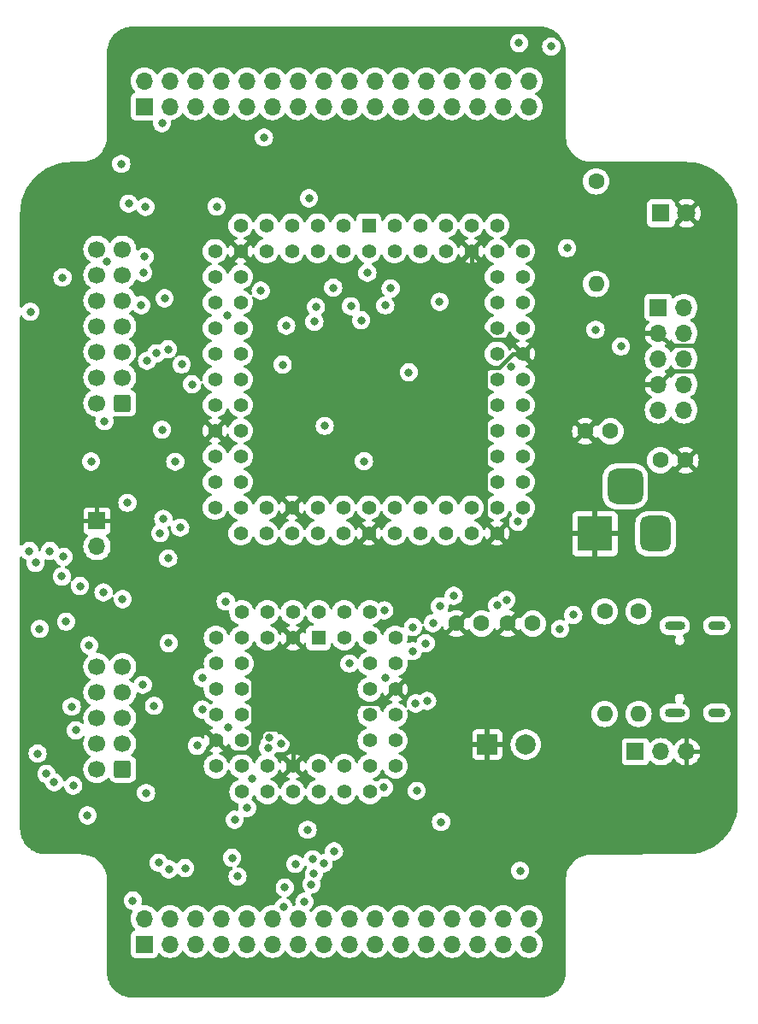
<source format=gbr>
%TF.GenerationSoftware,KiCad,Pcbnew,7.0.9*%
%TF.CreationDate,2024-03-10T01:22:23+00:00*%
%TF.ProjectId,ATF15xxProgBoard,41544631-3578-4785-9072-6f67426f6172,rev?*%
%TF.SameCoordinates,Original*%
%TF.FileFunction,Copper,L3,Inr*%
%TF.FilePolarity,Positive*%
%FSLAX46Y46*%
G04 Gerber Fmt 4.6, Leading zero omitted, Abs format (unit mm)*
G04 Created by KiCad (PCBNEW 7.0.9) date 2024-03-10 01:22:23*
%MOMM*%
%LPD*%
G01*
G04 APERTURE LIST*
G04 Aperture macros list*
%AMRoundRect*
0 Rectangle with rounded corners*
0 $1 Rounding radius*
0 $2 $3 $4 $5 $6 $7 $8 $9 X,Y pos of 4 corners*
0 Add a 4 corners polygon primitive as box body*
4,1,4,$2,$3,$4,$5,$6,$7,$8,$9,$2,$3,0*
0 Add four circle primitives for the rounded corners*
1,1,$1+$1,$2,$3*
1,1,$1+$1,$4,$5*
1,1,$1+$1,$6,$7*
1,1,$1+$1,$8,$9*
0 Add four rect primitives between the rounded corners*
20,1,$1+$1,$2,$3,$4,$5,0*
20,1,$1+$1,$4,$5,$6,$7,0*
20,1,$1+$1,$6,$7,$8,$9,0*
20,1,$1+$1,$8,$9,$2,$3,0*%
G04 Aperture macros list end*
%TA.AperFunction,ComponentPad*%
%ADD10O,1.600000X1.600000*%
%TD*%
%TA.AperFunction,ComponentPad*%
%ADD11C,1.600000*%
%TD*%
%TA.AperFunction,ComponentPad*%
%ADD12O,1.700000X1.700000*%
%TD*%
%TA.AperFunction,ComponentPad*%
%ADD13R,1.700000X1.700000*%
%TD*%
%TA.AperFunction,ComponentPad*%
%ADD14O,1.700000X0.900000*%
%TD*%
%TA.AperFunction,ComponentPad*%
%ADD15O,2.000000X0.900000*%
%TD*%
%TA.AperFunction,ComponentPad*%
%ADD16R,1.422400X1.422400*%
%TD*%
%TA.AperFunction,ComponentPad*%
%ADD17C,1.422400*%
%TD*%
%TA.AperFunction,ComponentPad*%
%ADD18R,2.000000X2.000000*%
%TD*%
%TA.AperFunction,ComponentPad*%
%ADD19C,2.000000*%
%TD*%
%TA.AperFunction,ComponentPad*%
%ADD20RoundRect,0.250000X0.600000X0.600000X-0.600000X0.600000X-0.600000X-0.600000X0.600000X-0.600000X0*%
%TD*%
%TA.AperFunction,ComponentPad*%
%ADD21C,1.700000*%
%TD*%
%TA.AperFunction,ComponentPad*%
%ADD22R,1.800000X1.800000*%
%TD*%
%TA.AperFunction,ComponentPad*%
%ADD23C,1.800000*%
%TD*%
%TA.AperFunction,ComponentPad*%
%ADD24R,3.500000X3.500000*%
%TD*%
%TA.AperFunction,ComponentPad*%
%ADD25RoundRect,0.750000X0.750000X1.000000X-0.750000X1.000000X-0.750000X-1.000000X0.750000X-1.000000X0*%
%TD*%
%TA.AperFunction,ComponentPad*%
%ADD26RoundRect,0.875000X0.875000X0.875000X-0.875000X0.875000X-0.875000X-0.875000X0.875000X-0.875000X0*%
%TD*%
%TA.AperFunction,ViaPad*%
%ADD27C,0.800000*%
%TD*%
%TA.AperFunction,Conductor*%
%ADD28C,0.400000*%
%TD*%
G04 APERTURE END LIST*
D10*
%TO.N,GND*%
%TO.C,R1*%
X161220000Y-73040000D03*
D11*
%TO.N,Net-(LED1-K)*%
X161220000Y-62880000D03*
%TD*%
D10*
%TO.N,Net-(J3-CC1)*%
%TO.C,R3*%
X165420000Y-115640000D03*
D11*
%TO.N,GND*%
X165420000Y-105480000D03*
%TD*%
D10*
%TO.N,GND*%
%TO.C,R2*%
X162060000Y-115640000D03*
D11*
%TO.N,Net-(J3-CC2)*%
X162060000Y-105480000D03*
%TD*%
D12*
%TO.N,GCLK3{slash}IO*%
%TO.C,J8*%
X169910000Y-85520000D03*
%TO.N,GND*%
X167370000Y-85520000D03*
X169910000Y-82980000D03*
%TO.N,VCC*%
X167370000Y-82980000D03*
%TO.N,GCL2{slash}I*%
X169910000Y-80440000D03*
%TO.N,OE1{slash}I*%
X167370000Y-80440000D03*
%TO.N,GND*%
X169910000Y-77900000D03*
%TO.N,VCC*%
X167370000Y-77900000D03*
%TO.N,GCLK1{slash}I*%
X169910000Y-75360000D03*
D13*
%TO.N,GCLR{slash}I*%
X167370000Y-75360000D03*
%TD*%
D12*
%TO.N,IO66*%
%TO.C,J7*%
X154550000Y-52930000D03*
%TO.N,IO65*%
X154550000Y-55470000D03*
%TO.N,IO64*%
X152010000Y-52930000D03*
%TO.N,IO63*%
X152010000Y-55470000D03*
%TO.N,IO62*%
X149470000Y-52930000D03*
%TO.N,IO61*%
X149470000Y-55470000D03*
%TO.N,IO60*%
X146930000Y-52930000D03*
%TO.N,IO58*%
X146930000Y-55470000D03*
%TO.N,IO57*%
X144390000Y-52930000D03*
%TO.N,IO56*%
X144390000Y-55470000D03*
%TO.N,IO55*%
X141850000Y-52930000D03*
%TO.N,IO54*%
X141850000Y-55470000D03*
%TO.N,IO53*%
X139310000Y-52930000D03*
%TO.N,IO52*%
X139310000Y-55470000D03*
%TO.N,IO50*%
X136770000Y-52930000D03*
%TO.N,IO49*%
X136770000Y-55470000D03*
%TO.N,IO48*%
X134230000Y-52930000D03*
%TO.N,IO47*%
X134230000Y-55470000D03*
%TO.N,IO46*%
X131690000Y-52930000D03*
%TO.N,IO45*%
X131690000Y-55470000D03*
%TO.N,IO44*%
X129150000Y-52930000D03*
%TO.N,IO43*%
X129150000Y-55470000D03*
%TO.N,IO42*%
X126610000Y-52930000D03*
%TO.N,IO41*%
X126610000Y-55470000D03*
%TO.N,IO40*%
X124070000Y-52930000D03*
%TO.N,IO39*%
X124070000Y-55470000D03*
%TO.N,IO38*%
X121530000Y-52930000D03*
%TO.N,IO37*%
X121530000Y-55470000D03*
%TO.N,IO36*%
X118990000Y-52930000D03*
%TO.N,IO35*%
X118990000Y-55470000D03*
%TO.N,IO34*%
X116450000Y-52930000D03*
D13*
%TO.N,IO33*%
X116450000Y-55470000D03*
%TD*%
%TO.N,IO1*%
%TO.C,J6*%
X116450000Y-138450000D03*
D12*
%TO.N,IO2*%
X116450000Y-135910000D03*
%TO.N,IO3*%
X118990000Y-138450000D03*
%TO.N,TDI*%
X118990000Y-135910000D03*
%TO.N,IO5*%
X121530000Y-138450000D03*
%TO.N,IO6*%
X121530000Y-135910000D03*
%TO.N,IO7*%
X124070000Y-138450000D03*
%TO.N,IO8*%
X124070000Y-135910000D03*
%TO.N,TMS*%
X126610000Y-138450000D03*
%TO.N,IO10*%
X126610000Y-135910000D03*
%TO.N,IO11*%
X129150000Y-138450000D03*
%TO.N,IO12*%
X129150000Y-135910000D03*
%TO.N,IO13*%
X131690000Y-138450000D03*
%TO.N,IO14*%
X131690000Y-135910000D03*
%TO.N,IO15*%
X134230000Y-138450000D03*
%TO.N,IO16*%
X134230000Y-135910000D03*
%TO.N,IO17*%
X136770000Y-138450000D03*
%TO.N,IO18*%
X136770000Y-135910000D03*
%TO.N,IO19*%
X139310000Y-138450000D03*
%TO.N,IO20*%
X139310000Y-135910000D03*
%TO.N,IO21*%
X141850000Y-138450000D03*
%TO.N,IO22*%
X141850000Y-135910000D03*
%TO.N,IO23*%
X144390000Y-138450000D03*
%TO.N,TCK*%
X144390000Y-135910000D03*
%TO.N,IO25*%
X146930000Y-138450000D03*
%TO.N,IO26*%
X146930000Y-135910000D03*
%TO.N,IO27*%
X149470000Y-138450000D03*
%TO.N,IO28*%
X149470000Y-135910000D03*
%TO.N,TDO*%
X152010000Y-138450000D03*
%TO.N,IO30*%
X152010000Y-135910000D03*
%TO.N,IO31*%
X154550000Y-138450000D03*
%TO.N,IO32*%
X154550000Y-135910000D03*
%TD*%
D14*
%TO.N,GND*%
%TO.C,J3*%
X173170000Y-106900000D03*
D15*
X169000000Y-106900000D03*
D14*
X173170000Y-115540000D03*
D15*
X169000000Y-115540000D03*
%TD*%
D16*
%TO.N,GCLR{slash}I*%
%TO.C,U1*%
X133710000Y-108120000D03*
D17*
%TO.N,GCL2{slash}I*%
X131170000Y-105580000D03*
%TO.N,VCC*%
X131170000Y-108120000D03*
%TO.N,IO1*%
X128630000Y-105580000D03*
%TO.N,IO2*%
X128630000Y-108120000D03*
%TO.N,IO3*%
X126090000Y-105580000D03*
%TO.N,TDI*%
X123550000Y-108120000D03*
%TO.N,IO5*%
X126090000Y-108120000D03*
%TO.N,IO6*%
X123550000Y-110660000D03*
%TO.N,GND*%
X126090000Y-110660000D03*
%TO.N,IO7*%
X123550000Y-113200000D03*
%TO.N,IO8*%
X126090000Y-113200000D03*
%TO.N,TMS*%
X123550000Y-115740000D03*
%TO.N,IO10*%
X126090000Y-115740000D03*
%TO.N,VCC*%
X123550000Y-118280000D03*
%TO.N,IO11*%
X126090000Y-118280000D03*
%TO.N,IO12*%
X123550000Y-120820000D03*
%TO.N,IO13*%
X126090000Y-123360000D03*
%TO.N,IO14*%
X126090000Y-120820000D03*
%TO.N,IO15*%
X128630000Y-123360000D03*
%TO.N,IO16*%
X128630000Y-120820000D03*
%TO.N,GND*%
X131170000Y-123360000D03*
%TO.N,VCC*%
X131170000Y-120820000D03*
%TO.N,IO17*%
X133710000Y-123360000D03*
%TO.N,IO18*%
X133710000Y-120820000D03*
%TO.N,IO19*%
X136250000Y-123360000D03*
%TO.N,IO20*%
X136250000Y-120820000D03*
%TO.N,IO21*%
X138790000Y-123360000D03*
%TO.N,IO22*%
X141330000Y-120820000D03*
%TO.N,GND*%
X138790000Y-120820000D03*
%TO.N,IO23*%
X141330000Y-118280000D03*
%TO.N,TCK*%
X138790000Y-118280000D03*
%TO.N,IO25*%
X141330000Y-115740000D03*
%TO.N,IO26*%
X138790000Y-115740000D03*
%TO.N,VCC*%
X141330000Y-113200000D03*
%TO.N,IO27*%
X138790000Y-113200000D03*
%TO.N,IO28*%
X141330000Y-110660000D03*
%TO.N,TDO*%
X138790000Y-110660000D03*
%TO.N,IO30*%
X141330000Y-108120000D03*
%TO.N,IO31*%
X138790000Y-105580000D03*
%TO.N,IO32*%
X138790000Y-108120000D03*
%TO.N,GND*%
X136250000Y-105580000D03*
%TO.N,GCLK1{slash}I*%
X136250000Y-108120000D03*
%TO.N,OE1{slash}I*%
X133710000Y-105580000D03*
%TD*%
D16*
%TO.N,GCLR{slash}I*%
%TO.C,U2*%
X138690000Y-67260000D03*
D17*
%TO.N,GCL2{slash}I*%
X138690000Y-69800000D03*
%TO.N,IO1*%
X136150000Y-67260000D03*
%TO.N,IO2*%
X136150000Y-69800000D03*
%TO.N,IO3*%
X133610000Y-67260000D03*
%TO.N,IO5*%
X133610000Y-69800000D03*
%TO.N,GND*%
X131070000Y-67260000D03*
%TO.N,IO6*%
X131070000Y-69800000D03*
%TO.N,IO7*%
X128530000Y-67260000D03*
%TO.N,IO8*%
X128530000Y-69800000D03*
%TO.N,IO10*%
X125990000Y-67260000D03*
%TO.N,IO11*%
X123450000Y-69800000D03*
%TO.N,VCC*%
X125990000Y-69800000D03*
%TO.N,TDI*%
X123450000Y-72340000D03*
%TO.N,IO12*%
X125990000Y-72340000D03*
%TO.N,IO13*%
X123450000Y-74880000D03*
%TO.N,IO14*%
X125990000Y-74880000D03*
%TO.N,IO15*%
X123450000Y-77420000D03*
%TO.N,GND*%
X125990000Y-77420000D03*
%TO.N,IO16*%
X123450000Y-79960000D03*
%TO.N,IO17*%
X125990000Y-79960000D03*
%TO.N,IO18*%
X123450000Y-82500000D03*
%TO.N,TMS*%
X125990000Y-82500000D03*
%TO.N,IO19*%
X123450000Y-85040000D03*
%TO.N,IO20*%
X125990000Y-85040000D03*
%TO.N,VCC*%
X123450000Y-87580000D03*
%TO.N,IO21*%
X125990000Y-87580000D03*
%TO.N,IO22*%
X123450000Y-90120000D03*
%TO.N,IO23*%
X125990000Y-90120000D03*
%TO.N,IO25*%
X123450000Y-92660000D03*
%TO.N,IO26*%
X125990000Y-92660000D03*
%TO.N,GND*%
X123450000Y-95200000D03*
%TO.N,IO27*%
X125990000Y-97740000D03*
%TO.N,IO28*%
X125990000Y-95200000D03*
%TO.N,IO30*%
X128530000Y-97740000D03*
%TO.N,IO31*%
X128530000Y-95200000D03*
%TO.N,IO32*%
X131070000Y-97740000D03*
%TO.N,VCC*%
X131070000Y-95200000D03*
%TO.N,IO33*%
X133610000Y-97740000D03*
%TO.N,IO34*%
X133610000Y-95200000D03*
%TO.N,IO35*%
X136150000Y-97740000D03*
%TO.N,GND*%
X136150000Y-95200000D03*
%TO.N,VCC*%
X138690000Y-97740000D03*
%TO.N,IO36*%
X138690000Y-95200000D03*
%TO.N,IO37*%
X141230000Y-97740000D03*
%TO.N,IO38*%
X141230000Y-95200000D03*
%TO.N,GND*%
X143770000Y-97740000D03*
%TO.N,IO39*%
X143770000Y-95200000D03*
%TO.N,IO40*%
X146310000Y-97740000D03*
%TO.N,IO41*%
X146310000Y-95200000D03*
%TO.N,IO42*%
X148850000Y-97740000D03*
%TO.N,IO43*%
X148850000Y-95200000D03*
%TO.N,VCC*%
X151390000Y-97740000D03*
%TO.N,IO44*%
X153930000Y-95200000D03*
%TO.N,IO45*%
X151390000Y-95200000D03*
%TO.N,IO46*%
X153930000Y-92660000D03*
%TO.N,IO47*%
X151390000Y-92660000D03*
%TO.N,IO48*%
X153930000Y-90120000D03*
%TO.N,GND*%
X151390000Y-90120000D03*
%TO.N,IO49*%
X153930000Y-87580000D03*
%TO.N,IO50*%
X151390000Y-87580000D03*
%TO.N,TCK*%
X153930000Y-85040000D03*
%TO.N,IO52*%
X151390000Y-85040000D03*
%TO.N,IO53*%
X153930000Y-82500000D03*
%TO.N,IO54*%
X151390000Y-82500000D03*
%TO.N,VCC*%
X153930000Y-79960000D03*
%TO.N,IO55*%
X151390000Y-79960000D03*
%TO.N,IO56*%
X153930000Y-77420000D03*
%TO.N,IO57*%
X151390000Y-77420000D03*
%TO.N,IO58*%
X153930000Y-74880000D03*
%TO.N,TDO*%
X151390000Y-74880000D03*
%TO.N,GND*%
X153930000Y-72340000D03*
%TO.N,IO60*%
X151390000Y-72340000D03*
%TO.N,IO61*%
X153930000Y-69800000D03*
%TO.N,IO62*%
X151390000Y-67260000D03*
%TO.N,IO63*%
X151390000Y-69800000D03*
%TO.N,IO64*%
X148850000Y-67260000D03*
%TO.N,VCC*%
X148850000Y-69800000D03*
%TO.N,IO65*%
X146310000Y-67260000D03*
%TO.N,IO66*%
X146310000Y-69800000D03*
%TO.N,GCLK3{slash}IO*%
X143770000Y-67260000D03*
%TO.N,GND*%
X143770000Y-69800000D03*
%TO.N,GCLK1{slash}I*%
X141230000Y-67260000D03*
%TO.N,OE1{slash}I*%
X141230000Y-69800000D03*
%TD*%
D11*
%TO.N,GND*%
%TO.C,C3*%
X167570000Y-90500000D03*
%TO.N,VCC*%
X170070000Y-90500000D03*
%TD*%
D18*
%TO.N,VCC*%
%TO.C,C1*%
X150442323Y-118660000D03*
D19*
%TO.N,GND*%
X154242323Y-118660000D03*
%TD*%
D20*
%TO.N,GND*%
%TO.C,J2*%
X114300000Y-84840000D03*
D21*
%TO.N,Net-(J1-Pin_4)*%
X111760000Y-84840000D03*
%TO.N,GND*%
X114300000Y-82300000D03*
%TO.N,TMS*%
X111760000Y-82300000D03*
%TO.N,GND*%
X114300000Y-79760000D03*
%TO.N,TCK*%
X111760000Y-79760000D03*
%TO.N,GND*%
X114300000Y-77220000D03*
%TO.N,TDO*%
X111760000Y-77220000D03*
%TO.N,GND*%
X114300000Y-74680000D03*
%TO.N,TDI*%
X111760000Y-74680000D03*
%TO.N,GND*%
X114300000Y-72140000D03*
%TO.N,unconnected-(J2-Pin_12-Pad12)*%
X111760000Y-72140000D03*
%TO.N,GND*%
X114300000Y-69600000D03*
%TO.N,unconnected-(J2-Pin_14-Pad14)*%
X111760000Y-69600000D03*
%TD*%
D22*
%TO.N,Net-(LED1-K)*%
%TO.C,LED1*%
X167640000Y-66040000D03*
D23*
%TO.N,VCC*%
X170180000Y-66040000D03*
%TD*%
D11*
%TO.N,VCC*%
%TO.C,C2*%
X160140000Y-87630000D03*
%TO.N,GND*%
X162640000Y-87630000D03*
%TD*%
D13*
%TO.N,GND*%
%TO.C,J4*%
X165100000Y-119380000D03*
D12*
X167640000Y-119380000D03*
%TO.N,VCC*%
X170180000Y-119380000D03*
%TD*%
D11*
%TO.N,VCC*%
%TO.C,C4*%
X147360000Y-106680000D03*
%TO.N,GND*%
X149860000Y-106680000D03*
%TD*%
%TO.N,VCC*%
%TO.C,C5*%
X152440000Y-106680000D03*
%TO.N,GND*%
X154940000Y-106680000D03*
%TD*%
D12*
%TO.N,Net-(J1-Pin_4)*%
%TO.C,JP1*%
X111760000Y-99060000D03*
D13*
%TO.N,VCC*%
X111760000Y-96520000D03*
%TD*%
D20*
%TO.N,TCK*%
%TO.C,J1*%
X114300000Y-121120000D03*
D21*
%TO.N,GND*%
X111760000Y-121120000D03*
%TO.N,TDO*%
X114300000Y-118580000D03*
%TO.N,Net-(J1-Pin_4)*%
X111760000Y-118580000D03*
%TO.N,TMS*%
X114300000Y-116040000D03*
%TO.N,unconnected-(J1-Pin_6-Pad6)*%
X111760000Y-116040000D03*
%TO.N,unconnected-(J1-Pin_7-Pad7)*%
X114300000Y-113500000D03*
%TO.N,unconnected-(J1-Pin_8-Pad8)*%
X111760000Y-113500000D03*
%TO.N,TDI*%
X114300000Y-110960000D03*
%TO.N,GND*%
X111760000Y-110960000D03*
%TD*%
D24*
%TO.N,VCC*%
%TO.C,J5*%
X161100000Y-97787500D03*
D25*
%TO.N,GND*%
X167100000Y-97787500D03*
D26*
%TO.N,N/C*%
X164100000Y-93087500D03*
%TD*%
D27*
%TO.N,VCC*%
X166880000Y-114450000D03*
X166180000Y-107820000D03*
%TO.N,GCL2{slash}I*%
X163678282Y-79233918D03*
X140321000Y-75165900D03*
X138546600Y-71940200D03*
X136919700Y-75245500D03*
X137932800Y-76625900D03*
X130159200Y-81029300D03*
X138210100Y-90599900D03*
X119513200Y-90652400D03*
X120002200Y-97176700D03*
%TO.N,OE1{slash}I*%
X140316000Y-112086300D03*
X145043200Y-106658200D03*
%TO.N,GCLK1{slash}I*%
X136775700Y-110644000D03*
X156771300Y-49530000D03*
X158328700Y-69496200D03*
%TO.N,GCLR{slash}I*%
X145702100Y-74814900D03*
X152803130Y-81249716D03*
X161161200Y-77577300D03*
X114776500Y-94723600D03*
X114294400Y-104268800D03*
%TO.N,IO32*%
X143040800Y-109418400D03*
%TO.N,IO31*%
X144320700Y-108634000D03*
%TO.N,IO30*%
X140232400Y-105379000D03*
X152332400Y-104328500D03*
X145728100Y-104968200D03*
%TO.N,IO36*%
X134324700Y-87109300D03*
X112494200Y-86636600D03*
X111178800Y-90633500D03*
X114161700Y-61154500D03*
%TO.N,IO28*%
X147102100Y-103924700D03*
X151417700Y-104887400D03*
%TO.N,IO38*%
X153480400Y-96604300D03*
%TO.N,IO27*%
X143336600Y-114593200D03*
X143443300Y-123248900D03*
%TO.N,IO26*%
X128709600Y-119004300D03*
%TO.N,IO25*%
X124507800Y-104493100D03*
X110073000Y-102963000D03*
X110826400Y-125694200D03*
%TO.N,IO23*%
X144469100Y-114348600D03*
X145851000Y-126330300D03*
%TO.N,IO22*%
X140188800Y-122934900D03*
X135241800Y-129242000D03*
%TO.N,IO21*%
X134222219Y-130420000D03*
%TO.N,IO45*%
X128302300Y-58535300D03*
%TO.N,IO20*%
X127131600Y-122019300D03*
X133266159Y-131443841D03*
%TO.N,IO19*%
X132624100Y-127105600D03*
%TO.N,IO47*%
X133460100Y-75318700D03*
%TO.N,IO18*%
X121179400Y-82976800D03*
X128811600Y-117953300D03*
X121676100Y-118780300D03*
X125690000Y-131742400D03*
%TO.N,IO17*%
X126640000Y-124949200D03*
%TO.N,IO16*%
X117623800Y-79922800D03*
X122199000Y-115197300D03*
X125407500Y-126112800D03*
X130368278Y-132831722D03*
X133010002Y-132520000D03*
%TO.N,IO15*%
X116725400Y-80655500D03*
X125147400Y-129885000D03*
X131414500Y-130503400D03*
%TO.N,IO52*%
X140859100Y-73480500D03*
%TO.N,IO14*%
X116138500Y-75143000D03*
%TO.N,IO13*%
X124671000Y-76174100D03*
X132309500Y-134244500D03*
X130233000Y-134740700D03*
%TO.N,IO12*%
X116333700Y-71943800D03*
X109254400Y-114917400D03*
%TO.N,IO11*%
X118897600Y-131015100D03*
X106752800Y-121574800D03*
X105666200Y-100658500D03*
X105162400Y-75797200D03*
X116560300Y-65402900D03*
X123632600Y-65385200D03*
X109413700Y-122723300D03*
X109663700Y-117253800D03*
X124798200Y-116973500D03*
%TO.N,IO10*%
X116465500Y-70354500D03*
X106075800Y-107208600D03*
X117412600Y-114831800D03*
%TO.N,IO8*%
X133304400Y-76786500D03*
X120155700Y-81007000D03*
X122177100Y-112052100D03*
X116294900Y-112755000D03*
X116619800Y-123465700D03*
X120495600Y-130897200D03*
%TO.N,IO7*%
X127990400Y-73704300D03*
X130511900Y-77175100D03*
X118790700Y-79510900D03*
X118859900Y-108623400D03*
X118814900Y-100224700D03*
X108279600Y-102019400D03*
%TO.N,IO6*%
X112746800Y-70829300D03*
X105058400Y-99494600D03*
X117875400Y-130370400D03*
%TO.N,IO5*%
X143062400Y-107026300D03*
X153690000Y-131170000D03*
%TO.N,IO3*%
X132759000Y-64562800D03*
X114903900Y-65085300D03*
X108342300Y-72404200D03*
X107092100Y-99495800D03*
X105878000Y-119562600D03*
%TO.N,IO2*%
X157626100Y-107205800D03*
X112407600Y-103597100D03*
X110986300Y-108851400D03*
%TO.N,IO1*%
X118335200Y-96315600D03*
X118207300Y-87479100D03*
X142649500Y-81793300D03*
X135164800Y-73409400D03*
X115303900Y-134118000D03*
X107513100Y-122403100D03*
X108440100Y-100072700D03*
X118018300Y-97738000D03*
%TO.N,TDI*%
X108695800Y-106492800D03*
%TO.N,TDO*%
X129980200Y-118548700D03*
X158948800Y-105825600D03*
X153568800Y-49181000D03*
X118205900Y-57100700D03*
X118468500Y-74465500D03*
%TO.N,TCK*%
X133130300Y-130040000D03*
%TD*%
D28*
%TO.N,VCC*%
X150278800Y-96628800D02*
X151390000Y-97740000D01*
X152961475Y-79960000D02*
X151631475Y-81290000D01*
X153930000Y-79960000D02*
X152961475Y-79960000D01*
X151631475Y-81290000D02*
X150570000Y-81290000D01*
X150570000Y-81290000D02*
X150278800Y-81581200D01*
X150278800Y-81581200D02*
X150278800Y-96628800D01*
X153930000Y-79960000D02*
X152501200Y-78531200D01*
X148850000Y-76451475D02*
X148850000Y-69800000D01*
X152501200Y-78531200D02*
X150929725Y-78531200D01*
X150929725Y-78531200D02*
X148850000Y-76451475D01*
X131170000Y-108120000D02*
X127201200Y-112088800D01*
X127201200Y-112088800D02*
X127201200Y-118740275D01*
X127201200Y-118740275D02*
X126550275Y-119391200D01*
X126550275Y-119391200D02*
X124661200Y-119391200D01*
X124661200Y-119391200D02*
X123550000Y-118280000D01*
X131170000Y-120820000D02*
X137361200Y-114628800D01*
X139901200Y-114628800D02*
X141330000Y-113200000D01*
X137361200Y-114628800D02*
X139901200Y-114628800D01*
X131170000Y-108120000D02*
X137678800Y-114628800D01*
X137678800Y-114628800D02*
X139901200Y-114628800D01*
X123550000Y-118280000D02*
X124688036Y-119418036D01*
X124688036Y-119418036D02*
X126523439Y-119418036D01*
X128010000Y-117931475D02*
X128010000Y-117530000D01*
X126523439Y-119418036D02*
X128010000Y-117931475D01*
X129833300Y-117153300D02*
X131170000Y-118490000D01*
X128010000Y-117530000D02*
X128386700Y-117153300D01*
X128386700Y-117153300D02*
X129833300Y-117153300D01*
X131170000Y-118490000D02*
X131170000Y-120820000D01*
X167370000Y-77900000D02*
X168620000Y-79150000D01*
X168620000Y-79150000D02*
X171670000Y-79150000D01*
X171670000Y-79150000D02*
X172210000Y-79690000D01*
X172210000Y-81270000D02*
X171790000Y-81690000D01*
X172210000Y-79690000D02*
X172210000Y-81270000D01*
X171790000Y-81690000D02*
X168660000Y-81690000D01*
X168660000Y-81690000D02*
X167370000Y-82980000D01*
%TD*%
%TA.AperFunction,Conductor*%
%TO.N,VCC*%
G36*
X130784835Y-120945148D02*
G01*
X130842359Y-121058045D01*
X130931955Y-121147641D01*
X131044852Y-121205165D01*
X131125599Y-121217953D01*
X130508286Y-121835266D01*
X130562082Y-121872935D01*
X130562086Y-121872937D01*
X130754161Y-121962502D01*
X130754166Y-121962505D01*
X130782011Y-121969965D01*
X130841673Y-122006328D01*
X130872204Y-122069175D01*
X130863911Y-122138550D01*
X130819427Y-122192429D01*
X130782018Y-122209515D01*
X130753999Y-122217023D01*
X130753989Y-122217027D01*
X130561835Y-122306629D01*
X130561831Y-122306631D01*
X130388163Y-122428235D01*
X130388157Y-122428240D01*
X130238240Y-122578157D01*
X130238235Y-122578163D01*
X130116631Y-122751831D01*
X130116629Y-122751835D01*
X130056578Y-122880616D01*
X130031926Y-122933484D01*
X130027027Y-122943989D01*
X130027024Y-122943996D01*
X130019775Y-122971051D01*
X129983409Y-123030711D01*
X129920562Y-123061240D01*
X129851187Y-123052945D01*
X129797309Y-123008459D01*
X129780225Y-122971051D01*
X129772975Y-122943996D01*
X129772974Y-122943991D01*
X129683371Y-122751836D01*
X129683369Y-122751833D01*
X129683368Y-122751831D01*
X129561764Y-122578163D01*
X129561759Y-122578157D01*
X129411842Y-122428240D01*
X129411836Y-122428235D01*
X129238168Y-122306631D01*
X129238164Y-122306629D01*
X129211154Y-122294034D01*
X129046009Y-122217026D01*
X129046005Y-122217025D01*
X129046001Y-122217023D01*
X129018949Y-122209775D01*
X128959288Y-122173410D01*
X128928759Y-122110563D01*
X128937054Y-122041188D01*
X128981539Y-121987310D01*
X129018949Y-121970225D01*
X129036930Y-121965406D01*
X129046009Y-121962974D01*
X129238164Y-121873371D01*
X129411841Y-121751761D01*
X129561761Y-121601841D01*
X129683371Y-121428164D01*
X129772974Y-121236009D01*
X129773023Y-121235829D01*
X129780483Y-121207986D01*
X129816847Y-121148325D01*
X129879694Y-121117795D01*
X129949069Y-121126089D01*
X130002948Y-121170574D01*
X130020033Y-121207985D01*
X130027493Y-121235829D01*
X130027497Y-121235838D01*
X130117062Y-121427913D01*
X130154733Y-121481712D01*
X130772046Y-120864399D01*
X130784835Y-120945148D01*
G37*
%TD.AperFunction*%
%TA.AperFunction,Conductor*%
G36*
X132185265Y-121481711D02*
G01*
X132222938Y-121427911D01*
X132312502Y-121235838D01*
X132312505Y-121235830D01*
X132319965Y-121207989D01*
X132356328Y-121148327D01*
X132419174Y-121117796D01*
X132488549Y-121126088D01*
X132542429Y-121170571D01*
X132559515Y-121207982D01*
X132567022Y-121235998D01*
X132567024Y-121236005D01*
X132567026Y-121236009D01*
X132637221Y-121386544D01*
X132656629Y-121428164D01*
X132656631Y-121428168D01*
X132778235Y-121601836D01*
X132778240Y-121601842D01*
X132928157Y-121751759D01*
X132928163Y-121751764D01*
X133101831Y-121873368D01*
X133101833Y-121873369D01*
X133101836Y-121873371D01*
X133293991Y-121962974D01*
X133308717Y-121966919D01*
X133321051Y-121970225D01*
X133380711Y-122006591D01*
X133411240Y-122069438D01*
X133402945Y-122138813D01*
X133358459Y-122192691D01*
X133321051Y-122209775D01*
X133293996Y-122217024D01*
X133293989Y-122217027D01*
X133101835Y-122306629D01*
X133101831Y-122306631D01*
X132928163Y-122428235D01*
X132928157Y-122428240D01*
X132778240Y-122578157D01*
X132778235Y-122578163D01*
X132656631Y-122751831D01*
X132656629Y-122751835D01*
X132596578Y-122880616D01*
X132571926Y-122933484D01*
X132567027Y-122943989D01*
X132567024Y-122943996D01*
X132559775Y-122971051D01*
X132523409Y-123030711D01*
X132460562Y-123061240D01*
X132391187Y-123052945D01*
X132337309Y-123008459D01*
X132320225Y-122971051D01*
X132312975Y-122943996D01*
X132312974Y-122943991D01*
X132223371Y-122751836D01*
X132223369Y-122751833D01*
X132223368Y-122751831D01*
X132101764Y-122578163D01*
X132101759Y-122578157D01*
X131951842Y-122428240D01*
X131951836Y-122428235D01*
X131778168Y-122306631D01*
X131778164Y-122306629D01*
X131751154Y-122294034D01*
X131586009Y-122217026D01*
X131586005Y-122217024D01*
X131585998Y-122217022D01*
X131557982Y-122209515D01*
X131498323Y-122173149D01*
X131467795Y-122110302D01*
X131476091Y-122040926D01*
X131520577Y-121987049D01*
X131557989Y-121969965D01*
X131585830Y-121962505D01*
X131585838Y-121962502D01*
X131777911Y-121872938D01*
X131831712Y-121835265D01*
X131214401Y-121217953D01*
X131295148Y-121205165D01*
X131408045Y-121147641D01*
X131497641Y-121058045D01*
X131555165Y-120945148D01*
X131567953Y-120864400D01*
X132185265Y-121481711D01*
G37*
%TD.AperFunction*%
%TA.AperFunction,Conductor*%
G36*
X130784835Y-108245148D02*
G01*
X130842359Y-108358045D01*
X130931955Y-108447641D01*
X131044852Y-108505165D01*
X131125599Y-108517953D01*
X130508286Y-109135266D01*
X130562082Y-109172935D01*
X130562086Y-109172937D01*
X130754161Y-109262502D01*
X130754170Y-109262506D01*
X130958868Y-109317354D01*
X130958879Y-109317356D01*
X131169998Y-109335827D01*
X131170002Y-109335827D01*
X131381120Y-109317356D01*
X131381131Y-109317354D01*
X131585829Y-109262506D01*
X131585838Y-109262502D01*
X131777911Y-109172938D01*
X131831712Y-109135265D01*
X131214401Y-108517953D01*
X131295148Y-108505165D01*
X131408045Y-108447641D01*
X131497641Y-108358045D01*
X131555165Y-108245148D01*
X131567953Y-108164400D01*
X132185265Y-108781711D01*
X132222936Y-108727913D01*
X132261917Y-108644318D01*
X132308089Y-108591879D01*
X132375282Y-108572726D01*
X132442164Y-108592941D01*
X132487499Y-108646106D01*
X132498300Y-108696721D01*
X132498300Y-108879069D01*
X132498301Y-108879076D01*
X132504708Y-108938683D01*
X132555002Y-109073528D01*
X132555006Y-109073535D01*
X132641252Y-109188744D01*
X132641255Y-109188747D01*
X132756464Y-109274993D01*
X132756471Y-109274997D01*
X132891317Y-109325291D01*
X132891316Y-109325291D01*
X132898244Y-109326035D01*
X132950927Y-109331700D01*
X134469072Y-109331699D01*
X134528683Y-109325291D01*
X134663531Y-109274996D01*
X134778746Y-109188746D01*
X134864996Y-109073531D01*
X134915291Y-108938683D01*
X134921700Y-108879073D01*
X134921699Y-108697901D01*
X134941383Y-108630864D01*
X134994187Y-108585109D01*
X135063345Y-108575165D01*
X135126901Y-108604190D01*
X135158081Y-108645498D01*
X135196629Y-108728163D01*
X135196631Y-108728168D01*
X135318235Y-108901836D01*
X135318240Y-108901842D01*
X135468157Y-109051759D01*
X135468163Y-109051764D01*
X135641831Y-109173368D01*
X135641833Y-109173369D01*
X135641836Y-109173371D01*
X135833991Y-109262974D01*
X136038787Y-109317849D01*
X136207757Y-109332632D01*
X136249999Y-109336328D01*
X136250000Y-109336328D01*
X136250001Y-109336328D01*
X136285202Y-109333248D01*
X136461213Y-109317849D01*
X136666009Y-109262974D01*
X136858164Y-109173371D01*
X137031841Y-109051761D01*
X137181761Y-108901841D01*
X137303371Y-108728164D01*
X137392974Y-108536009D01*
X137400225Y-108508949D01*
X137436590Y-108449288D01*
X137499437Y-108418759D01*
X137568812Y-108427054D01*
X137622690Y-108471539D01*
X137639775Y-108508949D01*
X137647023Y-108536001D01*
X137647025Y-108536005D01*
X137647026Y-108536009D01*
X137698365Y-108646106D01*
X137736629Y-108728164D01*
X137736631Y-108728168D01*
X137858235Y-108901836D01*
X137858240Y-108901842D01*
X138008157Y-109051759D01*
X138008163Y-109051764D01*
X138181831Y-109173368D01*
X138181833Y-109173369D01*
X138181836Y-109173371D01*
X138373991Y-109262974D01*
X138388717Y-109266919D01*
X138401051Y-109270225D01*
X138460711Y-109306591D01*
X138491240Y-109369438D01*
X138482945Y-109438813D01*
X138438459Y-109492691D01*
X138401051Y-109509775D01*
X138373996Y-109517024D01*
X138373989Y-109517027D01*
X138181835Y-109606629D01*
X138181831Y-109606631D01*
X138008163Y-109728235D01*
X138008157Y-109728240D01*
X137858240Y-109878157D01*
X137858235Y-109878163D01*
X137736631Y-110051831D01*
X137736628Y-110051837D01*
X137719282Y-110089035D01*
X137673109Y-110141473D01*
X137605915Y-110160624D01*
X137539034Y-110140407D01*
X137513331Y-110115937D01*
X137512581Y-110116613D01*
X137454255Y-110051836D01*
X137381571Y-109971112D01*
X137353358Y-109950614D01*
X137228434Y-109859851D01*
X137228429Y-109859848D01*
X137055507Y-109782857D01*
X137055502Y-109782855D01*
X136909701Y-109751865D01*
X136870346Y-109743500D01*
X136681054Y-109743500D01*
X136648597Y-109750398D01*
X136495897Y-109782855D01*
X136495892Y-109782857D01*
X136322970Y-109859848D01*
X136322965Y-109859851D01*
X136169829Y-109971111D01*
X136043166Y-110111785D01*
X135948521Y-110275715D01*
X135948518Y-110275722D01*
X135892288Y-110448781D01*
X135890026Y-110455744D01*
X135870240Y-110644000D01*
X135890026Y-110832256D01*
X135890027Y-110832259D01*
X135948518Y-111012277D01*
X135948521Y-111012284D01*
X136043167Y-111176216D01*
X136087233Y-111225156D01*
X136169829Y-111316888D01*
X136322965Y-111428148D01*
X136322970Y-111428151D01*
X136495892Y-111505142D01*
X136495897Y-111505144D01*
X136681054Y-111544500D01*
X136681055Y-111544500D01*
X136870344Y-111544500D01*
X136870346Y-111544500D01*
X137055503Y-111505144D01*
X137228430Y-111428151D01*
X137381571Y-111316888D01*
X137505099Y-111179696D01*
X137564585Y-111143048D01*
X137634442Y-111144379D01*
X137692490Y-111183265D01*
X137709630Y-111210264D01*
X137736629Y-111268164D01*
X137736631Y-111268168D01*
X137858235Y-111441836D01*
X137858240Y-111441842D01*
X138008157Y-111591759D01*
X138008163Y-111591764D01*
X138181831Y-111713368D01*
X138181833Y-111713369D01*
X138181836Y-111713371D01*
X138373991Y-111802974D01*
X138388717Y-111806919D01*
X138401051Y-111810225D01*
X138460711Y-111846591D01*
X138491240Y-111909438D01*
X138482945Y-111978813D01*
X138438459Y-112032691D01*
X138401051Y-112049775D01*
X138373996Y-112057024D01*
X138373989Y-112057027D01*
X138181835Y-112146629D01*
X138181831Y-112146631D01*
X138008163Y-112268235D01*
X138008157Y-112268240D01*
X137858240Y-112418157D01*
X137858235Y-112418163D01*
X137736631Y-112591831D01*
X137736629Y-112591835D01*
X137647027Y-112783989D01*
X137647023Y-112783998D01*
X137592152Y-112988781D01*
X137592150Y-112988791D01*
X137573672Y-113199999D01*
X137573672Y-113200000D01*
X137592150Y-113411208D01*
X137592152Y-113411218D01*
X137647023Y-113616001D01*
X137647025Y-113616005D01*
X137647026Y-113616009D01*
X137702705Y-113735413D01*
X137736629Y-113808164D01*
X137736631Y-113808168D01*
X137858235Y-113981836D01*
X137858240Y-113981842D01*
X138008157Y-114131759D01*
X138008163Y-114131764D01*
X138181831Y-114253368D01*
X138181833Y-114253369D01*
X138181836Y-114253371D01*
X138373991Y-114342974D01*
X138388717Y-114346919D01*
X138401051Y-114350225D01*
X138460711Y-114386591D01*
X138491240Y-114449438D01*
X138482945Y-114518813D01*
X138438459Y-114572691D01*
X138401051Y-114589775D01*
X138373996Y-114597024D01*
X138373989Y-114597027D01*
X138181835Y-114686629D01*
X138181831Y-114686631D01*
X138008163Y-114808235D01*
X138008157Y-114808240D01*
X137858240Y-114958157D01*
X137858235Y-114958163D01*
X137736631Y-115131831D01*
X137736629Y-115131835D01*
X137647027Y-115323989D01*
X137647023Y-115323998D01*
X137592152Y-115528781D01*
X137592150Y-115528791D01*
X137573672Y-115739999D01*
X137573672Y-115740000D01*
X137592150Y-115951208D01*
X137592152Y-115951218D01*
X137647023Y-116156001D01*
X137647025Y-116156005D01*
X137647026Y-116156009D01*
X137702705Y-116275413D01*
X137736629Y-116348164D01*
X137736631Y-116348168D01*
X137858235Y-116521836D01*
X137858240Y-116521842D01*
X138008157Y-116671759D01*
X138008163Y-116671764D01*
X138181831Y-116793368D01*
X138181833Y-116793369D01*
X138181836Y-116793371D01*
X138373991Y-116882974D01*
X138388717Y-116886919D01*
X138401051Y-116890225D01*
X138460711Y-116926591D01*
X138491240Y-116989438D01*
X138482945Y-117058813D01*
X138438459Y-117112691D01*
X138401051Y-117129775D01*
X138373996Y-117137024D01*
X138373989Y-117137027D01*
X138181835Y-117226629D01*
X138181831Y-117226631D01*
X138008163Y-117348235D01*
X138008157Y-117348240D01*
X137858240Y-117498157D01*
X137858235Y-117498163D01*
X137736631Y-117671831D01*
X137736629Y-117671835D01*
X137647027Y-117863989D01*
X137647023Y-117863998D01*
X137592152Y-118068781D01*
X137592150Y-118068791D01*
X137573672Y-118279999D01*
X137573672Y-118280000D01*
X137592150Y-118491208D01*
X137592152Y-118491218D01*
X137647023Y-118696001D01*
X137647025Y-118696005D01*
X137647026Y-118696009D01*
X137702705Y-118815413D01*
X137736629Y-118888164D01*
X137736631Y-118888168D01*
X137858235Y-119061836D01*
X137858240Y-119061842D01*
X138008157Y-119211759D01*
X138008163Y-119211764D01*
X138181831Y-119333368D01*
X138181833Y-119333369D01*
X138181836Y-119333371D01*
X138373991Y-119422974D01*
X138388717Y-119426919D01*
X138401051Y-119430225D01*
X138460711Y-119466591D01*
X138491240Y-119529438D01*
X138482945Y-119598813D01*
X138438459Y-119652691D01*
X138401051Y-119669775D01*
X138373996Y-119677024D01*
X138373989Y-119677027D01*
X138181835Y-119766629D01*
X138181831Y-119766631D01*
X138008163Y-119888235D01*
X138008157Y-119888240D01*
X137858240Y-120038157D01*
X137858235Y-120038163D01*
X137736631Y-120211831D01*
X137736629Y-120211835D01*
X137647027Y-120403989D01*
X137647024Y-120403996D01*
X137639775Y-120431051D01*
X137603409Y-120490711D01*
X137540562Y-120521240D01*
X137471187Y-120512945D01*
X137417309Y-120468459D01*
X137400225Y-120431051D01*
X137393021Y-120404166D01*
X137392974Y-120403991D01*
X137303371Y-120211836D01*
X137303369Y-120211833D01*
X137303368Y-120211831D01*
X137181764Y-120038163D01*
X137181759Y-120038157D01*
X137031842Y-119888240D01*
X137031836Y-119888235D01*
X136858168Y-119766631D01*
X136858164Y-119766629D01*
X136824345Y-119750859D01*
X136666009Y-119677026D01*
X136666005Y-119677025D01*
X136666001Y-119677023D01*
X136461218Y-119622152D01*
X136461208Y-119622150D01*
X136250001Y-119603672D01*
X136249999Y-119603672D01*
X136038791Y-119622150D01*
X136038781Y-119622152D01*
X135833998Y-119677023D01*
X135833989Y-119677027D01*
X135641835Y-119766629D01*
X135641831Y-119766631D01*
X135468163Y-119888235D01*
X135468157Y-119888240D01*
X135318240Y-120038157D01*
X135318235Y-120038163D01*
X135196631Y-120211831D01*
X135196629Y-120211835D01*
X135107027Y-120403989D01*
X135107024Y-120403996D01*
X135099775Y-120431051D01*
X135063409Y-120490711D01*
X135000562Y-120521240D01*
X134931187Y-120512945D01*
X134877309Y-120468459D01*
X134860225Y-120431051D01*
X134853021Y-120404166D01*
X134852974Y-120403991D01*
X134763371Y-120211836D01*
X134763369Y-120211833D01*
X134763368Y-120211831D01*
X134641764Y-120038163D01*
X134641759Y-120038157D01*
X134491842Y-119888240D01*
X134491836Y-119888235D01*
X134318168Y-119766631D01*
X134318164Y-119766629D01*
X134284345Y-119750859D01*
X134126009Y-119677026D01*
X134126005Y-119677025D01*
X134126001Y-119677023D01*
X133921218Y-119622152D01*
X133921208Y-119622150D01*
X133710001Y-119603672D01*
X133709999Y-119603672D01*
X133498791Y-119622150D01*
X133498781Y-119622152D01*
X133293998Y-119677023D01*
X133293989Y-119677027D01*
X133101835Y-119766629D01*
X133101831Y-119766631D01*
X132928163Y-119888235D01*
X132928157Y-119888240D01*
X132778240Y-120038157D01*
X132778235Y-120038163D01*
X132656631Y-120211831D01*
X132656629Y-120211835D01*
X132567027Y-120403989D01*
X132567023Y-120403999D01*
X132559515Y-120432018D01*
X132523149Y-120491677D01*
X132460301Y-120522205D01*
X132390926Y-120513908D01*
X132337049Y-120469421D01*
X132319965Y-120432011D01*
X132312505Y-120404166D01*
X132312502Y-120404161D01*
X132222936Y-120212086D01*
X132222933Y-120212082D01*
X132185265Y-120158286D01*
X131567953Y-120775598D01*
X131555165Y-120694852D01*
X131497641Y-120581955D01*
X131408045Y-120492359D01*
X131295148Y-120434835D01*
X131214400Y-120422046D01*
X131831712Y-119804733D01*
X131777913Y-119767062D01*
X131585838Y-119677497D01*
X131585829Y-119677493D01*
X131381131Y-119622645D01*
X131381120Y-119622643D01*
X131170002Y-119604173D01*
X131169998Y-119604173D01*
X130958879Y-119622643D01*
X130958868Y-119622645D01*
X130754170Y-119677493D01*
X130754161Y-119677497D01*
X130562084Y-119767064D01*
X130508286Y-119804732D01*
X131125600Y-120422046D01*
X131044852Y-120434835D01*
X130931955Y-120492359D01*
X130842359Y-120581955D01*
X130784835Y-120694852D01*
X130772046Y-120775600D01*
X130154732Y-120158286D01*
X130117064Y-120212084D01*
X130027497Y-120404161D01*
X130027493Y-120404170D01*
X130020033Y-120432014D01*
X129983668Y-120491675D01*
X129920821Y-120522204D01*
X129851445Y-120513909D01*
X129797568Y-120469424D01*
X129780483Y-120432014D01*
X129772976Y-120403998D01*
X129772975Y-120403996D01*
X129772974Y-120403991D01*
X129683371Y-120211836D01*
X129683369Y-120211833D01*
X129683368Y-120211831D01*
X129561764Y-120038163D01*
X129561759Y-120038157D01*
X129411842Y-119888240D01*
X129411836Y-119888235D01*
X129350995Y-119845634D01*
X129307370Y-119791057D01*
X129300176Y-119721559D01*
X129329968Y-119661087D01*
X129442133Y-119536516D01*
X129442136Y-119536511D01*
X129497299Y-119440966D01*
X129547865Y-119392750D01*
X129616472Y-119379526D01*
X129655120Y-119389685D01*
X129700397Y-119409844D01*
X129885554Y-119449200D01*
X129885555Y-119449200D01*
X130074844Y-119449200D01*
X130074846Y-119449200D01*
X130260003Y-119409844D01*
X130432930Y-119332851D01*
X130586071Y-119221588D01*
X130712733Y-119080916D01*
X130807379Y-118916984D01*
X130865874Y-118736956D01*
X130885660Y-118548700D01*
X130865874Y-118360444D01*
X130807379Y-118180416D01*
X130712733Y-118016484D01*
X130586071Y-117875812D01*
X130583577Y-117874000D01*
X130432934Y-117764551D01*
X130432929Y-117764548D01*
X130260007Y-117687557D01*
X130260002Y-117687555D01*
X130114201Y-117656565D01*
X130074846Y-117648200D01*
X129885554Y-117648200D01*
X129783133Y-117669969D01*
X129713467Y-117664653D01*
X129657734Y-117622515D01*
X129641457Y-117590944D01*
X129641425Y-117590959D01*
X129641167Y-117590381D01*
X129639423Y-117586997D01*
X129638781Y-117585022D01*
X129638780Y-117585021D01*
X129638779Y-117585016D01*
X129544133Y-117421084D01*
X129417471Y-117280412D01*
X129395891Y-117264733D01*
X129264334Y-117169151D01*
X129264329Y-117169148D01*
X129091407Y-117092157D01*
X129091402Y-117092155D01*
X128934535Y-117058813D01*
X128906246Y-117052800D01*
X128716954Y-117052800D01*
X128688665Y-117058813D01*
X128531797Y-117092155D01*
X128531792Y-117092157D01*
X128358870Y-117169148D01*
X128358865Y-117169151D01*
X128205729Y-117280411D01*
X128079066Y-117421085D01*
X127984421Y-117585015D01*
X127984418Y-117585022D01*
X127928328Y-117757651D01*
X127925926Y-117765044D01*
X127906140Y-117953300D01*
X127925926Y-118141556D01*
X127925927Y-118141559D01*
X127984418Y-118321577D01*
X127984419Y-118321579D01*
X127984421Y-118321584D01*
X127989447Y-118330290D01*
X128005917Y-118398189D01*
X127983064Y-118464215D01*
X127980077Y-118467940D01*
X127977066Y-118472084D01*
X127882421Y-118636015D01*
X127882418Y-118636022D01*
X127824131Y-118815413D01*
X127823926Y-118816044D01*
X127804140Y-119004300D01*
X127823926Y-119192556D01*
X127823927Y-119192559D01*
X127882418Y-119372577D01*
X127882421Y-119372584D01*
X127977064Y-119536512D01*
X127977065Y-119536514D01*
X127977067Y-119536516D01*
X128027673Y-119592719D01*
X128057902Y-119655709D01*
X128049277Y-119725044D01*
X128006646Y-119777265D01*
X127848159Y-119888239D01*
X127848157Y-119888240D01*
X127698240Y-120038157D01*
X127698235Y-120038163D01*
X127576631Y-120211831D01*
X127576629Y-120211835D01*
X127487027Y-120403989D01*
X127487024Y-120403996D01*
X127479775Y-120431051D01*
X127443409Y-120490711D01*
X127380562Y-120521240D01*
X127311187Y-120512945D01*
X127257309Y-120468459D01*
X127240225Y-120431051D01*
X127233021Y-120404166D01*
X127232974Y-120403991D01*
X127143371Y-120211836D01*
X127143369Y-120211833D01*
X127143368Y-120211831D01*
X127021764Y-120038163D01*
X127021759Y-120038157D01*
X126871842Y-119888240D01*
X126871836Y-119888235D01*
X126698168Y-119766631D01*
X126698164Y-119766629D01*
X126664345Y-119750859D01*
X126506009Y-119677026D01*
X126506005Y-119677025D01*
X126506001Y-119677023D01*
X126478949Y-119669775D01*
X126419288Y-119633410D01*
X126388759Y-119570563D01*
X126397054Y-119501188D01*
X126441539Y-119447310D01*
X126478949Y-119430225D01*
X126496930Y-119425406D01*
X126506009Y-119422974D01*
X126698164Y-119333371D01*
X126871841Y-119211761D01*
X127021761Y-119061841D01*
X127143371Y-118888164D01*
X127232974Y-118696009D01*
X127287849Y-118491213D01*
X127306328Y-118280000D01*
X127287849Y-118068787D01*
X127237210Y-117879800D01*
X127232976Y-117863998D01*
X127232975Y-117863996D01*
X127232974Y-117863991D01*
X127143371Y-117671836D01*
X127143369Y-117671833D01*
X127143368Y-117671831D01*
X127021764Y-117498163D01*
X127021759Y-117498157D01*
X126871842Y-117348240D01*
X126871836Y-117348235D01*
X126698168Y-117226631D01*
X126698164Y-117226629D01*
X126659125Y-117208425D01*
X126506009Y-117137026D01*
X126506005Y-117137025D01*
X126506001Y-117137023D01*
X126478949Y-117129775D01*
X126419288Y-117093410D01*
X126388759Y-117030563D01*
X126397054Y-116961188D01*
X126441539Y-116907310D01*
X126478949Y-116890225D01*
X126496930Y-116885406D01*
X126506009Y-116882974D01*
X126698164Y-116793371D01*
X126871841Y-116671761D01*
X127021761Y-116521841D01*
X127143371Y-116348164D01*
X127232974Y-116156009D01*
X127287849Y-115951213D01*
X127306328Y-115740000D01*
X127287849Y-115528787D01*
X127232974Y-115323991D01*
X127143371Y-115131836D01*
X127143369Y-115131833D01*
X127143368Y-115131831D01*
X127021764Y-114958163D01*
X127021759Y-114958157D01*
X126871842Y-114808240D01*
X126871836Y-114808235D01*
X126698168Y-114686631D01*
X126698164Y-114686629D01*
X126659125Y-114668425D01*
X126506009Y-114597026D01*
X126506005Y-114597025D01*
X126506001Y-114597023D01*
X126478949Y-114589775D01*
X126419288Y-114553410D01*
X126388759Y-114490563D01*
X126397054Y-114421188D01*
X126441539Y-114367310D01*
X126478949Y-114350225D01*
X126496930Y-114345406D01*
X126506009Y-114342974D01*
X126698164Y-114253371D01*
X126871841Y-114131761D01*
X127021761Y-113981841D01*
X127143371Y-113808164D01*
X127232974Y-113616009D01*
X127287849Y-113411213D01*
X127306328Y-113200000D01*
X127287849Y-112988787D01*
X127232974Y-112783991D01*
X127143371Y-112591836D01*
X127143369Y-112591833D01*
X127143368Y-112591831D01*
X127021764Y-112418163D01*
X127021759Y-112418157D01*
X126871842Y-112268240D01*
X126871836Y-112268235D01*
X126698168Y-112146631D01*
X126698164Y-112146629D01*
X126659125Y-112128425D01*
X126506009Y-112057026D01*
X126506005Y-112057025D01*
X126506001Y-112057023D01*
X126478949Y-112049775D01*
X126419288Y-112013410D01*
X126388759Y-111950563D01*
X126397054Y-111881188D01*
X126441539Y-111827310D01*
X126478949Y-111810225D01*
X126496930Y-111805406D01*
X126506009Y-111802974D01*
X126698164Y-111713371D01*
X126871841Y-111591761D01*
X127021761Y-111441841D01*
X127143371Y-111268164D01*
X127232974Y-111076009D01*
X127287849Y-110871213D01*
X127306328Y-110660000D01*
X127287849Y-110448787D01*
X127232974Y-110243991D01*
X127143371Y-110051836D01*
X127143369Y-110051833D01*
X127143368Y-110051831D01*
X127021764Y-109878163D01*
X127021759Y-109878157D01*
X126871842Y-109728240D01*
X126871836Y-109728235D01*
X126698168Y-109606631D01*
X126698164Y-109606629D01*
X126684598Y-109600303D01*
X126506009Y-109517026D01*
X126506005Y-109517025D01*
X126506001Y-109517023D01*
X126478949Y-109509775D01*
X126419288Y-109473410D01*
X126388759Y-109410563D01*
X126397054Y-109341188D01*
X126441539Y-109287310D01*
X126478949Y-109270225D01*
X126496930Y-109265406D01*
X126506009Y-109262974D01*
X126698164Y-109173371D01*
X126871841Y-109051761D01*
X127021761Y-108901841D01*
X127143371Y-108728164D01*
X127232974Y-108536009D01*
X127240225Y-108508949D01*
X127276590Y-108449288D01*
X127339437Y-108418759D01*
X127408812Y-108427054D01*
X127462690Y-108471539D01*
X127479775Y-108508949D01*
X127487023Y-108536001D01*
X127487025Y-108536005D01*
X127487026Y-108536009D01*
X127538365Y-108646106D01*
X127576629Y-108728164D01*
X127576631Y-108728168D01*
X127698235Y-108901836D01*
X127698240Y-108901842D01*
X127848157Y-109051759D01*
X127848163Y-109051764D01*
X128021831Y-109173368D01*
X128021833Y-109173369D01*
X128021836Y-109173371D01*
X128213991Y-109262974D01*
X128418787Y-109317849D01*
X128587757Y-109332632D01*
X128629999Y-109336328D01*
X128630000Y-109336328D01*
X128630001Y-109336328D01*
X128665202Y-109333248D01*
X128841213Y-109317849D01*
X129046009Y-109262974D01*
X129238164Y-109173371D01*
X129411841Y-109051761D01*
X129561761Y-108901841D01*
X129683371Y-108728164D01*
X129772974Y-108536009D01*
X129773023Y-108535829D01*
X129780483Y-108507986D01*
X129816847Y-108448325D01*
X129879694Y-108417795D01*
X129949069Y-108426089D01*
X130002948Y-108470574D01*
X130020033Y-108507985D01*
X130027493Y-108535829D01*
X130027497Y-108535838D01*
X130117062Y-108727913D01*
X130154733Y-108781712D01*
X130772046Y-108164399D01*
X130784835Y-108245148D01*
G37*
%TD.AperFunction*%
%TA.AperFunction,Conductor*%
G36*
X124565265Y-118941711D02*
G01*
X124602938Y-118887911D01*
X124692502Y-118695838D01*
X124692505Y-118695830D01*
X124699965Y-118667989D01*
X124736328Y-118608327D01*
X124799174Y-118577796D01*
X124868549Y-118586088D01*
X124922429Y-118630571D01*
X124939515Y-118667982D01*
X124947022Y-118695998D01*
X124947024Y-118696005D01*
X124947026Y-118696009D01*
X125002705Y-118815413D01*
X125036629Y-118888164D01*
X125036631Y-118888168D01*
X125158235Y-119061836D01*
X125158240Y-119061842D01*
X125308157Y-119211759D01*
X125308163Y-119211764D01*
X125481831Y-119333368D01*
X125481833Y-119333369D01*
X125481836Y-119333371D01*
X125673991Y-119422974D01*
X125688717Y-119426919D01*
X125701051Y-119430225D01*
X125760711Y-119466591D01*
X125791240Y-119529438D01*
X125782945Y-119598813D01*
X125738459Y-119652691D01*
X125701051Y-119669775D01*
X125673996Y-119677024D01*
X125673989Y-119677027D01*
X125481835Y-119766629D01*
X125481831Y-119766631D01*
X125308163Y-119888235D01*
X125308157Y-119888240D01*
X125158240Y-120038157D01*
X125158235Y-120038163D01*
X125036631Y-120211831D01*
X125036629Y-120211835D01*
X124947027Y-120403989D01*
X124947024Y-120403996D01*
X124939775Y-120431051D01*
X124903409Y-120490711D01*
X124840562Y-120521240D01*
X124771187Y-120512945D01*
X124717309Y-120468459D01*
X124700225Y-120431051D01*
X124693021Y-120404166D01*
X124692974Y-120403991D01*
X124603371Y-120211836D01*
X124603369Y-120211833D01*
X124603368Y-120211831D01*
X124481764Y-120038163D01*
X124481759Y-120038157D01*
X124331842Y-119888240D01*
X124331836Y-119888235D01*
X124158168Y-119766631D01*
X124158164Y-119766629D01*
X124124345Y-119750859D01*
X123966009Y-119677026D01*
X123966005Y-119677024D01*
X123965998Y-119677022D01*
X123937982Y-119669515D01*
X123878323Y-119633149D01*
X123847795Y-119570302D01*
X123856091Y-119500926D01*
X123900577Y-119447049D01*
X123937989Y-119429965D01*
X123965830Y-119422505D01*
X123965838Y-119422502D01*
X124157911Y-119332938D01*
X124211712Y-119295265D01*
X123594401Y-118677953D01*
X123675148Y-118665165D01*
X123788045Y-118607641D01*
X123877641Y-118518045D01*
X123935165Y-118405148D01*
X123947953Y-118324400D01*
X124565265Y-118941711D01*
G37*
%TD.AperFunction*%
%TA.AperFunction,Conductor*%
G36*
X140944835Y-113325148D02*
G01*
X141002359Y-113438045D01*
X141091955Y-113527641D01*
X141204852Y-113585165D01*
X141285599Y-113597953D01*
X140668286Y-114215266D01*
X140722082Y-114252935D01*
X140722086Y-114252937D01*
X140914161Y-114342502D01*
X140914166Y-114342505D01*
X140942011Y-114349965D01*
X141001673Y-114386328D01*
X141032204Y-114449175D01*
X141023911Y-114518550D01*
X140979427Y-114572429D01*
X140942018Y-114589515D01*
X140913999Y-114597023D01*
X140913989Y-114597027D01*
X140721835Y-114686629D01*
X140721831Y-114686631D01*
X140548163Y-114808235D01*
X140548157Y-114808240D01*
X140398240Y-114958157D01*
X140398235Y-114958163D01*
X140276631Y-115131831D01*
X140276629Y-115131835D01*
X140187027Y-115323989D01*
X140187024Y-115323996D01*
X140179775Y-115351051D01*
X140143409Y-115410711D01*
X140080562Y-115441240D01*
X140011187Y-115432945D01*
X139957309Y-115388459D01*
X139940225Y-115351051D01*
X139932975Y-115323996D01*
X139932974Y-115323991D01*
X139843371Y-115131836D01*
X139843369Y-115131833D01*
X139843368Y-115131831D01*
X139721764Y-114958163D01*
X139721759Y-114958157D01*
X139571842Y-114808240D01*
X139571836Y-114808235D01*
X139398168Y-114686631D01*
X139398164Y-114686629D01*
X139359125Y-114668425D01*
X139206009Y-114597026D01*
X139206005Y-114597025D01*
X139206001Y-114597023D01*
X139178949Y-114589775D01*
X139119288Y-114553410D01*
X139088759Y-114490563D01*
X139097054Y-114421188D01*
X139141539Y-114367310D01*
X139178949Y-114350225D01*
X139196930Y-114345406D01*
X139206009Y-114342974D01*
X139398164Y-114253371D01*
X139571841Y-114131761D01*
X139721761Y-113981841D01*
X139843371Y-113808164D01*
X139932974Y-113616009D01*
X139933023Y-113615829D01*
X139940483Y-113587986D01*
X139976847Y-113528325D01*
X140039694Y-113497795D01*
X140109069Y-113506089D01*
X140162948Y-113550574D01*
X140180033Y-113587985D01*
X140187493Y-113615829D01*
X140187497Y-113615838D01*
X140277062Y-113807913D01*
X140314733Y-113861712D01*
X140932046Y-113244400D01*
X140944835Y-113325148D01*
G37*
%TD.AperFunction*%
%TA.AperFunction,Conductor*%
G36*
X129948812Y-105887054D02*
G01*
X130002690Y-105931539D01*
X130019775Y-105968949D01*
X130027023Y-105996001D01*
X130027025Y-105996005D01*
X130027026Y-105996009D01*
X130087548Y-106125800D01*
X130116629Y-106188164D01*
X130116631Y-106188168D01*
X130238235Y-106361836D01*
X130238240Y-106361842D01*
X130388157Y-106511759D01*
X130388163Y-106511764D01*
X130561831Y-106633368D01*
X130561833Y-106633369D01*
X130561836Y-106633371D01*
X130753991Y-106722974D01*
X130753997Y-106722975D01*
X130753998Y-106722976D01*
X130782014Y-106730483D01*
X130841675Y-106766848D01*
X130872204Y-106829695D01*
X130863909Y-106899070D01*
X130819424Y-106952948D01*
X130782014Y-106970033D01*
X130754170Y-106977493D01*
X130754161Y-106977497D01*
X130562084Y-107067064D01*
X130508286Y-107104732D01*
X131125600Y-107722046D01*
X131044852Y-107734835D01*
X130931955Y-107792359D01*
X130842359Y-107881955D01*
X130784835Y-107994852D01*
X130772046Y-108075600D01*
X130154732Y-107458286D01*
X130117064Y-107512084D01*
X130027497Y-107704161D01*
X130027493Y-107704170D01*
X130020033Y-107732014D01*
X129983668Y-107791675D01*
X129920821Y-107822204D01*
X129851445Y-107813909D01*
X129797568Y-107769424D01*
X129780483Y-107732014D01*
X129772976Y-107703998D01*
X129772975Y-107703996D01*
X129772974Y-107703991D01*
X129683371Y-107511836D01*
X129683369Y-107511833D01*
X129683368Y-107511831D01*
X129561764Y-107338163D01*
X129561759Y-107338157D01*
X129411842Y-107188240D01*
X129411836Y-107188235D01*
X129238168Y-107066631D01*
X129238164Y-107066629D01*
X129167232Y-107033553D01*
X129046009Y-106977026D01*
X129046005Y-106977025D01*
X129046001Y-106977023D01*
X129018949Y-106969775D01*
X128959288Y-106933410D01*
X128928759Y-106870563D01*
X128937054Y-106801188D01*
X128981539Y-106747310D01*
X129018949Y-106730225D01*
X129036930Y-106725406D01*
X129046009Y-106722974D01*
X129238164Y-106633371D01*
X129411841Y-106511761D01*
X129561761Y-106361841D01*
X129683371Y-106188164D01*
X129772974Y-105996009D01*
X129780225Y-105968949D01*
X129816590Y-105909288D01*
X129879437Y-105878759D01*
X129948812Y-105887054D01*
G37*
%TD.AperFunction*%
%TA.AperFunction,Conductor*%
G36*
X132488812Y-105887054D02*
G01*
X132542690Y-105931539D01*
X132559775Y-105968949D01*
X132567023Y-105996001D01*
X132567025Y-105996005D01*
X132567026Y-105996009D01*
X132627548Y-106125800D01*
X132656629Y-106188164D01*
X132656631Y-106188168D01*
X132778235Y-106361836D01*
X132778240Y-106361842D01*
X132928157Y-106511759D01*
X132928163Y-106511764D01*
X132977708Y-106546455D01*
X133101836Y-106633371D01*
X133184505Y-106671920D01*
X133236941Y-106718089D01*
X133256094Y-106785283D01*
X133235879Y-106852164D01*
X133182714Y-106897499D01*
X133132099Y-106908300D01*
X132950930Y-106908300D01*
X132950923Y-106908301D01*
X132891316Y-106914708D01*
X132756471Y-106965002D01*
X132756464Y-106965006D01*
X132641255Y-107051252D01*
X132641252Y-107051255D01*
X132555006Y-107166464D01*
X132555002Y-107166471D01*
X132504708Y-107301317D01*
X132500747Y-107338163D01*
X132498301Y-107360923D01*
X132498300Y-107360935D01*
X132498300Y-107543277D01*
X132478615Y-107610316D01*
X132425811Y-107656071D01*
X132356653Y-107666015D01*
X132293097Y-107636990D01*
X132261918Y-107595682D01*
X132222936Y-107512086D01*
X132222933Y-107512082D01*
X132185265Y-107458286D01*
X131567953Y-108075598D01*
X131555165Y-107994852D01*
X131497641Y-107881955D01*
X131408045Y-107792359D01*
X131295148Y-107734835D01*
X131214400Y-107722046D01*
X131831712Y-107104733D01*
X131777913Y-107067062D01*
X131585838Y-106977497D01*
X131585829Y-106977493D01*
X131557985Y-106970033D01*
X131498325Y-106933669D01*
X131467795Y-106870822D01*
X131476089Y-106801446D01*
X131520574Y-106747568D01*
X131557986Y-106730483D01*
X131585999Y-106722977D01*
X131586000Y-106722976D01*
X131586009Y-106722974D01*
X131778164Y-106633371D01*
X131951841Y-106511761D01*
X132101761Y-106361841D01*
X132223371Y-106188164D01*
X132312974Y-105996009D01*
X132320225Y-105968949D01*
X132356590Y-105909288D01*
X132419437Y-105878759D01*
X132488812Y-105887054D01*
G37*
%TD.AperFunction*%
%TA.AperFunction,Conductor*%
G36*
X137468812Y-95507054D02*
G01*
X137522690Y-95551539D01*
X137539775Y-95588949D01*
X137547023Y-95616001D01*
X137547025Y-95616005D01*
X137547026Y-95616009D01*
X137577011Y-95680312D01*
X137636629Y-95808164D01*
X137636631Y-95808168D01*
X137758235Y-95981836D01*
X137758240Y-95981842D01*
X137908157Y-96131759D01*
X137908163Y-96131764D01*
X138081831Y-96253368D01*
X138081833Y-96253369D01*
X138081836Y-96253371D01*
X138273991Y-96342974D01*
X138273997Y-96342975D01*
X138273998Y-96342976D01*
X138302014Y-96350483D01*
X138361675Y-96386848D01*
X138392204Y-96449695D01*
X138383909Y-96519070D01*
X138339424Y-96572948D01*
X138302014Y-96590033D01*
X138274170Y-96597493D01*
X138274161Y-96597497D01*
X138082084Y-96687064D01*
X138028286Y-96724732D01*
X138645600Y-97342046D01*
X138564852Y-97354835D01*
X138451955Y-97412359D01*
X138362359Y-97501955D01*
X138304835Y-97614852D01*
X138292046Y-97695600D01*
X137674732Y-97078286D01*
X137637064Y-97132084D01*
X137547497Y-97324161D01*
X137547493Y-97324170D01*
X137540033Y-97352014D01*
X137503668Y-97411675D01*
X137440821Y-97442204D01*
X137371445Y-97433909D01*
X137317568Y-97389424D01*
X137300483Y-97352014D01*
X137292976Y-97323998D01*
X137292975Y-97323996D01*
X137292974Y-97323991D01*
X137203371Y-97131836D01*
X137203369Y-97131833D01*
X137203368Y-97131831D01*
X137081764Y-96958163D01*
X137081759Y-96958157D01*
X136931842Y-96808240D01*
X136931836Y-96808235D01*
X136758168Y-96686631D01*
X136758164Y-96686629D01*
X136752262Y-96683877D01*
X136566009Y-96597026D01*
X136566005Y-96597025D01*
X136566001Y-96597023D01*
X136538949Y-96589775D01*
X136479288Y-96553410D01*
X136448759Y-96490563D01*
X136457054Y-96421188D01*
X136501539Y-96367310D01*
X136538949Y-96350225D01*
X136556930Y-96345406D01*
X136566009Y-96342974D01*
X136758164Y-96253371D01*
X136931841Y-96131761D01*
X137081761Y-95981841D01*
X137203371Y-95808164D01*
X137292974Y-95616009D01*
X137295406Y-95606930D01*
X137300225Y-95588949D01*
X137336590Y-95529288D01*
X137399437Y-95498759D01*
X137468812Y-95507054D01*
G37*
%TD.AperFunction*%
%TA.AperFunction,Conductor*%
G36*
X150168812Y-95507054D02*
G01*
X150222690Y-95551539D01*
X150239775Y-95588949D01*
X150247023Y-95616001D01*
X150247025Y-95616005D01*
X150247026Y-95616009D01*
X150277011Y-95680312D01*
X150336629Y-95808164D01*
X150336631Y-95808168D01*
X150458235Y-95981836D01*
X150458240Y-95981842D01*
X150608157Y-96131759D01*
X150608163Y-96131764D01*
X150781831Y-96253368D01*
X150781833Y-96253369D01*
X150781836Y-96253371D01*
X150973991Y-96342974D01*
X150973997Y-96342975D01*
X150973998Y-96342976D01*
X151002014Y-96350483D01*
X151061675Y-96386848D01*
X151092204Y-96449695D01*
X151083909Y-96519070D01*
X151039424Y-96572948D01*
X151002014Y-96590033D01*
X150974170Y-96597493D01*
X150974161Y-96597497D01*
X150782084Y-96687064D01*
X150728286Y-96724732D01*
X151345600Y-97342046D01*
X151264852Y-97354835D01*
X151151955Y-97412359D01*
X151062359Y-97501955D01*
X151004835Y-97614852D01*
X150992046Y-97695600D01*
X150374732Y-97078286D01*
X150337064Y-97132084D01*
X150247497Y-97324161D01*
X150247493Y-97324170D01*
X150240033Y-97352014D01*
X150203668Y-97411675D01*
X150140821Y-97442204D01*
X150071445Y-97433909D01*
X150017568Y-97389424D01*
X150000483Y-97352014D01*
X149992976Y-97323998D01*
X149992975Y-97323996D01*
X149992974Y-97323991D01*
X149903371Y-97131836D01*
X149903369Y-97131833D01*
X149903368Y-97131831D01*
X149781764Y-96958163D01*
X149781759Y-96958157D01*
X149631842Y-96808240D01*
X149631836Y-96808235D01*
X149458168Y-96686631D01*
X149458164Y-96686629D01*
X149452262Y-96683877D01*
X149266009Y-96597026D01*
X149266005Y-96597025D01*
X149266001Y-96597023D01*
X149238949Y-96589775D01*
X149179288Y-96553410D01*
X149148759Y-96490563D01*
X149157054Y-96421188D01*
X149201539Y-96367310D01*
X149238949Y-96350225D01*
X149256930Y-96345406D01*
X149266009Y-96342974D01*
X149458164Y-96253371D01*
X149631841Y-96131761D01*
X149781761Y-95981841D01*
X149903371Y-95808164D01*
X149992974Y-95616009D01*
X149995406Y-95606930D01*
X150000225Y-95588949D01*
X150036590Y-95529288D01*
X150099437Y-95498759D01*
X150168812Y-95507054D01*
G37*
%TD.AperFunction*%
%TA.AperFunction,Conductor*%
G36*
X140008812Y-95507054D02*
G01*
X140062690Y-95551539D01*
X140079775Y-95588949D01*
X140087023Y-95616001D01*
X140087025Y-95616005D01*
X140087026Y-95616009D01*
X140117011Y-95680312D01*
X140176629Y-95808164D01*
X140176631Y-95808168D01*
X140298235Y-95981836D01*
X140298240Y-95981842D01*
X140448157Y-96131759D01*
X140448163Y-96131764D01*
X140621831Y-96253368D01*
X140621833Y-96253369D01*
X140621836Y-96253371D01*
X140813991Y-96342974D01*
X140828717Y-96346919D01*
X140841051Y-96350225D01*
X140900711Y-96386591D01*
X140931240Y-96449438D01*
X140922945Y-96518813D01*
X140878459Y-96572691D01*
X140841051Y-96589775D01*
X140813996Y-96597024D01*
X140813989Y-96597027D01*
X140621835Y-96686629D01*
X140621831Y-96686631D01*
X140448163Y-96808235D01*
X140448157Y-96808240D01*
X140298240Y-96958157D01*
X140298235Y-96958163D01*
X140176631Y-97131831D01*
X140176629Y-97131835D01*
X140087027Y-97323989D01*
X140087023Y-97323999D01*
X140079515Y-97352018D01*
X140043149Y-97411677D01*
X139980301Y-97442205D01*
X139910926Y-97433908D01*
X139857049Y-97389421D01*
X139839965Y-97352011D01*
X139832505Y-97324166D01*
X139832502Y-97324161D01*
X139742936Y-97132086D01*
X139742933Y-97132082D01*
X139705265Y-97078286D01*
X139087953Y-97695598D01*
X139075165Y-97614852D01*
X139017641Y-97501955D01*
X138928045Y-97412359D01*
X138815148Y-97354835D01*
X138734400Y-97342046D01*
X139351712Y-96724733D01*
X139297913Y-96687062D01*
X139105838Y-96597497D01*
X139105829Y-96597493D01*
X139077985Y-96590033D01*
X139018325Y-96553669D01*
X138987795Y-96490822D01*
X138996089Y-96421446D01*
X139040574Y-96367568D01*
X139077986Y-96350483D01*
X139105999Y-96342977D01*
X139106000Y-96342976D01*
X139106009Y-96342974D01*
X139298164Y-96253371D01*
X139471841Y-96131761D01*
X139621761Y-95981841D01*
X139743371Y-95808164D01*
X139832974Y-95616009D01*
X139835406Y-95606930D01*
X139840225Y-95588949D01*
X139876590Y-95529288D01*
X139939437Y-95498759D01*
X140008812Y-95507054D01*
G37*
%TD.AperFunction*%
%TA.AperFunction,Conductor*%
G36*
X130684835Y-95325148D02*
G01*
X130742359Y-95438045D01*
X130831955Y-95527641D01*
X130944852Y-95585165D01*
X131025599Y-95597953D01*
X130408286Y-96215266D01*
X130462082Y-96252935D01*
X130462086Y-96252937D01*
X130654161Y-96342502D01*
X130654166Y-96342505D01*
X130682011Y-96349965D01*
X130741673Y-96386328D01*
X130772204Y-96449175D01*
X130763911Y-96518550D01*
X130719427Y-96572429D01*
X130682018Y-96589515D01*
X130653999Y-96597023D01*
X130653989Y-96597027D01*
X130461835Y-96686629D01*
X130461831Y-96686631D01*
X130288163Y-96808235D01*
X130288157Y-96808240D01*
X130138240Y-96958157D01*
X130138235Y-96958163D01*
X130016631Y-97131831D01*
X130016629Y-97131835D01*
X129927027Y-97323989D01*
X129927024Y-97323996D01*
X129919775Y-97351051D01*
X129883409Y-97410711D01*
X129820562Y-97441240D01*
X129751187Y-97432945D01*
X129697309Y-97388459D01*
X129680225Y-97351051D01*
X129673021Y-97324166D01*
X129672974Y-97323991D01*
X129583371Y-97131836D01*
X129583369Y-97131833D01*
X129583368Y-97131831D01*
X129461764Y-96958163D01*
X129461759Y-96958157D01*
X129311842Y-96808240D01*
X129311836Y-96808235D01*
X129138168Y-96686631D01*
X129138164Y-96686629D01*
X129132262Y-96683877D01*
X128946009Y-96597026D01*
X128946005Y-96597025D01*
X128946001Y-96597023D01*
X128918949Y-96589775D01*
X128859288Y-96553410D01*
X128828759Y-96490563D01*
X128837054Y-96421188D01*
X128881539Y-96367310D01*
X128918949Y-96350225D01*
X128936930Y-96345406D01*
X128946009Y-96342974D01*
X129138164Y-96253371D01*
X129311841Y-96131761D01*
X129461761Y-95981841D01*
X129583371Y-95808164D01*
X129672974Y-95616009D01*
X129673023Y-95615829D01*
X129680483Y-95587986D01*
X129716847Y-95528325D01*
X129779694Y-95497795D01*
X129849069Y-95506089D01*
X129902948Y-95550574D01*
X129920033Y-95587985D01*
X129927493Y-95615829D01*
X129927497Y-95615838D01*
X130017062Y-95807913D01*
X130054733Y-95861712D01*
X130672046Y-95244399D01*
X130684835Y-95325148D01*
G37*
%TD.AperFunction*%
%TA.AperFunction,Conductor*%
G36*
X132085265Y-95861711D02*
G01*
X132122938Y-95807911D01*
X132212502Y-95615838D01*
X132212505Y-95615830D01*
X132219965Y-95587989D01*
X132256328Y-95528327D01*
X132319174Y-95497796D01*
X132388549Y-95506088D01*
X132442429Y-95550571D01*
X132459515Y-95587982D01*
X132467022Y-95615998D01*
X132467024Y-95616005D01*
X132467026Y-95616009D01*
X132497011Y-95680312D01*
X132556629Y-95808164D01*
X132556631Y-95808168D01*
X132678235Y-95981836D01*
X132678240Y-95981842D01*
X132828157Y-96131759D01*
X132828163Y-96131764D01*
X133001831Y-96253368D01*
X133001833Y-96253369D01*
X133001836Y-96253371D01*
X133193991Y-96342974D01*
X133208717Y-96346919D01*
X133221051Y-96350225D01*
X133280711Y-96386591D01*
X133311240Y-96449438D01*
X133302945Y-96518813D01*
X133258459Y-96572691D01*
X133221051Y-96589775D01*
X133193996Y-96597024D01*
X133193989Y-96597027D01*
X133001835Y-96686629D01*
X133001831Y-96686631D01*
X132828163Y-96808235D01*
X132828157Y-96808240D01*
X132678240Y-96958157D01*
X132678235Y-96958163D01*
X132556631Y-97131831D01*
X132556629Y-97131835D01*
X132467027Y-97323989D01*
X132467024Y-97323996D01*
X132459775Y-97351051D01*
X132423409Y-97410711D01*
X132360562Y-97441240D01*
X132291187Y-97432945D01*
X132237309Y-97388459D01*
X132220225Y-97351051D01*
X132213021Y-97324166D01*
X132212974Y-97323991D01*
X132123371Y-97131836D01*
X132123369Y-97131833D01*
X132123368Y-97131831D01*
X132001764Y-96958163D01*
X132001759Y-96958157D01*
X131851842Y-96808240D01*
X131851836Y-96808235D01*
X131678168Y-96686631D01*
X131678164Y-96686629D01*
X131672262Y-96683877D01*
X131486009Y-96597026D01*
X131486005Y-96597024D01*
X131485998Y-96597022D01*
X131457982Y-96589515D01*
X131398323Y-96553149D01*
X131367795Y-96490302D01*
X131376091Y-96420926D01*
X131420577Y-96367049D01*
X131457989Y-96349965D01*
X131485830Y-96342505D01*
X131485838Y-96342502D01*
X131677911Y-96252938D01*
X131731712Y-96215265D01*
X131114401Y-95597953D01*
X131195148Y-95585165D01*
X131308045Y-95527641D01*
X131397641Y-95438045D01*
X131455165Y-95325148D01*
X131467953Y-95244400D01*
X132085265Y-95861711D01*
G37*
%TD.AperFunction*%
%TA.AperFunction,Conductor*%
G36*
X148464835Y-69925148D02*
G01*
X148522359Y-70038045D01*
X148611955Y-70127641D01*
X148724852Y-70185165D01*
X148805599Y-70197953D01*
X148188286Y-70815266D01*
X148242082Y-70852935D01*
X148242086Y-70852937D01*
X148434161Y-70942502D01*
X148434170Y-70942506D01*
X148638868Y-70997354D01*
X148638879Y-70997356D01*
X148849998Y-71015827D01*
X148850002Y-71015827D01*
X149061120Y-70997356D01*
X149061131Y-70997354D01*
X149265829Y-70942506D01*
X149265838Y-70942502D01*
X149457911Y-70852938D01*
X149511712Y-70815265D01*
X148894401Y-70197953D01*
X148975148Y-70185165D01*
X149088045Y-70127641D01*
X149177641Y-70038045D01*
X149235165Y-69925148D01*
X149247953Y-69844400D01*
X149865265Y-70461711D01*
X149902938Y-70407911D01*
X149992502Y-70215838D01*
X149992505Y-70215830D01*
X149999965Y-70187989D01*
X150036328Y-70128327D01*
X150099174Y-70097796D01*
X150168549Y-70106088D01*
X150222429Y-70150571D01*
X150239515Y-70187982D01*
X150247022Y-70215998D01*
X150247024Y-70216005D01*
X150247026Y-70216009D01*
X150312931Y-70357344D01*
X150336629Y-70408164D01*
X150336631Y-70408168D01*
X150458235Y-70581836D01*
X150458240Y-70581842D01*
X150608157Y-70731759D01*
X150608163Y-70731764D01*
X150781831Y-70853368D01*
X150781833Y-70853369D01*
X150781836Y-70853371D01*
X150973991Y-70942974D01*
X150988717Y-70946919D01*
X151001051Y-70950225D01*
X151060711Y-70986591D01*
X151091240Y-71049438D01*
X151082945Y-71118813D01*
X151038459Y-71172691D01*
X151001051Y-71189775D01*
X150973996Y-71197024D01*
X150973989Y-71197027D01*
X150781835Y-71286629D01*
X150781831Y-71286631D01*
X150608163Y-71408235D01*
X150608157Y-71408240D01*
X150458240Y-71558157D01*
X150458235Y-71558163D01*
X150336631Y-71731831D01*
X150336629Y-71731835D01*
X150247027Y-71923989D01*
X150247023Y-71923998D01*
X150192152Y-72128781D01*
X150192150Y-72128791D01*
X150173672Y-72339999D01*
X150173672Y-72340000D01*
X150192150Y-72551208D01*
X150192152Y-72551218D01*
X150247023Y-72756001D01*
X150247025Y-72756005D01*
X150247026Y-72756009D01*
X150323566Y-72920151D01*
X150336629Y-72948164D01*
X150336631Y-72948168D01*
X150458235Y-73121836D01*
X150458240Y-73121842D01*
X150608157Y-73271759D01*
X150608163Y-73271764D01*
X150781831Y-73393368D01*
X150781833Y-73393369D01*
X150781836Y-73393371D01*
X150973991Y-73482974D01*
X150987135Y-73486496D01*
X151001051Y-73490225D01*
X151060711Y-73526591D01*
X151091240Y-73589438D01*
X151082945Y-73658813D01*
X151038459Y-73712691D01*
X151001051Y-73729775D01*
X150973996Y-73737024D01*
X150973989Y-73737027D01*
X150781835Y-73826629D01*
X150781831Y-73826631D01*
X150608163Y-73948235D01*
X150608157Y-73948240D01*
X150458240Y-74098157D01*
X150458235Y-74098163D01*
X150336631Y-74271831D01*
X150336629Y-74271835D01*
X150305595Y-74338389D01*
X150247892Y-74462135D01*
X150247027Y-74463989D01*
X150247023Y-74463998D01*
X150192152Y-74668781D01*
X150192150Y-74668791D01*
X150173672Y-74879999D01*
X150173672Y-74880000D01*
X150192150Y-75091208D01*
X150192152Y-75091218D01*
X150247023Y-75296001D01*
X150247025Y-75296005D01*
X150247026Y-75296009D01*
X150301871Y-75413624D01*
X150336629Y-75488164D01*
X150336631Y-75488168D01*
X150458235Y-75661836D01*
X150458240Y-75661842D01*
X150608157Y-75811759D01*
X150608163Y-75811764D01*
X150781831Y-75933368D01*
X150781833Y-75933369D01*
X150781836Y-75933371D01*
X150973991Y-76022974D01*
X150988717Y-76026919D01*
X151001051Y-76030225D01*
X151060711Y-76066591D01*
X151091240Y-76129438D01*
X151082945Y-76198813D01*
X151038459Y-76252691D01*
X151001051Y-76269775D01*
X150973996Y-76277024D01*
X150973991Y-76277025D01*
X150973991Y-76277026D01*
X150951214Y-76287647D01*
X150781835Y-76366629D01*
X150781831Y-76366631D01*
X150608163Y-76488235D01*
X150608157Y-76488240D01*
X150458240Y-76638157D01*
X150458235Y-76638163D01*
X150336631Y-76811831D01*
X150336629Y-76811835D01*
X150247027Y-77003989D01*
X150247023Y-77003998D01*
X150192152Y-77208781D01*
X150192150Y-77208791D01*
X150173672Y-77419999D01*
X150173672Y-77420000D01*
X150192150Y-77631208D01*
X150192152Y-77631218D01*
X150247023Y-77836001D01*
X150247025Y-77836005D01*
X150247026Y-77836009D01*
X150310388Y-77971889D01*
X150336629Y-78028164D01*
X150336631Y-78028168D01*
X150458235Y-78201836D01*
X150458240Y-78201842D01*
X150608157Y-78351759D01*
X150608163Y-78351764D01*
X150781831Y-78473368D01*
X150781833Y-78473369D01*
X150781836Y-78473371D01*
X150973991Y-78562974D01*
X150985695Y-78566110D01*
X151001051Y-78570225D01*
X151060711Y-78606591D01*
X151091240Y-78669438D01*
X151082945Y-78738813D01*
X151038459Y-78792691D01*
X151001051Y-78809775D01*
X150973996Y-78817024D01*
X150973989Y-78817027D01*
X150781835Y-78906629D01*
X150781831Y-78906631D01*
X150608163Y-79028235D01*
X150608157Y-79028240D01*
X150458240Y-79178157D01*
X150458235Y-79178163D01*
X150336631Y-79351831D01*
X150336629Y-79351835D01*
X150247027Y-79543989D01*
X150247023Y-79543998D01*
X150192152Y-79748781D01*
X150192150Y-79748791D01*
X150173672Y-79959999D01*
X150173672Y-79960000D01*
X150192150Y-80171208D01*
X150192152Y-80171218D01*
X150247023Y-80376001D01*
X150247025Y-80376005D01*
X150247026Y-80376009D01*
X150336511Y-80567911D01*
X150336629Y-80568164D01*
X150336631Y-80568168D01*
X150458235Y-80741836D01*
X150458240Y-80741842D01*
X150608157Y-80891759D01*
X150608163Y-80891764D01*
X150781831Y-81013368D01*
X150781833Y-81013369D01*
X150781836Y-81013371D01*
X150973991Y-81102974D01*
X150987322Y-81106546D01*
X151001051Y-81110225D01*
X151060711Y-81146591D01*
X151091240Y-81209438D01*
X151082945Y-81278813D01*
X151038459Y-81332691D01*
X151001051Y-81349775D01*
X150973996Y-81357024D01*
X150973989Y-81357027D01*
X150781835Y-81446629D01*
X150781831Y-81446631D01*
X150608163Y-81568235D01*
X150608157Y-81568240D01*
X150458240Y-81718157D01*
X150458235Y-81718163D01*
X150336631Y-81891831D01*
X150336629Y-81891835D01*
X150247027Y-82083989D01*
X150247023Y-82083998D01*
X150192152Y-82288781D01*
X150192150Y-82288791D01*
X150173672Y-82499999D01*
X150173672Y-82500000D01*
X150192150Y-82711208D01*
X150192152Y-82711218D01*
X150247023Y-82916001D01*
X150247025Y-82916005D01*
X150247026Y-82916009D01*
X150279590Y-82985842D01*
X150336629Y-83108164D01*
X150336631Y-83108168D01*
X150458235Y-83281836D01*
X150458240Y-83281842D01*
X150608157Y-83431759D01*
X150608163Y-83431764D01*
X150781831Y-83553368D01*
X150781833Y-83553369D01*
X150781836Y-83553371D01*
X150973991Y-83642974D01*
X150985695Y-83646110D01*
X151001051Y-83650225D01*
X151060711Y-83686591D01*
X151091240Y-83749438D01*
X151082945Y-83818813D01*
X151038459Y-83872691D01*
X151001051Y-83889775D01*
X150973996Y-83897024D01*
X150973989Y-83897027D01*
X150781835Y-83986629D01*
X150781831Y-83986631D01*
X150608163Y-84108235D01*
X150608157Y-84108240D01*
X150458240Y-84258157D01*
X150458235Y-84258163D01*
X150336631Y-84431831D01*
X150336629Y-84431835D01*
X150247027Y-84623989D01*
X150247023Y-84623998D01*
X150192152Y-84828781D01*
X150192150Y-84828791D01*
X150173672Y-85039999D01*
X150173672Y-85040000D01*
X150192150Y-85251208D01*
X150192152Y-85251218D01*
X150247023Y-85456001D01*
X150247025Y-85456005D01*
X150247026Y-85456009D01*
X150310810Y-85592795D01*
X150336629Y-85648164D01*
X150336631Y-85648168D01*
X150458235Y-85821836D01*
X150458240Y-85821842D01*
X150608157Y-85971759D01*
X150608163Y-85971764D01*
X150781831Y-86093368D01*
X150781833Y-86093369D01*
X150781836Y-86093371D01*
X150973991Y-86182974D01*
X150987322Y-86186546D01*
X151001051Y-86190225D01*
X151060711Y-86226591D01*
X151091240Y-86289438D01*
X151082945Y-86358813D01*
X151038459Y-86412691D01*
X151001051Y-86429775D01*
X150973996Y-86437024D01*
X150973989Y-86437027D01*
X150781835Y-86526629D01*
X150781831Y-86526631D01*
X150608163Y-86648235D01*
X150608157Y-86648240D01*
X150458240Y-86798157D01*
X150458235Y-86798163D01*
X150336631Y-86971831D01*
X150336629Y-86971835D01*
X150247028Y-87163987D01*
X150247023Y-87163998D01*
X150192152Y-87368781D01*
X150192150Y-87368791D01*
X150173672Y-87579999D01*
X150173672Y-87580000D01*
X150192150Y-87791208D01*
X150192152Y-87791218D01*
X150247023Y-87996001D01*
X150247025Y-87996005D01*
X150247026Y-87996009D01*
X150284554Y-88076488D01*
X150336629Y-88188164D01*
X150336631Y-88188168D01*
X150458235Y-88361836D01*
X150458240Y-88361842D01*
X150608157Y-88511759D01*
X150608163Y-88511764D01*
X150781831Y-88633368D01*
X150781833Y-88633369D01*
X150781836Y-88633371D01*
X150973991Y-88722974D01*
X150988717Y-88726919D01*
X151001051Y-88730225D01*
X151060711Y-88766591D01*
X151091240Y-88829438D01*
X151082945Y-88898813D01*
X151038459Y-88952691D01*
X151001051Y-88969775D01*
X150973996Y-88977024D01*
X150973989Y-88977027D01*
X150781835Y-89066629D01*
X150781831Y-89066631D01*
X150608163Y-89188235D01*
X150608157Y-89188240D01*
X150458240Y-89338157D01*
X150458235Y-89338163D01*
X150336631Y-89511831D01*
X150336629Y-89511835D01*
X150247027Y-89703989D01*
X150247023Y-89703998D01*
X150192152Y-89908781D01*
X150192150Y-89908791D01*
X150173672Y-90119999D01*
X150173672Y-90120000D01*
X150192150Y-90331208D01*
X150192152Y-90331218D01*
X150247023Y-90536001D01*
X150247025Y-90536005D01*
X150247026Y-90536009D01*
X150276819Y-90599900D01*
X150336629Y-90728164D01*
X150336631Y-90728168D01*
X150458235Y-90901836D01*
X150458240Y-90901842D01*
X150608157Y-91051759D01*
X150608163Y-91051764D01*
X150781831Y-91173368D01*
X150781833Y-91173369D01*
X150781836Y-91173371D01*
X150973991Y-91262974D01*
X150988717Y-91266919D01*
X151001051Y-91270225D01*
X151060711Y-91306591D01*
X151091240Y-91369438D01*
X151082945Y-91438813D01*
X151038459Y-91492691D01*
X151001051Y-91509775D01*
X150973996Y-91517024D01*
X150973989Y-91517027D01*
X150781835Y-91606629D01*
X150781831Y-91606631D01*
X150608163Y-91728235D01*
X150608157Y-91728240D01*
X150458240Y-91878157D01*
X150458235Y-91878163D01*
X150336631Y-92051831D01*
X150336629Y-92051835D01*
X150247027Y-92243989D01*
X150247023Y-92243998D01*
X150192152Y-92448781D01*
X150192150Y-92448791D01*
X150173672Y-92659999D01*
X150173672Y-92660000D01*
X150192150Y-92871208D01*
X150192152Y-92871218D01*
X150247023Y-93076001D01*
X150247025Y-93076005D01*
X150247026Y-93076009D01*
X150336629Y-93268164D01*
X150336631Y-93268168D01*
X150458235Y-93441836D01*
X150458240Y-93441842D01*
X150608157Y-93591759D01*
X150608163Y-93591764D01*
X150781831Y-93713368D01*
X150781833Y-93713369D01*
X150781836Y-93713371D01*
X150973991Y-93802974D01*
X150988717Y-93806919D01*
X151001051Y-93810225D01*
X151060711Y-93846591D01*
X151091240Y-93909438D01*
X151082945Y-93978813D01*
X151038459Y-94032691D01*
X151001051Y-94049775D01*
X150973996Y-94057024D01*
X150973989Y-94057027D01*
X150781835Y-94146629D01*
X150781831Y-94146631D01*
X150608163Y-94268235D01*
X150608157Y-94268240D01*
X150458240Y-94418157D01*
X150458235Y-94418163D01*
X150336631Y-94591831D01*
X150336629Y-94591835D01*
X150247027Y-94783989D01*
X150247024Y-94783996D01*
X150239775Y-94811051D01*
X150203409Y-94870711D01*
X150140562Y-94901240D01*
X150071187Y-94892945D01*
X150017309Y-94848459D01*
X150000225Y-94811051D01*
X149993021Y-94784166D01*
X149992974Y-94783991D01*
X149903371Y-94591836D01*
X149903369Y-94591833D01*
X149903368Y-94591831D01*
X149781764Y-94418163D01*
X149781759Y-94418157D01*
X149631842Y-94268240D01*
X149631836Y-94268235D01*
X149458168Y-94146631D01*
X149458164Y-94146629D01*
X149376919Y-94108744D01*
X149266009Y-94057026D01*
X149266005Y-94057025D01*
X149266001Y-94057023D01*
X149061218Y-94002152D01*
X149061208Y-94002150D01*
X148850001Y-93983672D01*
X148849999Y-93983672D01*
X148638791Y-94002150D01*
X148638781Y-94002152D01*
X148433998Y-94057023D01*
X148433989Y-94057027D01*
X148241835Y-94146629D01*
X148241831Y-94146631D01*
X148068163Y-94268235D01*
X148068157Y-94268240D01*
X147918240Y-94418157D01*
X147918235Y-94418163D01*
X147796631Y-94591831D01*
X147796629Y-94591835D01*
X147707027Y-94783989D01*
X147707024Y-94783996D01*
X147699775Y-94811051D01*
X147663409Y-94870711D01*
X147600562Y-94901240D01*
X147531187Y-94892945D01*
X147477309Y-94848459D01*
X147460225Y-94811051D01*
X147453021Y-94784166D01*
X147452974Y-94783991D01*
X147363371Y-94591836D01*
X147363369Y-94591833D01*
X147363368Y-94591831D01*
X147241764Y-94418163D01*
X147241759Y-94418157D01*
X147091842Y-94268240D01*
X147091836Y-94268235D01*
X146918168Y-94146631D01*
X146918164Y-94146629D01*
X146836919Y-94108744D01*
X146726009Y-94057026D01*
X146726005Y-94057025D01*
X146726001Y-94057023D01*
X146521218Y-94002152D01*
X146521208Y-94002150D01*
X146310001Y-93983672D01*
X146309999Y-93983672D01*
X146098791Y-94002150D01*
X146098781Y-94002152D01*
X145893998Y-94057023D01*
X145893989Y-94057027D01*
X145701835Y-94146629D01*
X145701831Y-94146631D01*
X145528163Y-94268235D01*
X145528157Y-94268240D01*
X145378240Y-94418157D01*
X145378235Y-94418163D01*
X145256631Y-94591831D01*
X145256629Y-94591835D01*
X145167027Y-94783989D01*
X145167024Y-94783996D01*
X145159775Y-94811051D01*
X145123409Y-94870711D01*
X145060562Y-94901240D01*
X144991187Y-94892945D01*
X144937309Y-94848459D01*
X144920225Y-94811051D01*
X144913021Y-94784166D01*
X144912974Y-94783991D01*
X144823371Y-94591836D01*
X144823369Y-94591833D01*
X144823368Y-94591831D01*
X144701764Y-94418163D01*
X144701759Y-94418157D01*
X144551842Y-94268240D01*
X144551836Y-94268235D01*
X144378168Y-94146631D01*
X144378164Y-94146629D01*
X144296919Y-94108744D01*
X144186009Y-94057026D01*
X144186005Y-94057025D01*
X144186001Y-94057023D01*
X143981218Y-94002152D01*
X143981208Y-94002150D01*
X143770001Y-93983672D01*
X143769999Y-93983672D01*
X143558791Y-94002150D01*
X143558781Y-94002152D01*
X143353998Y-94057023D01*
X143353989Y-94057027D01*
X143161835Y-94146629D01*
X143161831Y-94146631D01*
X142988163Y-94268235D01*
X142988157Y-94268240D01*
X142838240Y-94418157D01*
X142838235Y-94418163D01*
X142716631Y-94591831D01*
X142716629Y-94591835D01*
X142627027Y-94783989D01*
X142627024Y-94783996D01*
X142619775Y-94811051D01*
X142583409Y-94870711D01*
X142520562Y-94901240D01*
X142451187Y-94892945D01*
X142397309Y-94848459D01*
X142380225Y-94811051D01*
X142373021Y-94784166D01*
X142372974Y-94783991D01*
X142283371Y-94591836D01*
X142283369Y-94591833D01*
X142283368Y-94591831D01*
X142161764Y-94418163D01*
X142161759Y-94418157D01*
X142011842Y-94268240D01*
X142011836Y-94268235D01*
X141838168Y-94146631D01*
X141838164Y-94146629D01*
X141756919Y-94108744D01*
X141646009Y-94057026D01*
X141646005Y-94057025D01*
X141646001Y-94057023D01*
X141441218Y-94002152D01*
X141441208Y-94002150D01*
X141230001Y-93983672D01*
X141229999Y-93983672D01*
X141018791Y-94002150D01*
X141018781Y-94002152D01*
X140813998Y-94057023D01*
X140813989Y-94057027D01*
X140621835Y-94146629D01*
X140621831Y-94146631D01*
X140448163Y-94268235D01*
X140448157Y-94268240D01*
X140298240Y-94418157D01*
X140298235Y-94418163D01*
X140176631Y-94591831D01*
X140176629Y-94591835D01*
X140087027Y-94783989D01*
X140087024Y-94783996D01*
X140079775Y-94811051D01*
X140043409Y-94870711D01*
X139980562Y-94901240D01*
X139911187Y-94892945D01*
X139857309Y-94848459D01*
X139840225Y-94811051D01*
X139833021Y-94784166D01*
X139832974Y-94783991D01*
X139743371Y-94591836D01*
X139743369Y-94591833D01*
X139743368Y-94591831D01*
X139621764Y-94418163D01*
X139621759Y-94418157D01*
X139471842Y-94268240D01*
X139471836Y-94268235D01*
X139298168Y-94146631D01*
X139298164Y-94146629D01*
X139216919Y-94108744D01*
X139106009Y-94057026D01*
X139106005Y-94057025D01*
X139106001Y-94057023D01*
X138901218Y-94002152D01*
X138901208Y-94002150D01*
X138690001Y-93983672D01*
X138689999Y-93983672D01*
X138478791Y-94002150D01*
X138478781Y-94002152D01*
X138273998Y-94057023D01*
X138273989Y-94057027D01*
X138081835Y-94146629D01*
X138081831Y-94146631D01*
X137908163Y-94268235D01*
X137908157Y-94268240D01*
X137758240Y-94418157D01*
X137758235Y-94418163D01*
X137636631Y-94591831D01*
X137636629Y-94591835D01*
X137547027Y-94783989D01*
X137547024Y-94783996D01*
X137539775Y-94811051D01*
X137503409Y-94870711D01*
X137440562Y-94901240D01*
X137371187Y-94892945D01*
X137317309Y-94848459D01*
X137300225Y-94811051D01*
X137293021Y-94784166D01*
X137292974Y-94783991D01*
X137203371Y-94591836D01*
X137203369Y-94591833D01*
X137203368Y-94591831D01*
X137081764Y-94418163D01*
X137081759Y-94418157D01*
X136931842Y-94268240D01*
X136931836Y-94268235D01*
X136758168Y-94146631D01*
X136758164Y-94146629D01*
X136676919Y-94108744D01*
X136566009Y-94057026D01*
X136566005Y-94057025D01*
X136566001Y-94057023D01*
X136361218Y-94002152D01*
X136361208Y-94002150D01*
X136150001Y-93983672D01*
X136149999Y-93983672D01*
X135938791Y-94002150D01*
X135938781Y-94002152D01*
X135733998Y-94057023D01*
X135733989Y-94057027D01*
X135541835Y-94146629D01*
X135541831Y-94146631D01*
X135368163Y-94268235D01*
X135368157Y-94268240D01*
X135218240Y-94418157D01*
X135218235Y-94418163D01*
X135096631Y-94591831D01*
X135096629Y-94591835D01*
X135007027Y-94783989D01*
X135007024Y-94783996D01*
X134999775Y-94811051D01*
X134963409Y-94870711D01*
X134900562Y-94901240D01*
X134831187Y-94892945D01*
X134777309Y-94848459D01*
X134760225Y-94811051D01*
X134753021Y-94784166D01*
X134752974Y-94783991D01*
X134663371Y-94591836D01*
X134663369Y-94591833D01*
X134663368Y-94591831D01*
X134541764Y-94418163D01*
X134541759Y-94418157D01*
X134391842Y-94268240D01*
X134391836Y-94268235D01*
X134218168Y-94146631D01*
X134218164Y-94146629D01*
X134136919Y-94108744D01*
X134026009Y-94057026D01*
X134026005Y-94057025D01*
X134026001Y-94057023D01*
X133821218Y-94002152D01*
X133821208Y-94002150D01*
X133610001Y-93983672D01*
X133609999Y-93983672D01*
X133398791Y-94002150D01*
X133398781Y-94002152D01*
X133193998Y-94057023D01*
X133193989Y-94057027D01*
X133001835Y-94146629D01*
X133001831Y-94146631D01*
X132828163Y-94268235D01*
X132828157Y-94268240D01*
X132678240Y-94418157D01*
X132678235Y-94418163D01*
X132556631Y-94591831D01*
X132556629Y-94591835D01*
X132467027Y-94783989D01*
X132467023Y-94783999D01*
X132459515Y-94812018D01*
X132423149Y-94871677D01*
X132360301Y-94902205D01*
X132290926Y-94893908D01*
X132237049Y-94849421D01*
X132219965Y-94812011D01*
X132212505Y-94784166D01*
X132212502Y-94784161D01*
X132122936Y-94592086D01*
X132122933Y-94592082D01*
X132085265Y-94538286D01*
X131467953Y-95155598D01*
X131455165Y-95074852D01*
X131397641Y-94961955D01*
X131308045Y-94872359D01*
X131195148Y-94814835D01*
X131114400Y-94802046D01*
X131731712Y-94184733D01*
X131677913Y-94147062D01*
X131485838Y-94057497D01*
X131485829Y-94057493D01*
X131281131Y-94002645D01*
X131281120Y-94002643D01*
X131070002Y-93984173D01*
X131069998Y-93984173D01*
X130858879Y-94002643D01*
X130858868Y-94002645D01*
X130654170Y-94057493D01*
X130654161Y-94057497D01*
X130462084Y-94147064D01*
X130408286Y-94184732D01*
X131025600Y-94802046D01*
X130944852Y-94814835D01*
X130831955Y-94872359D01*
X130742359Y-94961955D01*
X130684835Y-95074852D01*
X130672046Y-95155600D01*
X130054732Y-94538286D01*
X130017064Y-94592084D01*
X129927497Y-94784161D01*
X129927493Y-94784170D01*
X129920033Y-94812014D01*
X129883668Y-94871675D01*
X129820821Y-94902204D01*
X129751445Y-94893909D01*
X129697568Y-94849424D01*
X129680483Y-94812014D01*
X129672976Y-94783998D01*
X129672975Y-94783996D01*
X129672974Y-94783991D01*
X129583371Y-94591836D01*
X129583369Y-94591833D01*
X129583368Y-94591831D01*
X129461764Y-94418163D01*
X129461759Y-94418157D01*
X129311842Y-94268240D01*
X129311836Y-94268235D01*
X129138168Y-94146631D01*
X129138164Y-94146629D01*
X129056919Y-94108744D01*
X128946009Y-94057026D01*
X128946005Y-94057025D01*
X128946001Y-94057023D01*
X128741218Y-94002152D01*
X128741208Y-94002150D01*
X128530001Y-93983672D01*
X128529999Y-93983672D01*
X128318791Y-94002150D01*
X128318781Y-94002152D01*
X128113998Y-94057023D01*
X128113989Y-94057027D01*
X127921835Y-94146629D01*
X127921831Y-94146631D01*
X127748163Y-94268235D01*
X127748157Y-94268240D01*
X127598240Y-94418157D01*
X127598235Y-94418163D01*
X127476631Y-94591831D01*
X127476629Y-94591835D01*
X127387027Y-94783989D01*
X127387024Y-94783996D01*
X127379775Y-94811051D01*
X127343409Y-94870711D01*
X127280562Y-94901240D01*
X127211187Y-94892945D01*
X127157309Y-94848459D01*
X127140225Y-94811051D01*
X127133021Y-94784166D01*
X127132974Y-94783991D01*
X127043371Y-94591836D01*
X127043369Y-94591833D01*
X127043368Y-94591831D01*
X126921764Y-94418163D01*
X126921759Y-94418157D01*
X126771842Y-94268240D01*
X126771836Y-94268235D01*
X126598168Y-94146631D01*
X126598164Y-94146629D01*
X126516919Y-94108744D01*
X126406009Y-94057026D01*
X126406005Y-94057025D01*
X126406001Y-94057023D01*
X126378949Y-94049775D01*
X126319288Y-94013410D01*
X126288759Y-93950563D01*
X126297054Y-93881188D01*
X126341539Y-93827310D01*
X126378949Y-93810225D01*
X126396930Y-93805406D01*
X126406009Y-93802974D01*
X126598164Y-93713371D01*
X126771841Y-93591761D01*
X126921761Y-93441841D01*
X127043371Y-93268164D01*
X127132974Y-93076009D01*
X127187849Y-92871213D01*
X127206328Y-92660000D01*
X127187849Y-92448787D01*
X127132974Y-92243991D01*
X127043371Y-92051836D01*
X127043369Y-92051833D01*
X127043368Y-92051831D01*
X126921764Y-91878163D01*
X126921759Y-91878157D01*
X126771842Y-91728240D01*
X126771836Y-91728235D01*
X126598168Y-91606631D01*
X126598164Y-91606629D01*
X126538969Y-91579026D01*
X126406009Y-91517026D01*
X126406005Y-91517025D01*
X126406001Y-91517023D01*
X126378949Y-91509775D01*
X126319288Y-91473410D01*
X126288759Y-91410563D01*
X126297054Y-91341188D01*
X126341539Y-91287310D01*
X126378949Y-91270225D01*
X126396930Y-91265406D01*
X126406009Y-91262974D01*
X126598164Y-91173371D01*
X126771841Y-91051761D01*
X126921761Y-90901841D01*
X127043371Y-90728164D01*
X127103181Y-90599900D01*
X137304640Y-90599900D01*
X137324426Y-90788156D01*
X137324427Y-90788159D01*
X137382918Y-90968177D01*
X137382921Y-90968184D01*
X137477567Y-91132116D01*
X137571427Y-91236358D01*
X137604229Y-91272788D01*
X137757365Y-91384048D01*
X137757370Y-91384051D01*
X137930292Y-91461042D01*
X137930297Y-91461044D01*
X138115454Y-91500400D01*
X138115455Y-91500400D01*
X138304744Y-91500400D01*
X138304746Y-91500400D01*
X138489903Y-91461044D01*
X138662830Y-91384051D01*
X138815971Y-91272788D01*
X138942633Y-91132116D01*
X139037279Y-90968184D01*
X139095774Y-90788156D01*
X139115560Y-90599900D01*
X139095774Y-90411644D01*
X139037279Y-90231616D01*
X138942633Y-90067684D01*
X138815971Y-89927012D01*
X138800012Y-89915417D01*
X138662834Y-89815751D01*
X138662829Y-89815748D01*
X138489907Y-89738757D01*
X138489902Y-89738755D01*
X138326378Y-89703998D01*
X138304746Y-89699400D01*
X138115454Y-89699400D01*
X138093822Y-89703998D01*
X137930297Y-89738755D01*
X137930292Y-89738757D01*
X137757370Y-89815748D01*
X137757365Y-89815751D01*
X137604229Y-89927011D01*
X137477566Y-90067685D01*
X137382921Y-90231615D01*
X137382918Y-90231622D01*
X137324427Y-90411640D01*
X137324426Y-90411644D01*
X137304640Y-90599900D01*
X127103181Y-90599900D01*
X127132974Y-90536009D01*
X127187849Y-90331213D01*
X127206328Y-90120000D01*
X127187849Y-89908787D01*
X127132974Y-89703991D01*
X127043371Y-89511836D01*
X127043369Y-89511833D01*
X127043368Y-89511831D01*
X126921764Y-89338163D01*
X126921759Y-89338157D01*
X126771842Y-89188240D01*
X126771836Y-89188235D01*
X126598168Y-89066631D01*
X126598164Y-89066629D01*
X126406009Y-88977026D01*
X126406005Y-88977025D01*
X126406001Y-88977023D01*
X126378949Y-88969775D01*
X126319288Y-88933410D01*
X126288759Y-88870563D01*
X126297054Y-88801188D01*
X126341539Y-88747310D01*
X126378949Y-88730225D01*
X126396930Y-88725406D01*
X126406009Y-88722974D01*
X126598164Y-88633371D01*
X126771841Y-88511761D01*
X126921761Y-88361841D01*
X127043371Y-88188164D01*
X127132974Y-87996009D01*
X127187849Y-87791213D01*
X127206328Y-87580000D01*
X127187849Y-87368787D01*
X127138204Y-87183511D01*
X127132976Y-87163998D01*
X127132975Y-87163996D01*
X127132974Y-87163991D01*
X127107471Y-87109300D01*
X133419240Y-87109300D01*
X133439026Y-87297556D01*
X133439027Y-87297559D01*
X133497518Y-87477577D01*
X133497521Y-87477584D01*
X133592167Y-87641516D01*
X133649462Y-87705148D01*
X133718829Y-87782188D01*
X133871965Y-87893448D01*
X133871970Y-87893451D01*
X134044892Y-87970442D01*
X134044897Y-87970444D01*
X134230054Y-88009800D01*
X134230055Y-88009800D01*
X134419344Y-88009800D01*
X134419346Y-88009800D01*
X134604503Y-87970444D01*
X134777430Y-87893451D01*
X134930571Y-87782188D01*
X135057233Y-87641516D01*
X135151879Y-87477584D01*
X135210374Y-87297556D01*
X135230160Y-87109300D01*
X135210374Y-86921044D01*
X135151879Y-86741016D01*
X135057233Y-86577084D01*
X134930571Y-86436412D01*
X134921436Y-86429775D01*
X134777434Y-86325151D01*
X134777429Y-86325148D01*
X134604507Y-86248157D01*
X134604502Y-86248155D01*
X134458701Y-86217165D01*
X134419346Y-86208800D01*
X134230054Y-86208800D01*
X134197597Y-86215698D01*
X134044897Y-86248155D01*
X134044892Y-86248157D01*
X133871970Y-86325148D01*
X133871965Y-86325151D01*
X133718829Y-86436411D01*
X133592166Y-86577085D01*
X133497521Y-86741015D01*
X133497518Y-86741022D01*
X133439922Y-86918286D01*
X133439026Y-86921044D01*
X133419240Y-87109300D01*
X127107471Y-87109300D01*
X127043371Y-86971836D01*
X127043369Y-86971833D01*
X127043368Y-86971831D01*
X126921764Y-86798163D01*
X126921759Y-86798157D01*
X126771842Y-86648240D01*
X126771836Y-86648235D01*
X126598168Y-86526631D01*
X126598164Y-86526629D01*
X126406009Y-86437026D01*
X126406005Y-86437025D01*
X126406001Y-86437023D01*
X126378949Y-86429775D01*
X126319288Y-86393410D01*
X126288759Y-86330563D01*
X126297054Y-86261188D01*
X126341539Y-86207310D01*
X126378949Y-86190225D01*
X126396930Y-86185406D01*
X126406009Y-86182974D01*
X126598164Y-86093371D01*
X126771841Y-85971761D01*
X126921761Y-85821841D01*
X127043371Y-85648164D01*
X127132974Y-85456009D01*
X127187849Y-85251213D01*
X127206328Y-85040000D01*
X127187849Y-84828787D01*
X127132974Y-84623991D01*
X127043371Y-84431836D01*
X127043369Y-84431833D01*
X127043368Y-84431831D01*
X126921764Y-84258163D01*
X126921759Y-84258157D01*
X126771842Y-84108240D01*
X126771836Y-84108235D01*
X126598168Y-83986631D01*
X126598164Y-83986629D01*
X126406009Y-83897026D01*
X126406005Y-83897025D01*
X126406001Y-83897023D01*
X126378949Y-83889775D01*
X126319288Y-83853410D01*
X126288759Y-83790563D01*
X126297054Y-83721188D01*
X126341539Y-83667310D01*
X126378949Y-83650225D01*
X126396930Y-83645406D01*
X126406009Y-83642974D01*
X126598164Y-83553371D01*
X126771841Y-83431761D01*
X126921761Y-83281841D01*
X127043371Y-83108164D01*
X127132974Y-82916009D01*
X127187849Y-82711213D01*
X127206328Y-82500000D01*
X127187849Y-82288787D01*
X127132974Y-82083991D01*
X127043371Y-81891836D01*
X127043369Y-81891833D01*
X127043368Y-81891831D01*
X126921764Y-81718163D01*
X126921759Y-81718157D01*
X126771842Y-81568240D01*
X126771836Y-81568235D01*
X126598168Y-81446631D01*
X126598164Y-81446629D01*
X126406009Y-81357026D01*
X126406005Y-81357025D01*
X126406001Y-81357023D01*
X126378949Y-81349775D01*
X126319288Y-81313410D01*
X126288759Y-81250563D01*
X126297054Y-81181188D01*
X126341539Y-81127310D01*
X126378949Y-81110225D01*
X126396930Y-81105406D01*
X126406009Y-81102974D01*
X126564004Y-81029300D01*
X129253740Y-81029300D01*
X129273526Y-81217556D01*
X129273527Y-81217559D01*
X129332018Y-81397577D01*
X129332021Y-81397584D01*
X129426667Y-81561516D01*
X129519824Y-81664977D01*
X129553329Y-81702188D01*
X129706465Y-81813448D01*
X129706470Y-81813451D01*
X129879392Y-81890442D01*
X129879397Y-81890444D01*
X130064554Y-81929800D01*
X130064555Y-81929800D01*
X130253844Y-81929800D01*
X130253846Y-81929800D01*
X130439003Y-81890444D01*
X130611930Y-81813451D01*
X130639666Y-81793300D01*
X141744040Y-81793300D01*
X141763826Y-81981556D01*
X141763827Y-81981559D01*
X141822318Y-82161577D01*
X141822321Y-82161584D01*
X141916967Y-82325516D01*
X142024177Y-82444584D01*
X142043629Y-82466188D01*
X142196765Y-82577448D01*
X142196770Y-82577451D01*
X142369692Y-82654442D01*
X142369697Y-82654444D01*
X142554854Y-82693800D01*
X142554855Y-82693800D01*
X142744144Y-82693800D01*
X142744146Y-82693800D01*
X142929303Y-82654444D01*
X143102230Y-82577451D01*
X143255371Y-82466188D01*
X143382033Y-82325516D01*
X143476679Y-82161584D01*
X143535174Y-81981556D01*
X143554960Y-81793300D01*
X143535174Y-81605044D01*
X143476679Y-81425016D01*
X143382033Y-81261084D01*
X143255371Y-81120412D01*
X143251823Y-81117834D01*
X143102234Y-81009151D01*
X143102229Y-81009148D01*
X142929307Y-80932157D01*
X142929302Y-80932155D01*
X142783501Y-80901165D01*
X142744146Y-80892800D01*
X142554854Y-80892800D01*
X142522397Y-80899698D01*
X142369697Y-80932155D01*
X142369692Y-80932157D01*
X142196770Y-81009148D01*
X142196765Y-81009151D01*
X142043629Y-81120411D01*
X141916966Y-81261085D01*
X141822321Y-81425015D01*
X141822318Y-81425022D01*
X141775784Y-81568240D01*
X141763826Y-81605044D01*
X141744040Y-81793300D01*
X130639666Y-81793300D01*
X130765071Y-81702188D01*
X130891733Y-81561516D01*
X130986379Y-81397584D01*
X131044874Y-81217556D01*
X131064660Y-81029300D01*
X131044874Y-80841044D01*
X130986379Y-80661016D01*
X130891733Y-80497084D01*
X130765071Y-80356412D01*
X130734378Y-80334112D01*
X130611934Y-80245151D01*
X130611929Y-80245148D01*
X130439007Y-80168157D01*
X130439002Y-80168155D01*
X130280277Y-80134418D01*
X130253846Y-80128800D01*
X130064554Y-80128800D01*
X130038123Y-80134418D01*
X129879397Y-80168155D01*
X129879392Y-80168157D01*
X129706470Y-80245148D01*
X129706465Y-80245151D01*
X129553329Y-80356411D01*
X129426666Y-80497085D01*
X129332021Y-80661015D01*
X129332018Y-80661022D01*
X129279291Y-80823300D01*
X129273526Y-80841044D01*
X129253740Y-81029300D01*
X126564004Y-81029300D01*
X126598164Y-81013371D01*
X126771841Y-80891761D01*
X126921761Y-80741841D01*
X127043371Y-80568164D01*
X127132974Y-80376009D01*
X127187849Y-80171213D01*
X127206328Y-79960000D01*
X127187849Y-79748787D01*
X127132974Y-79543991D01*
X127043371Y-79351836D01*
X127043369Y-79351833D01*
X127043368Y-79351831D01*
X126921764Y-79178163D01*
X126921759Y-79178157D01*
X126771842Y-79028240D01*
X126771836Y-79028235D01*
X126598168Y-78906631D01*
X126598164Y-78906629D01*
X126510262Y-78865640D01*
X126406009Y-78817026D01*
X126406005Y-78817025D01*
X126406001Y-78817023D01*
X126378949Y-78809775D01*
X126319288Y-78773410D01*
X126288759Y-78710563D01*
X126297054Y-78641188D01*
X126341539Y-78587310D01*
X126378949Y-78570225D01*
X126396930Y-78565406D01*
X126406009Y-78562974D01*
X126598164Y-78473371D01*
X126771841Y-78351761D01*
X126921761Y-78201841D01*
X127043371Y-78028164D01*
X127132974Y-77836009D01*
X127187849Y-77631213D01*
X127206328Y-77420000D01*
X127187849Y-77208787D01*
X127178823Y-77175100D01*
X129606440Y-77175100D01*
X129626226Y-77363356D01*
X129626227Y-77363359D01*
X129684718Y-77543377D01*
X129684721Y-77543384D01*
X129779367Y-77707316D01*
X129837194Y-77771539D01*
X129906029Y-77847988D01*
X130059165Y-77959248D01*
X130059170Y-77959251D01*
X130232092Y-78036242D01*
X130232097Y-78036244D01*
X130417254Y-78075600D01*
X130417255Y-78075600D01*
X130606544Y-78075600D01*
X130606546Y-78075600D01*
X130791703Y-78036244D01*
X130964630Y-77959251D01*
X131117771Y-77847988D01*
X131244433Y-77707316D01*
X131339079Y-77543384D01*
X131397574Y-77363356D01*
X131417360Y-77175100D01*
X131397574Y-76986844D01*
X131340710Y-76811835D01*
X131339081Y-76806822D01*
X131339080Y-76806821D01*
X131339079Y-76806816D01*
X131327350Y-76786500D01*
X132398940Y-76786500D01*
X132418726Y-76974756D01*
X132418727Y-76974759D01*
X132477218Y-77154777D01*
X132477221Y-77154784D01*
X132571867Y-77318716D01*
X132635191Y-77389044D01*
X132698529Y-77459388D01*
X132851665Y-77570648D01*
X132851670Y-77570651D01*
X133024592Y-77647642D01*
X133024597Y-77647644D01*
X133209754Y-77687000D01*
X133209755Y-77687000D01*
X133399044Y-77687000D01*
X133399046Y-77687000D01*
X133584203Y-77647644D01*
X133757130Y-77570651D01*
X133910271Y-77459388D01*
X134036933Y-77318716D01*
X134131579Y-77154784D01*
X134190074Y-76974756D01*
X134209860Y-76786500D01*
X134190074Y-76598244D01*
X134131579Y-76418216D01*
X134071384Y-76313955D01*
X134036935Y-76254287D01*
X134036934Y-76254286D01*
X134036933Y-76254284D01*
X133997573Y-76210571D01*
X133967345Y-76147582D01*
X133975970Y-76078247D01*
X134016839Y-76027284D01*
X134065971Y-75991588D01*
X134192633Y-75850916D01*
X134287279Y-75686984D01*
X134345774Y-75506956D01*
X134365560Y-75318700D01*
X134357867Y-75245500D01*
X136014240Y-75245500D01*
X136034026Y-75433756D01*
X136034027Y-75433759D01*
X136092518Y-75613777D01*
X136092521Y-75613784D01*
X136187167Y-75777716D01*
X136228539Y-75823664D01*
X136313829Y-75918388D01*
X136466965Y-76029648D01*
X136466970Y-76029651D01*
X136639892Y-76106642D01*
X136639897Y-76106644D01*
X136825054Y-76146000D01*
X136825055Y-76146000D01*
X136971216Y-76146000D01*
X137038255Y-76165685D01*
X137084010Y-76218489D01*
X137093954Y-76287647D01*
X137089147Y-76308318D01*
X137053437Y-76418222D01*
X137047126Y-76437644D01*
X137027340Y-76625900D01*
X137047126Y-76814156D01*
X137047127Y-76814159D01*
X137105618Y-76994177D01*
X137105621Y-76994184D01*
X137200267Y-77158116D01*
X137296877Y-77265412D01*
X137326929Y-77298788D01*
X137480065Y-77410048D01*
X137480070Y-77410051D01*
X137652992Y-77487042D01*
X137652997Y-77487044D01*
X137838154Y-77526400D01*
X137838155Y-77526400D01*
X138027444Y-77526400D01*
X138027446Y-77526400D01*
X138212603Y-77487044D01*
X138385530Y-77410051D01*
X138538671Y-77298788D01*
X138665333Y-77158116D01*
X138759979Y-76994184D01*
X138818474Y-76814156D01*
X138838260Y-76625900D01*
X138818474Y-76437644D01*
X138762373Y-76264984D01*
X138759981Y-76257622D01*
X138759980Y-76257621D01*
X138759979Y-76257616D01*
X138665333Y-76093684D01*
X138538671Y-75953012D01*
X138534596Y-75950051D01*
X138385534Y-75841751D01*
X138385529Y-75841748D01*
X138212607Y-75764757D01*
X138212602Y-75764755D01*
X138066801Y-75733765D01*
X138027446Y-75725400D01*
X137881284Y-75725400D01*
X137814245Y-75705715D01*
X137768490Y-75652911D01*
X137758546Y-75583753D01*
X137763353Y-75563082D01*
X137767148Y-75551402D01*
X137805374Y-75433756D01*
X137825160Y-75245500D01*
X137816794Y-75165900D01*
X139415540Y-75165900D01*
X139435326Y-75354156D01*
X139435327Y-75354159D01*
X139493818Y-75534177D01*
X139493821Y-75534184D01*
X139588467Y-75698116D01*
X139694510Y-75815888D01*
X139715129Y-75838788D01*
X139868265Y-75950048D01*
X139868270Y-75950051D01*
X140041192Y-76027042D01*
X140041197Y-76027044D01*
X140226354Y-76066400D01*
X140226355Y-76066400D01*
X140415644Y-76066400D01*
X140415646Y-76066400D01*
X140600803Y-76027044D01*
X140773730Y-75950051D01*
X140926871Y-75838788D01*
X141053533Y-75698116D01*
X141148179Y-75534184D01*
X141206674Y-75354156D01*
X141226460Y-75165900D01*
X141206674Y-74977644D01*
X141153795Y-74814900D01*
X144796640Y-74814900D01*
X144816426Y-75003156D01*
X144816427Y-75003159D01*
X144874918Y-75183177D01*
X144874921Y-75183184D01*
X144969567Y-75347116D01*
X145047581Y-75433759D01*
X145096229Y-75487788D01*
X145249365Y-75599048D01*
X145249370Y-75599051D01*
X145422292Y-75676042D01*
X145422297Y-75676044D01*
X145607454Y-75715400D01*
X145607455Y-75715400D01*
X145796744Y-75715400D01*
X145796746Y-75715400D01*
X145981903Y-75676044D01*
X146154830Y-75599051D01*
X146307971Y-75487788D01*
X146434633Y-75347116D01*
X146529279Y-75183184D01*
X146587774Y-75003156D01*
X146607560Y-74814900D01*
X146587774Y-74626644D01*
X146529279Y-74446616D01*
X146434633Y-74282684D01*
X146307971Y-74142012D01*
X146307970Y-74142011D01*
X146154834Y-74030751D01*
X146154829Y-74030748D01*
X145981907Y-73953757D01*
X145981902Y-73953755D01*
X145836101Y-73922765D01*
X145796746Y-73914400D01*
X145607454Y-73914400D01*
X145574997Y-73921298D01*
X145422297Y-73953755D01*
X145422292Y-73953757D01*
X145249370Y-74030748D01*
X145249365Y-74030751D01*
X145096229Y-74142011D01*
X144969566Y-74282685D01*
X144874921Y-74446615D01*
X144874918Y-74446622D01*
X144821579Y-74610784D01*
X144816426Y-74626644D01*
X144796640Y-74814900D01*
X141153795Y-74814900D01*
X141148179Y-74797616D01*
X141053533Y-74633684D01*
X140990244Y-74563395D01*
X140960015Y-74500405D01*
X140968640Y-74431070D01*
X141013381Y-74377404D01*
X141056608Y-74359136D01*
X141138903Y-74341644D01*
X141311830Y-74264651D01*
X141464971Y-74153388D01*
X141591633Y-74012716D01*
X141686279Y-73848784D01*
X141744774Y-73668756D01*
X141764560Y-73480500D01*
X141744774Y-73292244D01*
X141686279Y-73112216D01*
X141591633Y-72948284D01*
X141464971Y-72807612D01*
X141461296Y-72804942D01*
X141311834Y-72696351D01*
X141311829Y-72696348D01*
X141138907Y-72619357D01*
X141138902Y-72619355D01*
X140993101Y-72588365D01*
X140953746Y-72580000D01*
X140764454Y-72580000D01*
X140731997Y-72586898D01*
X140579297Y-72619355D01*
X140579292Y-72619357D01*
X140406370Y-72696348D01*
X140406365Y-72696351D01*
X140253229Y-72807611D01*
X140126566Y-72948285D01*
X140031921Y-73112215D01*
X140031918Y-73112222D01*
X139980082Y-73271759D01*
X139973426Y-73292244D01*
X139953640Y-73480500D01*
X139973426Y-73668756D01*
X139973427Y-73668759D01*
X140031918Y-73848777D01*
X140031921Y-73848784D01*
X140126567Y-74012716D01*
X140174726Y-74066202D01*
X140189854Y-74083003D01*
X140220084Y-74145994D01*
X140211459Y-74215329D01*
X140166718Y-74268995D01*
X140123485Y-74287265D01*
X140041197Y-74304755D01*
X140041192Y-74304757D01*
X139868270Y-74381748D01*
X139868265Y-74381751D01*
X139715129Y-74493011D01*
X139588466Y-74633685D01*
X139493821Y-74797615D01*
X139493818Y-74797622D01*
X139435327Y-74977640D01*
X139435326Y-74977644D01*
X139415540Y-75165900D01*
X137816794Y-75165900D01*
X137805374Y-75057244D01*
X137746879Y-74877216D01*
X137652233Y-74713284D01*
X137525571Y-74572612D01*
X137515705Y-74565444D01*
X137372434Y-74461351D01*
X137372429Y-74461348D01*
X137199507Y-74384357D01*
X137199502Y-74384355D01*
X137053701Y-74353365D01*
X137014346Y-74345000D01*
X136825054Y-74345000D01*
X136792597Y-74351898D01*
X136639897Y-74384355D01*
X136639892Y-74384357D01*
X136466970Y-74461348D01*
X136466965Y-74461351D01*
X136313829Y-74572611D01*
X136187166Y-74713285D01*
X136092521Y-74877215D01*
X136092518Y-74877222D01*
X136048385Y-75013051D01*
X136034026Y-75057244D01*
X136014240Y-75245500D01*
X134357867Y-75245500D01*
X134345774Y-75130444D01*
X134287279Y-74950416D01*
X134192633Y-74786484D01*
X134065971Y-74645812D01*
X134049280Y-74633685D01*
X133912834Y-74534551D01*
X133912829Y-74534548D01*
X133739907Y-74457557D01*
X133739902Y-74457555D01*
X133594101Y-74426565D01*
X133554746Y-74418200D01*
X133365454Y-74418200D01*
X133332997Y-74425098D01*
X133180297Y-74457555D01*
X133180292Y-74457557D01*
X133007370Y-74534548D01*
X133007365Y-74534551D01*
X132854229Y-74645811D01*
X132727566Y-74786485D01*
X132632921Y-74950415D01*
X132632918Y-74950422D01*
X132576418Y-75124312D01*
X132574426Y-75130444D01*
X132554640Y-75318700D01*
X132574426Y-75506956D01*
X132574427Y-75506959D01*
X132632918Y-75686977D01*
X132632921Y-75686984D01*
X132727567Y-75850916D01*
X132740379Y-75865145D01*
X132766924Y-75894626D01*
X132797154Y-75957617D01*
X132788529Y-76026952D01*
X132747660Y-76077915D01*
X132698531Y-76113609D01*
X132698529Y-76113611D01*
X132571866Y-76254285D01*
X132477221Y-76418215D01*
X132477218Y-76418222D01*
X132418727Y-76598240D01*
X132418726Y-76598244D01*
X132398940Y-76786500D01*
X131327350Y-76786500D01*
X131244433Y-76642884D01*
X131117771Y-76502212D01*
X131117770Y-76502211D01*
X130964634Y-76390951D01*
X130964629Y-76390948D01*
X130791707Y-76313957D01*
X130791702Y-76313955D01*
X130617964Y-76277027D01*
X130606546Y-76274600D01*
X130417254Y-76274600D01*
X130405836Y-76277027D01*
X130232097Y-76313955D01*
X130232092Y-76313957D01*
X130059170Y-76390948D01*
X130059165Y-76390951D01*
X129906029Y-76502211D01*
X129779366Y-76642885D01*
X129684721Y-76806815D01*
X129684718Y-76806822D01*
X129626956Y-76984596D01*
X129626226Y-76986844D01*
X129606440Y-77175100D01*
X127178823Y-77175100D01*
X127132974Y-77003991D01*
X127043371Y-76811836D01*
X127043369Y-76811833D01*
X127043368Y-76811831D01*
X126921764Y-76638163D01*
X126921759Y-76638157D01*
X126771842Y-76488240D01*
X126771836Y-76488235D01*
X126598168Y-76366631D01*
X126598164Y-76366629D01*
X126518360Y-76329416D01*
X126406009Y-76277026D01*
X126406005Y-76277025D01*
X126406001Y-76277023D01*
X126378949Y-76269775D01*
X126319288Y-76233410D01*
X126288759Y-76170563D01*
X126297054Y-76101188D01*
X126341539Y-76047310D01*
X126378949Y-76030225D01*
X126396930Y-76025406D01*
X126406009Y-76022974D01*
X126598164Y-75933371D01*
X126771841Y-75811761D01*
X126921761Y-75661841D01*
X127043371Y-75488164D01*
X127132974Y-75296009D01*
X127187849Y-75091213D01*
X127206328Y-74880000D01*
X127206084Y-74877216D01*
X127197117Y-74774716D01*
X127187849Y-74668787D01*
X127132974Y-74463991D01*
X127132109Y-74462135D01*
X127129443Y-74456418D01*
X127118951Y-74387341D01*
X127147471Y-74323557D01*
X127205948Y-74285318D01*
X127275815Y-74284764D01*
X127333974Y-74321041D01*
X127368018Y-74358851D01*
X127384529Y-74377188D01*
X127537665Y-74488448D01*
X127537670Y-74488451D01*
X127710592Y-74565442D01*
X127710597Y-74565444D01*
X127895754Y-74604800D01*
X127895755Y-74604800D01*
X128085044Y-74604800D01*
X128085046Y-74604800D01*
X128270203Y-74565444D01*
X128443130Y-74488451D01*
X128596271Y-74377188D01*
X128722933Y-74236516D01*
X128817579Y-74072584D01*
X128876074Y-73892556D01*
X128895860Y-73704300D01*
X128876074Y-73516044D01*
X128841423Y-73409400D01*
X134259340Y-73409400D01*
X134279126Y-73597656D01*
X134279127Y-73597659D01*
X134337618Y-73777677D01*
X134337621Y-73777684D01*
X134432267Y-73941616D01*
X134558929Y-74082288D01*
X134712065Y-74193548D01*
X134712070Y-74193551D01*
X134884992Y-74270542D01*
X134884997Y-74270544D01*
X135070154Y-74309900D01*
X135070155Y-74309900D01*
X135259444Y-74309900D01*
X135259446Y-74309900D01*
X135444603Y-74270544D01*
X135617530Y-74193551D01*
X135770671Y-74082288D01*
X135897333Y-73941616D01*
X135991979Y-73777684D01*
X136050474Y-73597656D01*
X136070260Y-73409400D01*
X136050474Y-73221144D01*
X135991979Y-73041116D01*
X135897333Y-72877184D01*
X135770671Y-72736512D01*
X135770670Y-72736511D01*
X135617534Y-72625251D01*
X135617529Y-72625248D01*
X135444607Y-72548257D01*
X135444602Y-72548255D01*
X135298801Y-72517265D01*
X135259446Y-72508900D01*
X135070154Y-72508900D01*
X135037697Y-72515798D01*
X134884997Y-72548255D01*
X134884992Y-72548257D01*
X134712070Y-72625248D01*
X134712065Y-72625251D01*
X134558929Y-72736511D01*
X134432266Y-72877185D01*
X134337621Y-73041115D01*
X134337618Y-73041122D01*
X134289782Y-73188348D01*
X134279126Y-73221144D01*
X134259340Y-73409400D01*
X128841423Y-73409400D01*
X128817579Y-73336016D01*
X128722933Y-73172084D01*
X128596271Y-73031412D01*
X128596270Y-73031411D01*
X128443134Y-72920151D01*
X128443129Y-72920148D01*
X128270207Y-72843157D01*
X128270202Y-72843155D01*
X128102975Y-72807611D01*
X128085046Y-72803800D01*
X127895754Y-72803800D01*
X127877825Y-72807611D01*
X127710597Y-72843155D01*
X127710592Y-72843157D01*
X127537670Y-72920148D01*
X127537665Y-72920151D01*
X127384529Y-73031411D01*
X127257866Y-73172085D01*
X127163221Y-73336015D01*
X127163218Y-73336022D01*
X127108001Y-73505965D01*
X127104726Y-73516044D01*
X127084940Y-73704300D01*
X127104726Y-73892556D01*
X127104727Y-73892559D01*
X127132235Y-73977220D01*
X127134230Y-74047061D01*
X127098150Y-74106894D01*
X127035449Y-74137722D01*
X126966035Y-74129757D01*
X126926799Y-74100776D01*
X126925589Y-74101987D01*
X126771842Y-73948240D01*
X126771836Y-73948235D01*
X126598168Y-73826631D01*
X126598164Y-73826629D01*
X126525214Y-73792612D01*
X126406009Y-73737026D01*
X126406005Y-73737025D01*
X126406001Y-73737023D01*
X126378949Y-73729775D01*
X126319288Y-73693410D01*
X126288759Y-73630563D01*
X126297054Y-73561188D01*
X126341539Y-73507310D01*
X126378949Y-73490225D01*
X126396930Y-73485406D01*
X126406009Y-73482974D01*
X126598164Y-73393371D01*
X126771841Y-73271761D01*
X126921761Y-73121841D01*
X127043371Y-72948164D01*
X127132974Y-72756009D01*
X127187849Y-72551213D01*
X127206328Y-72340000D01*
X127187849Y-72128787D01*
X127132974Y-71923991D01*
X127043371Y-71731836D01*
X127043369Y-71731833D01*
X127043368Y-71731831D01*
X126921764Y-71558163D01*
X126921759Y-71558157D01*
X126771842Y-71408240D01*
X126771836Y-71408235D01*
X126598168Y-71286631D01*
X126598164Y-71286629D01*
X126406009Y-71197026D01*
X126406005Y-71197024D01*
X126405998Y-71197022D01*
X126377982Y-71189515D01*
X126318323Y-71153149D01*
X126287795Y-71090302D01*
X126296091Y-71020926D01*
X126340577Y-70967049D01*
X126377989Y-70949965D01*
X126405830Y-70942505D01*
X126405838Y-70942502D01*
X126597911Y-70852938D01*
X126651712Y-70815265D01*
X126034401Y-70197953D01*
X126115148Y-70185165D01*
X126228045Y-70127641D01*
X126317641Y-70038045D01*
X126375165Y-69925148D01*
X126387953Y-69844400D01*
X127005265Y-70461711D01*
X127042938Y-70407911D01*
X127132502Y-70215838D01*
X127132505Y-70215830D01*
X127139965Y-70187989D01*
X127176328Y-70128327D01*
X127239174Y-70097796D01*
X127308549Y-70106088D01*
X127362429Y-70150571D01*
X127379515Y-70187982D01*
X127387022Y-70215998D01*
X127387024Y-70216005D01*
X127387026Y-70216009D01*
X127452931Y-70357344D01*
X127476629Y-70408164D01*
X127476631Y-70408168D01*
X127598235Y-70581836D01*
X127598240Y-70581842D01*
X127748157Y-70731759D01*
X127748163Y-70731764D01*
X127921831Y-70853368D01*
X127921833Y-70853369D01*
X127921836Y-70853371D01*
X128113991Y-70942974D01*
X128318787Y-70997849D01*
X128449934Y-71009323D01*
X128529999Y-71016328D01*
X128530000Y-71016328D01*
X128530001Y-71016328D01*
X128565202Y-71013248D01*
X128741213Y-70997849D01*
X128946009Y-70942974D01*
X129138164Y-70853371D01*
X129311841Y-70731761D01*
X129461761Y-70581841D01*
X129583371Y-70408164D01*
X129672974Y-70216009D01*
X129680225Y-70188949D01*
X129716590Y-70129288D01*
X129779437Y-70098759D01*
X129848812Y-70107054D01*
X129902690Y-70151539D01*
X129919775Y-70188949D01*
X129927023Y-70216001D01*
X129927025Y-70216005D01*
X129927026Y-70216009D01*
X129992931Y-70357344D01*
X130016629Y-70408164D01*
X130016631Y-70408168D01*
X130138235Y-70581836D01*
X130138240Y-70581842D01*
X130288157Y-70731759D01*
X130288163Y-70731764D01*
X130461831Y-70853368D01*
X130461833Y-70853369D01*
X130461836Y-70853371D01*
X130653991Y-70942974D01*
X130858787Y-70997849D01*
X130989934Y-71009323D01*
X131069999Y-71016328D01*
X131070000Y-71016328D01*
X131070001Y-71016328D01*
X131105202Y-71013248D01*
X131281213Y-70997849D01*
X131486009Y-70942974D01*
X131678164Y-70853371D01*
X131851841Y-70731761D01*
X132001761Y-70581841D01*
X132123371Y-70408164D01*
X132212974Y-70216009D01*
X132220225Y-70188949D01*
X132256590Y-70129288D01*
X132319437Y-70098759D01*
X132388812Y-70107054D01*
X132442690Y-70151539D01*
X132459775Y-70188949D01*
X132467023Y-70216001D01*
X132467025Y-70216005D01*
X132467026Y-70216009D01*
X132532931Y-70357344D01*
X132556629Y-70408164D01*
X132556631Y-70408168D01*
X132678235Y-70581836D01*
X132678240Y-70581842D01*
X132828157Y-70731759D01*
X132828163Y-70731764D01*
X133001831Y-70853368D01*
X133001833Y-70853369D01*
X133001836Y-70853371D01*
X133193991Y-70942974D01*
X133398787Y-70997849D01*
X133529934Y-71009323D01*
X133609999Y-71016328D01*
X133610000Y-71016328D01*
X133610001Y-71016328D01*
X133645202Y-71013248D01*
X133821213Y-70997849D01*
X134026009Y-70942974D01*
X134218164Y-70853371D01*
X134391841Y-70731761D01*
X134541761Y-70581841D01*
X134663371Y-70408164D01*
X134752974Y-70216009D01*
X134760225Y-70188949D01*
X134796590Y-70129288D01*
X134859437Y-70098759D01*
X134928812Y-70107054D01*
X134982690Y-70151539D01*
X134999775Y-70188949D01*
X135007023Y-70216001D01*
X135007025Y-70216005D01*
X135007026Y-70216009D01*
X135072931Y-70357344D01*
X135096629Y-70408164D01*
X135096631Y-70408168D01*
X135218235Y-70581836D01*
X135218240Y-70581842D01*
X135368157Y-70731759D01*
X135368163Y-70731764D01*
X135541831Y-70853368D01*
X135541833Y-70853369D01*
X135541836Y-70853371D01*
X135733991Y-70942974D01*
X135938787Y-70997849D01*
X136069934Y-71009323D01*
X136149999Y-71016328D01*
X136150000Y-71016328D01*
X136150001Y-71016328D01*
X136185202Y-71013248D01*
X136361213Y-70997849D01*
X136566009Y-70942974D01*
X136758164Y-70853371D01*
X136931841Y-70731761D01*
X137081761Y-70581841D01*
X137203371Y-70408164D01*
X137292974Y-70216009D01*
X137300225Y-70188949D01*
X137336590Y-70129288D01*
X137399437Y-70098759D01*
X137468812Y-70107054D01*
X137522690Y-70151539D01*
X137539775Y-70188949D01*
X137547023Y-70216001D01*
X137547025Y-70216005D01*
X137547026Y-70216009D01*
X137612931Y-70357344D01*
X137636629Y-70408164D01*
X137636631Y-70408168D01*
X137758235Y-70581836D01*
X137758240Y-70581842D01*
X137908157Y-70731759D01*
X137908163Y-70731764D01*
X138081831Y-70853368D01*
X138081833Y-70853369D01*
X138081836Y-70853371D01*
X138173165Y-70895958D01*
X138225605Y-70942130D01*
X138244757Y-71009323D01*
X138224542Y-71076204D01*
X138171377Y-71121539D01*
X138171199Y-71121619D01*
X138132946Y-71138651D01*
X138093870Y-71156049D01*
X138093868Y-71156049D01*
X138093864Y-71156052D01*
X137940729Y-71267311D01*
X137814066Y-71407985D01*
X137719421Y-71571915D01*
X137719418Y-71571922D01*
X137660927Y-71751940D01*
X137660926Y-71751944D01*
X137641140Y-71940200D01*
X137660926Y-72128456D01*
X137660927Y-72128459D01*
X137719418Y-72308477D01*
X137719421Y-72308484D01*
X137814067Y-72472416D01*
X137932243Y-72603663D01*
X137940729Y-72613088D01*
X138093865Y-72724348D01*
X138093870Y-72724351D01*
X138266792Y-72801342D01*
X138266797Y-72801344D01*
X138451954Y-72840700D01*
X138451955Y-72840700D01*
X138641244Y-72840700D01*
X138641246Y-72840700D01*
X138826403Y-72801344D01*
X138999330Y-72724351D01*
X139152471Y-72613088D01*
X139279133Y-72472416D01*
X139373779Y-72308484D01*
X139432274Y-72128456D01*
X139452060Y-71940200D01*
X139432274Y-71751944D01*
X139373779Y-71571916D01*
X139279133Y-71407984D01*
X139152471Y-71267312D01*
X139152470Y-71267311D01*
X139024139Y-71174073D01*
X138981473Y-71118743D01*
X138975494Y-71049130D01*
X139008100Y-70987335D01*
X139064928Y-70953981D01*
X139106009Y-70942974D01*
X139298164Y-70853371D01*
X139471841Y-70731761D01*
X139621761Y-70581841D01*
X139743371Y-70408164D01*
X139832974Y-70216009D01*
X139840225Y-70188949D01*
X139876590Y-70129288D01*
X139939437Y-70098759D01*
X140008812Y-70107054D01*
X140062690Y-70151539D01*
X140079775Y-70188949D01*
X140087023Y-70216001D01*
X140087025Y-70216005D01*
X140087026Y-70216009D01*
X140152931Y-70357344D01*
X140176629Y-70408164D01*
X140176631Y-70408168D01*
X140298235Y-70581836D01*
X140298240Y-70581842D01*
X140448157Y-70731759D01*
X140448163Y-70731764D01*
X140621831Y-70853368D01*
X140621833Y-70853369D01*
X140621836Y-70853371D01*
X140813991Y-70942974D01*
X141018787Y-70997849D01*
X141149934Y-71009323D01*
X141229999Y-71016328D01*
X141230000Y-71016328D01*
X141230001Y-71016328D01*
X141265202Y-71013248D01*
X141441213Y-70997849D01*
X141646009Y-70942974D01*
X141838164Y-70853371D01*
X142011841Y-70731761D01*
X142161761Y-70581841D01*
X142283371Y-70408164D01*
X142372974Y-70216009D01*
X142380225Y-70188949D01*
X142416590Y-70129288D01*
X142479437Y-70098759D01*
X142548812Y-70107054D01*
X142602690Y-70151539D01*
X142619775Y-70188949D01*
X142627023Y-70216001D01*
X142627025Y-70216005D01*
X142627026Y-70216009D01*
X142692931Y-70357344D01*
X142716629Y-70408164D01*
X142716631Y-70408168D01*
X142838235Y-70581836D01*
X142838240Y-70581842D01*
X142988157Y-70731759D01*
X142988163Y-70731764D01*
X143161831Y-70853368D01*
X143161833Y-70853369D01*
X143161836Y-70853371D01*
X143353991Y-70942974D01*
X143558787Y-70997849D01*
X143689934Y-71009323D01*
X143769999Y-71016328D01*
X143770000Y-71016328D01*
X143770001Y-71016328D01*
X143805202Y-71013248D01*
X143981213Y-70997849D01*
X144186009Y-70942974D01*
X144378164Y-70853371D01*
X144551841Y-70731761D01*
X144701761Y-70581841D01*
X144823371Y-70408164D01*
X144912974Y-70216009D01*
X144920225Y-70188949D01*
X144956590Y-70129288D01*
X145019437Y-70098759D01*
X145088812Y-70107054D01*
X145142690Y-70151539D01*
X145159775Y-70188949D01*
X145167023Y-70216001D01*
X145167025Y-70216005D01*
X145167026Y-70216009D01*
X145232931Y-70357344D01*
X145256629Y-70408164D01*
X145256631Y-70408168D01*
X145378235Y-70581836D01*
X145378240Y-70581842D01*
X145528157Y-70731759D01*
X145528163Y-70731764D01*
X145701831Y-70853368D01*
X145701833Y-70853369D01*
X145701836Y-70853371D01*
X145893991Y-70942974D01*
X146098787Y-70997849D01*
X146229934Y-71009323D01*
X146309999Y-71016328D01*
X146310000Y-71016328D01*
X146310001Y-71016328D01*
X146345202Y-71013248D01*
X146521213Y-70997849D01*
X146726009Y-70942974D01*
X146918164Y-70853371D01*
X147091841Y-70731761D01*
X147241761Y-70581841D01*
X147363371Y-70408164D01*
X147452974Y-70216009D01*
X147453023Y-70215829D01*
X147460483Y-70187986D01*
X147496847Y-70128325D01*
X147559694Y-70097795D01*
X147629069Y-70106089D01*
X147682948Y-70150574D01*
X147700033Y-70187985D01*
X147707493Y-70215829D01*
X147707497Y-70215838D01*
X147797062Y-70407913D01*
X147834733Y-70461712D01*
X148452046Y-69844399D01*
X148464835Y-69925148D01*
G37*
%TD.AperFunction*%
%TA.AperFunction,Conductor*%
G36*
X124465265Y-88241711D02*
G01*
X124502938Y-88187911D01*
X124592502Y-87995838D01*
X124592505Y-87995830D01*
X124599965Y-87967989D01*
X124636328Y-87908327D01*
X124699174Y-87877796D01*
X124768549Y-87886088D01*
X124822429Y-87930571D01*
X124839515Y-87967982D01*
X124847022Y-87995998D01*
X124847024Y-87996005D01*
X124847026Y-87996009D01*
X124884554Y-88076488D01*
X124936629Y-88188164D01*
X124936631Y-88188168D01*
X125058235Y-88361836D01*
X125058240Y-88361842D01*
X125208157Y-88511759D01*
X125208163Y-88511764D01*
X125381831Y-88633368D01*
X125381833Y-88633369D01*
X125381836Y-88633371D01*
X125573991Y-88722974D01*
X125588717Y-88726919D01*
X125601051Y-88730225D01*
X125660711Y-88766591D01*
X125691240Y-88829438D01*
X125682945Y-88898813D01*
X125638459Y-88952691D01*
X125601051Y-88969775D01*
X125573996Y-88977024D01*
X125573989Y-88977027D01*
X125381835Y-89066629D01*
X125381831Y-89066631D01*
X125208163Y-89188235D01*
X125208157Y-89188240D01*
X125058240Y-89338157D01*
X125058235Y-89338163D01*
X124936631Y-89511831D01*
X124936629Y-89511835D01*
X124847027Y-89703989D01*
X124847024Y-89703996D01*
X124839775Y-89731051D01*
X124803409Y-89790711D01*
X124740562Y-89821240D01*
X124671187Y-89812945D01*
X124617309Y-89768459D01*
X124600225Y-89731051D01*
X124592975Y-89703996D01*
X124592974Y-89703991D01*
X124503371Y-89511836D01*
X124503369Y-89511833D01*
X124503368Y-89511831D01*
X124381764Y-89338163D01*
X124381759Y-89338157D01*
X124231842Y-89188240D01*
X124231836Y-89188235D01*
X124058168Y-89066631D01*
X124058164Y-89066629D01*
X123866009Y-88977026D01*
X123866005Y-88977024D01*
X123865998Y-88977022D01*
X123837982Y-88969515D01*
X123778323Y-88933149D01*
X123747795Y-88870302D01*
X123756091Y-88800926D01*
X123800577Y-88747049D01*
X123837989Y-88729965D01*
X123865830Y-88722505D01*
X123865838Y-88722502D01*
X124057911Y-88632938D01*
X124111712Y-88595265D01*
X123494401Y-87977953D01*
X123575148Y-87965165D01*
X123688045Y-87907641D01*
X123777641Y-87818045D01*
X123835165Y-87705148D01*
X123847953Y-87624400D01*
X124465265Y-88241711D01*
G37*
%TD.AperFunction*%
%TA.AperFunction,Conductor*%
G36*
X124768812Y-85347054D02*
G01*
X124822690Y-85391539D01*
X124839775Y-85428949D01*
X124847023Y-85456001D01*
X124847025Y-85456005D01*
X124847026Y-85456009D01*
X124910810Y-85592795D01*
X124936629Y-85648164D01*
X124936631Y-85648168D01*
X125058235Y-85821836D01*
X125058240Y-85821842D01*
X125208157Y-85971759D01*
X125208163Y-85971764D01*
X125381831Y-86093368D01*
X125381833Y-86093369D01*
X125381836Y-86093371D01*
X125573991Y-86182974D01*
X125587322Y-86186546D01*
X125601051Y-86190225D01*
X125660711Y-86226591D01*
X125691240Y-86289438D01*
X125682945Y-86358813D01*
X125638459Y-86412691D01*
X125601051Y-86429775D01*
X125573996Y-86437024D01*
X125573989Y-86437027D01*
X125381835Y-86526629D01*
X125381831Y-86526631D01*
X125208163Y-86648235D01*
X125208157Y-86648240D01*
X125058240Y-86798157D01*
X125058235Y-86798163D01*
X124936631Y-86971831D01*
X124936629Y-86971835D01*
X124847028Y-87163987D01*
X124847023Y-87163999D01*
X124839515Y-87192018D01*
X124803149Y-87251677D01*
X124740301Y-87282205D01*
X124670926Y-87273908D01*
X124617049Y-87229421D01*
X124599965Y-87192011D01*
X124592505Y-87164166D01*
X124592502Y-87164161D01*
X124502936Y-86972086D01*
X124502933Y-86972082D01*
X124465265Y-86918286D01*
X123847953Y-87535598D01*
X123835165Y-87454852D01*
X123777641Y-87341955D01*
X123688045Y-87252359D01*
X123575148Y-87194835D01*
X123494400Y-87182046D01*
X124111712Y-86564733D01*
X124057913Y-86527062D01*
X123865838Y-86437497D01*
X123865829Y-86437493D01*
X123837985Y-86430033D01*
X123778325Y-86393669D01*
X123747795Y-86330822D01*
X123756089Y-86261446D01*
X123800574Y-86207568D01*
X123837986Y-86190483D01*
X123865999Y-86182977D01*
X123866000Y-86182976D01*
X123866009Y-86182974D01*
X124058164Y-86093371D01*
X124231841Y-85971761D01*
X124381761Y-85821841D01*
X124503371Y-85648164D01*
X124592974Y-85456009D01*
X124600225Y-85428949D01*
X124636590Y-85369288D01*
X124699437Y-85338759D01*
X124768812Y-85347054D01*
G37*
%TD.AperFunction*%
%TA.AperFunction,Conductor*%
G36*
X152708812Y-77727054D02*
G01*
X152762690Y-77771539D01*
X152779775Y-77808949D01*
X152787023Y-77836001D01*
X152787025Y-77836005D01*
X152787026Y-77836009D01*
X152850388Y-77971889D01*
X152876629Y-78028164D01*
X152876631Y-78028168D01*
X152998235Y-78201836D01*
X152998240Y-78201842D01*
X153148157Y-78351759D01*
X153148163Y-78351764D01*
X153321831Y-78473368D01*
X153321833Y-78473369D01*
X153321836Y-78473371D01*
X153513991Y-78562974D01*
X153513997Y-78562975D01*
X153513998Y-78562976D01*
X153542014Y-78570483D01*
X153601675Y-78606848D01*
X153632204Y-78669695D01*
X153623909Y-78739070D01*
X153579424Y-78792948D01*
X153542014Y-78810033D01*
X153514170Y-78817493D01*
X153514161Y-78817497D01*
X153322084Y-78907064D01*
X153268286Y-78944732D01*
X153885600Y-79562046D01*
X153804852Y-79574835D01*
X153691955Y-79632359D01*
X153602359Y-79721955D01*
X153544835Y-79834852D01*
X153532046Y-79915599D01*
X152914732Y-79298286D01*
X152877064Y-79352084D01*
X152787497Y-79544161D01*
X152787493Y-79544170D01*
X152780033Y-79572014D01*
X152743668Y-79631675D01*
X152680821Y-79662204D01*
X152611445Y-79653909D01*
X152557568Y-79609424D01*
X152540483Y-79572014D01*
X152532976Y-79543998D01*
X152532975Y-79543996D01*
X152532974Y-79543991D01*
X152443371Y-79351836D01*
X152443369Y-79351833D01*
X152443368Y-79351831D01*
X152321764Y-79178163D01*
X152321759Y-79178157D01*
X152171842Y-79028240D01*
X152171836Y-79028235D01*
X151998168Y-78906631D01*
X151998164Y-78906629D01*
X151910262Y-78865640D01*
X151806009Y-78817026D01*
X151806005Y-78817025D01*
X151806001Y-78817023D01*
X151778949Y-78809775D01*
X151719288Y-78773410D01*
X151688759Y-78710563D01*
X151697054Y-78641188D01*
X151741539Y-78587310D01*
X151778949Y-78570225D01*
X151796930Y-78565406D01*
X151806009Y-78562974D01*
X151998164Y-78473371D01*
X152171841Y-78351761D01*
X152321761Y-78201841D01*
X152443371Y-78028164D01*
X152532974Y-77836009D01*
X152540225Y-77808949D01*
X152576590Y-77749288D01*
X152639437Y-77718759D01*
X152708812Y-77727054D01*
G37*
%TD.AperFunction*%
%TA.AperFunction,Conductor*%
G36*
X125604835Y-69925148D02*
G01*
X125662359Y-70038045D01*
X125751955Y-70127641D01*
X125864852Y-70185165D01*
X125945599Y-70197953D01*
X125328286Y-70815266D01*
X125382082Y-70852935D01*
X125382086Y-70852937D01*
X125574161Y-70942502D01*
X125574166Y-70942505D01*
X125602011Y-70949965D01*
X125661673Y-70986328D01*
X125692204Y-71049175D01*
X125683911Y-71118550D01*
X125639427Y-71172429D01*
X125602018Y-71189515D01*
X125573999Y-71197023D01*
X125573989Y-71197027D01*
X125381835Y-71286629D01*
X125381831Y-71286631D01*
X125208163Y-71408235D01*
X125208157Y-71408240D01*
X125058240Y-71558157D01*
X125058235Y-71558163D01*
X124936631Y-71731831D01*
X124936629Y-71731835D01*
X124847027Y-71923989D01*
X124847024Y-71923996D01*
X124839775Y-71951051D01*
X124803409Y-72010711D01*
X124740562Y-72041240D01*
X124671187Y-72032945D01*
X124617309Y-71988459D01*
X124600225Y-71951051D01*
X124592975Y-71923996D01*
X124592974Y-71923991D01*
X124503371Y-71731836D01*
X124503369Y-71731833D01*
X124503368Y-71731831D01*
X124381764Y-71558163D01*
X124381759Y-71558157D01*
X124231842Y-71408240D01*
X124231836Y-71408235D01*
X124058168Y-71286631D01*
X124058164Y-71286629D01*
X123866009Y-71197026D01*
X123866005Y-71197025D01*
X123866001Y-71197023D01*
X123838949Y-71189775D01*
X123779288Y-71153410D01*
X123748759Y-71090563D01*
X123757054Y-71021188D01*
X123801539Y-70967310D01*
X123838949Y-70950225D01*
X123856930Y-70945406D01*
X123866009Y-70942974D01*
X124058164Y-70853371D01*
X124231841Y-70731761D01*
X124381761Y-70581841D01*
X124503371Y-70408164D01*
X124592974Y-70216009D01*
X124593023Y-70215829D01*
X124600483Y-70187986D01*
X124636847Y-70128325D01*
X124699694Y-70097795D01*
X124769069Y-70106089D01*
X124822948Y-70150574D01*
X124840033Y-70187985D01*
X124847493Y-70215829D01*
X124847497Y-70215838D01*
X124937062Y-70407913D01*
X124974733Y-70461712D01*
X125592046Y-69844399D01*
X125604835Y-69925148D01*
G37*
%TD.AperFunction*%
%TA.AperFunction,Conductor*%
G36*
X147628812Y-67567054D02*
G01*
X147682690Y-67611539D01*
X147699775Y-67648949D01*
X147707023Y-67676001D01*
X147707025Y-67676005D01*
X147707026Y-67676009D01*
X147758914Y-67787284D01*
X147796629Y-67868164D01*
X147796631Y-67868168D01*
X147918235Y-68041836D01*
X147918240Y-68041842D01*
X148068157Y-68191759D01*
X148068163Y-68191764D01*
X148241831Y-68313368D01*
X148241833Y-68313369D01*
X148241836Y-68313371D01*
X148433991Y-68402974D01*
X148433997Y-68402975D01*
X148433998Y-68402976D01*
X148462014Y-68410483D01*
X148521675Y-68446848D01*
X148552204Y-68509695D01*
X148543909Y-68579070D01*
X148499424Y-68632948D01*
X148462014Y-68650033D01*
X148434170Y-68657493D01*
X148434161Y-68657497D01*
X148242084Y-68747064D01*
X148188286Y-68784732D01*
X148805600Y-69402046D01*
X148724852Y-69414835D01*
X148611955Y-69472359D01*
X148522359Y-69561955D01*
X148464835Y-69674852D01*
X148452046Y-69755600D01*
X147834732Y-69138286D01*
X147797064Y-69192084D01*
X147707497Y-69384161D01*
X147707493Y-69384170D01*
X147700033Y-69412014D01*
X147663668Y-69471675D01*
X147600821Y-69502204D01*
X147531445Y-69493909D01*
X147477568Y-69449424D01*
X147460483Y-69412014D01*
X147452976Y-69383998D01*
X147452975Y-69383996D01*
X147452974Y-69383991D01*
X147363371Y-69191836D01*
X147363369Y-69191833D01*
X147363368Y-69191831D01*
X147241764Y-69018163D01*
X147241759Y-69018157D01*
X147091842Y-68868240D01*
X147091836Y-68868235D01*
X146918168Y-68746631D01*
X146918164Y-68746629D01*
X146844011Y-68712051D01*
X146726009Y-68657026D01*
X146726005Y-68657025D01*
X146726001Y-68657023D01*
X146698949Y-68649775D01*
X146639288Y-68613410D01*
X146608759Y-68550563D01*
X146617054Y-68481188D01*
X146661539Y-68427310D01*
X146698949Y-68410225D01*
X146716930Y-68405406D01*
X146726009Y-68402974D01*
X146918164Y-68313371D01*
X147091841Y-68191761D01*
X147241761Y-68041841D01*
X147363371Y-67868164D01*
X147452974Y-67676009D01*
X147460225Y-67648949D01*
X147496590Y-67589288D01*
X147559437Y-67558759D01*
X147628812Y-67567054D01*
G37*
%TD.AperFunction*%
%TA.AperFunction,Conductor*%
G36*
X127308812Y-67567054D02*
G01*
X127362690Y-67611539D01*
X127379775Y-67648949D01*
X127387023Y-67676001D01*
X127387025Y-67676005D01*
X127387026Y-67676009D01*
X127438914Y-67787284D01*
X127476629Y-67868164D01*
X127476631Y-67868168D01*
X127598235Y-68041836D01*
X127598240Y-68041842D01*
X127748157Y-68191759D01*
X127748163Y-68191764D01*
X127921831Y-68313368D01*
X127921833Y-68313369D01*
X127921836Y-68313371D01*
X128113991Y-68402974D01*
X128128717Y-68406919D01*
X128141051Y-68410225D01*
X128200711Y-68446591D01*
X128231240Y-68509438D01*
X128222945Y-68578813D01*
X128178459Y-68632691D01*
X128141051Y-68649775D01*
X128113996Y-68657024D01*
X128113989Y-68657027D01*
X127921835Y-68746629D01*
X127921831Y-68746631D01*
X127748163Y-68868235D01*
X127748157Y-68868240D01*
X127598240Y-69018157D01*
X127598235Y-69018163D01*
X127476631Y-69191831D01*
X127476629Y-69191835D01*
X127387027Y-69383989D01*
X127387023Y-69383999D01*
X127379515Y-69412018D01*
X127343149Y-69471677D01*
X127280301Y-69502205D01*
X127210926Y-69493908D01*
X127157049Y-69449421D01*
X127139965Y-69412011D01*
X127132505Y-69384166D01*
X127132502Y-69384161D01*
X127042936Y-69192086D01*
X127042933Y-69192082D01*
X127005265Y-69138286D01*
X126387953Y-69755598D01*
X126375165Y-69674852D01*
X126317641Y-69561955D01*
X126228045Y-69472359D01*
X126115148Y-69414835D01*
X126034400Y-69402046D01*
X126651712Y-68784733D01*
X126597913Y-68747062D01*
X126405838Y-68657497D01*
X126405829Y-68657493D01*
X126377985Y-68650033D01*
X126318325Y-68613669D01*
X126287795Y-68550822D01*
X126296089Y-68481446D01*
X126340574Y-68427568D01*
X126377986Y-68410483D01*
X126405999Y-68402977D01*
X126406000Y-68402976D01*
X126406009Y-68402974D01*
X126598164Y-68313371D01*
X126771841Y-68191761D01*
X126921761Y-68041841D01*
X127043371Y-67868164D01*
X127132974Y-67676009D01*
X127140225Y-67648949D01*
X127176590Y-67589288D01*
X127239437Y-67558759D01*
X127308812Y-67567054D01*
G37*
%TD.AperFunction*%
%TA.AperFunction,Conductor*%
G36*
X150168812Y-67567054D02*
G01*
X150222690Y-67611539D01*
X150239775Y-67648949D01*
X150247023Y-67676001D01*
X150247025Y-67676005D01*
X150247026Y-67676009D01*
X150298914Y-67787284D01*
X150336629Y-67868164D01*
X150336631Y-67868168D01*
X150458235Y-68041836D01*
X150458240Y-68041842D01*
X150608157Y-68191759D01*
X150608163Y-68191764D01*
X150781831Y-68313368D01*
X150781833Y-68313369D01*
X150781836Y-68313371D01*
X150973991Y-68402974D01*
X150988717Y-68406919D01*
X151001051Y-68410225D01*
X151060711Y-68446591D01*
X151091240Y-68509438D01*
X151082945Y-68578813D01*
X151038459Y-68632691D01*
X151001051Y-68649775D01*
X150973996Y-68657024D01*
X150973989Y-68657027D01*
X150781835Y-68746629D01*
X150781831Y-68746631D01*
X150608163Y-68868235D01*
X150608157Y-68868240D01*
X150458240Y-69018157D01*
X150458235Y-69018163D01*
X150336631Y-69191831D01*
X150336629Y-69191835D01*
X150247027Y-69383989D01*
X150247023Y-69383999D01*
X150239515Y-69412018D01*
X150203149Y-69471677D01*
X150140301Y-69502205D01*
X150070926Y-69493908D01*
X150017049Y-69449421D01*
X149999965Y-69412011D01*
X149992505Y-69384166D01*
X149992502Y-69384161D01*
X149902936Y-69192086D01*
X149902933Y-69192082D01*
X149865265Y-69138286D01*
X149247953Y-69755598D01*
X149235165Y-69674852D01*
X149177641Y-69561955D01*
X149088045Y-69472359D01*
X148975148Y-69414835D01*
X148894400Y-69402046D01*
X149511712Y-68784733D01*
X149457913Y-68747062D01*
X149265838Y-68657497D01*
X149265829Y-68657493D01*
X149237985Y-68650033D01*
X149178325Y-68613669D01*
X149147795Y-68550822D01*
X149156089Y-68481446D01*
X149200574Y-68427568D01*
X149237986Y-68410483D01*
X149265999Y-68402977D01*
X149266000Y-68402976D01*
X149266009Y-68402974D01*
X149458164Y-68313371D01*
X149631841Y-68191761D01*
X149781761Y-68041841D01*
X149903371Y-67868164D01*
X149992974Y-67676009D01*
X150000225Y-67648949D01*
X150036590Y-67589288D01*
X150099437Y-67558759D01*
X150168812Y-67567054D01*
G37*
%TD.AperFunction*%
%TA.AperFunction,Conductor*%
G36*
X168724855Y-81106546D02*
G01*
X168741575Y-81125842D01*
X168871501Y-81311396D01*
X168871506Y-81311402D01*
X169038597Y-81478493D01*
X169038603Y-81478498D01*
X169224158Y-81608425D01*
X169267783Y-81663002D01*
X169274977Y-81732500D01*
X169243454Y-81794855D01*
X169224158Y-81811575D01*
X169038597Y-81941505D01*
X168871508Y-82108594D01*
X168741269Y-82294595D01*
X168686692Y-82338219D01*
X168617193Y-82345412D01*
X168554839Y-82313890D01*
X168538119Y-82294594D01*
X168408113Y-82108926D01*
X168408108Y-82108920D01*
X168241078Y-81941890D01*
X168055405Y-81811879D01*
X168011780Y-81757302D01*
X168004588Y-81687804D01*
X168036110Y-81625449D01*
X168055406Y-81608730D01*
X168113239Y-81568235D01*
X168241401Y-81478495D01*
X168408495Y-81311401D01*
X168538425Y-81125842D01*
X168593002Y-81082217D01*
X168662500Y-81075023D01*
X168724855Y-81106546D01*
G37*
%TD.AperFunction*%
%TA.AperFunction,Conductor*%
G36*
X168724549Y-78566110D02*
G01*
X168741269Y-78585405D01*
X168871505Y-78771401D01*
X168871506Y-78771402D01*
X169038597Y-78938493D01*
X169038603Y-78938498D01*
X169224158Y-79068425D01*
X169267783Y-79123002D01*
X169274977Y-79192500D01*
X169243454Y-79254855D01*
X169224158Y-79271575D01*
X169038597Y-79401505D01*
X168871505Y-79568597D01*
X168741575Y-79754158D01*
X168686998Y-79797783D01*
X168617500Y-79804977D01*
X168555145Y-79773454D01*
X168538425Y-79754158D01*
X168408494Y-79568597D01*
X168241402Y-79401506D01*
X168241401Y-79401505D01*
X168055405Y-79271269D01*
X168011781Y-79216692D01*
X168004588Y-79147193D01*
X168036110Y-79084839D01*
X168055405Y-79068119D01*
X168241082Y-78938105D01*
X168408105Y-78771082D01*
X168538119Y-78585405D01*
X168592696Y-78541781D01*
X168662195Y-78534588D01*
X168724549Y-78566110D01*
G37*
%TD.AperFunction*%
%TA.AperFunction,Conductor*%
G36*
X155675684Y-47546649D02*
G01*
X155709281Y-47548535D01*
X155789954Y-47553067D01*
X155961597Y-47563451D01*
X155968206Y-47564210D01*
X156085933Y-47584215D01*
X156104817Y-47587424D01*
X156121539Y-47590488D01*
X156253093Y-47614596D01*
X156259048Y-47615996D01*
X156396475Y-47655589D01*
X156536620Y-47699260D01*
X156541896Y-47701171D01*
X156592031Y-47721937D01*
X156675837Y-47756652D01*
X156808388Y-47816309D01*
X156812892Y-47818562D01*
X156929315Y-47882908D01*
X156940781Y-47889245D01*
X157064691Y-47964151D01*
X157068442Y-47966611D01*
X157187004Y-48050735D01*
X157189349Y-48052485D01*
X157302044Y-48140776D01*
X157302051Y-48140781D01*
X157305102Y-48143334D01*
X157413622Y-48240314D01*
X157416131Y-48242685D01*
X157517312Y-48343866D01*
X157519684Y-48346376D01*
X157616660Y-48454891D01*
X157619217Y-48457947D01*
X157707513Y-48570649D01*
X157709273Y-48573008D01*
X157793370Y-48691531D01*
X157795865Y-48695336D01*
X157870754Y-48819218D01*
X157941420Y-48947075D01*
X157943695Y-48951622D01*
X158003349Y-49084167D01*
X158058827Y-49218102D01*
X158060740Y-49223386D01*
X158104409Y-49363523D01*
X158143997Y-49500931D01*
X158145406Y-49506923D01*
X158172575Y-49655182D01*
X158195786Y-49791780D01*
X158196550Y-49798427D01*
X158199905Y-49853888D01*
X158206635Y-49965148D01*
X158206937Y-49970132D01*
X158213351Y-50084316D01*
X158213449Y-50087794D01*
X158213449Y-58420100D01*
X158213608Y-58420904D01*
X158214589Y-58427983D01*
X158219301Y-58486694D01*
X158219500Y-58491657D01*
X158219500Y-58562677D01*
X158251445Y-58846205D01*
X158251448Y-58846219D01*
X158314942Y-59124408D01*
X158314946Y-59124420D01*
X158409183Y-59393732D01*
X158409192Y-59393754D01*
X158532987Y-59650818D01*
X158532991Y-59650824D01*
X158684803Y-59892431D01*
X158862711Y-60115521D01*
X159064479Y-60317289D01*
X159287569Y-60495197D01*
X159489828Y-60622285D01*
X159529181Y-60647012D01*
X159786245Y-60770807D01*
X159786254Y-60770810D01*
X159786261Y-60770814D01*
X159876037Y-60802228D01*
X160055579Y-60865053D01*
X160055591Y-60865057D01*
X160333780Y-60928552D01*
X160333789Y-60928553D01*
X160333794Y-60928554D01*
X160522812Y-60949850D01*
X160617323Y-60960499D01*
X160617326Y-60960500D01*
X170180000Y-60960500D01*
X170397525Y-60969496D01*
X170602732Y-60978456D01*
X170607654Y-60978870D01*
X170825755Y-61006056D01*
X171030849Y-61033058D01*
X171035420Y-61033837D01*
X171250399Y-61078913D01*
X171452714Y-61123766D01*
X171456969Y-61124869D01*
X171556495Y-61154500D01*
X171667449Y-61187533D01*
X171720220Y-61204171D01*
X171865378Y-61249939D01*
X171869180Y-61251277D01*
X172073265Y-61330912D01*
X172073908Y-61331163D01*
X172265763Y-61410632D01*
X172269234Y-61412196D01*
X172466710Y-61508737D01*
X172466733Y-61508748D01*
X172651061Y-61604704D01*
X172654169Y-61606437D01*
X172776039Y-61679054D01*
X172843108Y-61719019D01*
X173018522Y-61830771D01*
X173021203Y-61832580D01*
X173118020Y-61901706D01*
X173200304Y-61960456D01*
X173365405Y-62087142D01*
X173367733Y-62089019D01*
X173451349Y-62159837D01*
X173530961Y-62227265D01*
X173535753Y-62231323D01*
X173690324Y-62372962D01*
X173847037Y-62529675D01*
X173988676Y-62684246D01*
X174130979Y-62852265D01*
X174132856Y-62854593D01*
X174259543Y-63019695D01*
X174387412Y-63198786D01*
X174389244Y-63201501D01*
X174500986Y-63376901D01*
X174613561Y-63565829D01*
X174615294Y-63568937D01*
X174711251Y-63753266D01*
X174807786Y-63950731D01*
X174809366Y-63954235D01*
X174888836Y-64146091D01*
X174907732Y-64194516D01*
X174968708Y-64350785D01*
X174970072Y-64354657D01*
X175032466Y-64552549D01*
X175095124Y-64763014D01*
X175096232Y-64767286D01*
X175141099Y-64969663D01*
X175186157Y-65184559D01*
X175186946Y-65189191D01*
X175213952Y-65394318D01*
X175241126Y-65612322D01*
X175241543Y-65617288D01*
X175250512Y-65822701D01*
X175259500Y-66040000D01*
X175259500Y-124460000D01*
X175250512Y-124677298D01*
X175241543Y-124882710D01*
X175241126Y-124887676D01*
X175213952Y-125105681D01*
X175186946Y-125310807D01*
X175186157Y-125315439D01*
X175141099Y-125530336D01*
X175096232Y-125732712D01*
X175095124Y-125736984D01*
X175032466Y-125947450D01*
X174970072Y-126145341D01*
X174968700Y-126149236D01*
X174888836Y-126353908D01*
X174809366Y-126545763D01*
X174807786Y-126549267D01*
X174711251Y-126746733D01*
X174615294Y-126931061D01*
X174613561Y-126934169D01*
X174500986Y-127123098D01*
X174389244Y-127298497D01*
X174387412Y-127301212D01*
X174259543Y-127480304D01*
X174132856Y-127645405D01*
X174130979Y-127647733D01*
X173988676Y-127815753D01*
X173847037Y-127970324D01*
X173690324Y-128127037D01*
X173535753Y-128268676D01*
X173367733Y-128410979D01*
X173365405Y-128412856D01*
X173200304Y-128539543D01*
X173021212Y-128667412D01*
X173018497Y-128669244D01*
X172843098Y-128780986D01*
X172654169Y-128893561D01*
X172651061Y-128895294D01*
X172466733Y-128991251D01*
X172269267Y-129087786D01*
X172265763Y-129089366D01*
X172073908Y-129168836D01*
X171869236Y-129248700D01*
X171865341Y-129250072D01*
X171667450Y-129312466D01*
X171456984Y-129375124D01*
X171452712Y-129376232D01*
X171250336Y-129421099D01*
X171035439Y-129466157D01*
X171030807Y-129466946D01*
X170825681Y-129493952D01*
X170607676Y-129521126D01*
X170602710Y-129521543D01*
X170397298Y-129530512D01*
X170180000Y-129539500D01*
X170132649Y-129539500D01*
X170127684Y-129540033D01*
X161538384Y-129545551D01*
X160811413Y-129545551D01*
X160811239Y-129545500D01*
X160760000Y-129545500D01*
X160617327Y-129545500D01*
X160617322Y-129545500D01*
X160333787Y-129577447D01*
X160333775Y-129577449D01*
X160055589Y-129640944D01*
X160055580Y-129640946D01*
X159786255Y-129735188D01*
X159529160Y-129858999D01*
X159287554Y-130010813D01*
X159064461Y-130188727D01*
X158862692Y-130390500D01*
X158684787Y-130613591D01*
X158532976Y-130855204D01*
X158409168Y-131112301D01*
X158317561Y-131374115D01*
X158314931Y-131381632D01*
X158277119Y-131547314D01*
X158251441Y-131659823D01*
X158246665Y-131702216D01*
X158219498Y-131943376D01*
X158219497Y-131943382D01*
X158219500Y-132086051D01*
X158219500Y-141202958D01*
X158219430Y-141205906D01*
X158206249Y-141482858D01*
X158205442Y-141490302D01*
X158182777Y-141623714D01*
X158155369Y-141773270D01*
X158153961Y-141779261D01*
X158114726Y-141915460D01*
X158070652Y-142056898D01*
X158068739Y-142062181D01*
X158013757Y-142194924D01*
X157953534Y-142328736D01*
X157951259Y-142333282D01*
X157881231Y-142459991D01*
X157805602Y-142585099D01*
X157803107Y-142588903D01*
X157719775Y-142706350D01*
X157718015Y-142708710D01*
X157628843Y-142822528D01*
X157626267Y-142825606D01*
X157530187Y-142933120D01*
X157527797Y-142935647D01*
X157425647Y-143037797D01*
X157423120Y-143040187D01*
X157315606Y-143136267D01*
X157312528Y-143138843D01*
X157198710Y-143228015D01*
X157196350Y-143229775D01*
X157078903Y-143313107D01*
X157075099Y-143315602D01*
X156949991Y-143391231D01*
X156823282Y-143461259D01*
X156818736Y-143463534D01*
X156684924Y-143523757D01*
X156552181Y-143578739D01*
X156546898Y-143580652D01*
X156405460Y-143624726D01*
X156269261Y-143663961D01*
X156263270Y-143665369D01*
X156113714Y-143692777D01*
X155978315Y-143715780D01*
X155971670Y-143716543D01*
X155798994Y-143726989D01*
X155685685Y-143733350D01*
X155682209Y-143733448D01*
X155632094Y-143733448D01*
X155632085Y-143733449D01*
X115287795Y-143733449D01*
X115284317Y-143733351D01*
X115170132Y-143726937D01*
X114998427Y-143716550D01*
X114991780Y-143715786D01*
X114855182Y-143692575D01*
X114706923Y-143665406D01*
X114700931Y-143663997D01*
X114563523Y-143624409D01*
X114423386Y-143580740D01*
X114418102Y-143578827D01*
X114284167Y-143523349D01*
X114151622Y-143463695D01*
X114147075Y-143461420D01*
X114019218Y-143390754D01*
X113895336Y-143315865D01*
X113891531Y-143313370D01*
X113773008Y-143229273D01*
X113770649Y-143227513D01*
X113657947Y-143139217D01*
X113654891Y-143136660D01*
X113546376Y-143039684D01*
X113543866Y-143037312D01*
X113442685Y-142936131D01*
X113440314Y-142933622D01*
X113343334Y-142825102D01*
X113340781Y-142822051D01*
X113252485Y-142709349D01*
X113250735Y-142707004D01*
X113166611Y-142588442D01*
X113164151Y-142584691D01*
X113089245Y-142460781D01*
X113069338Y-142424763D01*
X113018562Y-142332892D01*
X113016309Y-142328388D01*
X112956652Y-142195837D01*
X112901171Y-142061896D01*
X112899258Y-142056612D01*
X112855590Y-141916476D01*
X112850369Y-141898353D01*
X112815996Y-141779048D01*
X112814596Y-141773093D01*
X112787424Y-141624817D01*
X112784215Y-141605933D01*
X112764210Y-141488206D01*
X112763451Y-141481597D01*
X112753069Y-141309989D01*
X112748307Y-141225213D01*
X112750473Y-141194184D01*
X112750500Y-141194047D01*
X112750500Y-134118000D01*
X114398440Y-134118000D01*
X114418226Y-134306256D01*
X114418227Y-134306259D01*
X114476718Y-134486277D01*
X114476721Y-134486284D01*
X114571367Y-134650216D01*
X114698029Y-134790888D01*
X114851165Y-134902148D01*
X114851170Y-134902151D01*
X115024092Y-134979142D01*
X115024093Y-134979142D01*
X115024097Y-134979144D01*
X115209254Y-135018500D01*
X115209255Y-135018500D01*
X115214303Y-135019573D01*
X115275785Y-135052765D01*
X115309562Y-135113928D01*
X115304910Y-135183642D01*
X115290099Y-135211985D01*
X115275964Y-135232171D01*
X115176098Y-135446335D01*
X115176094Y-135446344D01*
X115114938Y-135674586D01*
X115114936Y-135674596D01*
X115094341Y-135909999D01*
X115094341Y-135910000D01*
X115114936Y-136145403D01*
X115114938Y-136145413D01*
X115176094Y-136373655D01*
X115176096Y-136373659D01*
X115176097Y-136373663D01*
X115180000Y-136382032D01*
X115275965Y-136587830D01*
X115275967Y-136587834D01*
X115384281Y-136742521D01*
X115411501Y-136781396D01*
X115411506Y-136781402D01*
X115533430Y-136903326D01*
X115566915Y-136964649D01*
X115561931Y-137034341D01*
X115520059Y-137090274D01*
X115489083Y-137107189D01*
X115357669Y-137156203D01*
X115357664Y-137156206D01*
X115242455Y-137242452D01*
X115242452Y-137242455D01*
X115156206Y-137357664D01*
X115156202Y-137357671D01*
X115105908Y-137492517D01*
X115099501Y-137552116D01*
X115099500Y-137552135D01*
X115099500Y-139347870D01*
X115099501Y-139347876D01*
X115105908Y-139407483D01*
X115156202Y-139542328D01*
X115156206Y-139542335D01*
X115242452Y-139657544D01*
X115242455Y-139657547D01*
X115357664Y-139743793D01*
X115357671Y-139743797D01*
X115492517Y-139794091D01*
X115492516Y-139794091D01*
X115499444Y-139794835D01*
X115552127Y-139800500D01*
X117347872Y-139800499D01*
X117407483Y-139794091D01*
X117542331Y-139743796D01*
X117657546Y-139657546D01*
X117743796Y-139542331D01*
X117792810Y-139410916D01*
X117834681Y-139354984D01*
X117900145Y-139330566D01*
X117968418Y-139345417D01*
X117996673Y-139366569D01*
X118118599Y-139488495D01*
X118215384Y-139556265D01*
X118312165Y-139624032D01*
X118312167Y-139624033D01*
X118312170Y-139624035D01*
X118526337Y-139723903D01*
X118754592Y-139785063D01*
X118931034Y-139800500D01*
X118989999Y-139805659D01*
X118990000Y-139805659D01*
X118990001Y-139805659D01*
X119048966Y-139800500D01*
X119225408Y-139785063D01*
X119453663Y-139723903D01*
X119667830Y-139624035D01*
X119861401Y-139488495D01*
X120028495Y-139321401D01*
X120158425Y-139135842D01*
X120213002Y-139092217D01*
X120282500Y-139085023D01*
X120344855Y-139116546D01*
X120361575Y-139135842D01*
X120491500Y-139321395D01*
X120491505Y-139321401D01*
X120658599Y-139488495D01*
X120755384Y-139556265D01*
X120852165Y-139624032D01*
X120852167Y-139624033D01*
X120852170Y-139624035D01*
X121066337Y-139723903D01*
X121294592Y-139785063D01*
X121471034Y-139800500D01*
X121529999Y-139805659D01*
X121530000Y-139805659D01*
X121530001Y-139805659D01*
X121588966Y-139800500D01*
X121765408Y-139785063D01*
X121993663Y-139723903D01*
X122207830Y-139624035D01*
X122401401Y-139488495D01*
X122568495Y-139321401D01*
X122698425Y-139135842D01*
X122753002Y-139092217D01*
X122822500Y-139085023D01*
X122884855Y-139116546D01*
X122901575Y-139135842D01*
X123031500Y-139321395D01*
X123031505Y-139321401D01*
X123198599Y-139488495D01*
X123295384Y-139556265D01*
X123392165Y-139624032D01*
X123392167Y-139624033D01*
X123392170Y-139624035D01*
X123606337Y-139723903D01*
X123834592Y-139785063D01*
X124011034Y-139800500D01*
X124069999Y-139805659D01*
X124070000Y-139805659D01*
X124070001Y-139805659D01*
X124128966Y-139800500D01*
X124305408Y-139785063D01*
X124533663Y-139723903D01*
X124747830Y-139624035D01*
X124941401Y-139488495D01*
X125108495Y-139321401D01*
X125238425Y-139135842D01*
X125293002Y-139092217D01*
X125362500Y-139085023D01*
X125424855Y-139116546D01*
X125441575Y-139135842D01*
X125571500Y-139321395D01*
X125571505Y-139321401D01*
X125738599Y-139488495D01*
X125835384Y-139556265D01*
X125932165Y-139624032D01*
X125932167Y-139624033D01*
X125932170Y-139624035D01*
X126146337Y-139723903D01*
X126374592Y-139785063D01*
X126551034Y-139800500D01*
X126609999Y-139805659D01*
X126610000Y-139805659D01*
X126610001Y-139805659D01*
X126668966Y-139800500D01*
X126845408Y-139785063D01*
X127073663Y-139723903D01*
X127287830Y-139624035D01*
X127481401Y-139488495D01*
X127648495Y-139321401D01*
X127778425Y-139135842D01*
X127833002Y-139092217D01*
X127902500Y-139085023D01*
X127964855Y-139116546D01*
X127981575Y-139135842D01*
X128111500Y-139321395D01*
X128111505Y-139321401D01*
X128278599Y-139488495D01*
X128375384Y-139556265D01*
X128472165Y-139624032D01*
X128472167Y-139624033D01*
X128472170Y-139624035D01*
X128686337Y-139723903D01*
X128914592Y-139785063D01*
X129091034Y-139800500D01*
X129149999Y-139805659D01*
X129150000Y-139805659D01*
X129150001Y-139805659D01*
X129208966Y-139800500D01*
X129385408Y-139785063D01*
X129613663Y-139723903D01*
X129827830Y-139624035D01*
X130021401Y-139488495D01*
X130188495Y-139321401D01*
X130318425Y-139135842D01*
X130373002Y-139092217D01*
X130442500Y-139085023D01*
X130504855Y-139116546D01*
X130521575Y-139135842D01*
X130651500Y-139321395D01*
X130651505Y-139321401D01*
X130818599Y-139488495D01*
X130915384Y-139556265D01*
X131012165Y-139624032D01*
X131012167Y-139624033D01*
X131012170Y-139624035D01*
X131226337Y-139723903D01*
X131454592Y-139785063D01*
X131631034Y-139800500D01*
X131689999Y-139805659D01*
X131690000Y-139805659D01*
X131690001Y-139805659D01*
X131748966Y-139800500D01*
X131925408Y-139785063D01*
X132153663Y-139723903D01*
X132367830Y-139624035D01*
X132561401Y-139488495D01*
X132728495Y-139321401D01*
X132858425Y-139135842D01*
X132913002Y-139092217D01*
X132982500Y-139085023D01*
X133044855Y-139116546D01*
X133061575Y-139135842D01*
X133191500Y-139321395D01*
X133191505Y-139321401D01*
X133358599Y-139488495D01*
X133455384Y-139556265D01*
X133552165Y-139624032D01*
X133552167Y-139624033D01*
X133552170Y-139624035D01*
X133766337Y-139723903D01*
X133994592Y-139785063D01*
X134171034Y-139800500D01*
X134229999Y-139805659D01*
X134230000Y-139805659D01*
X134230001Y-139805659D01*
X134288966Y-139800500D01*
X134465408Y-139785063D01*
X134693663Y-139723903D01*
X134907830Y-139624035D01*
X135101401Y-139488495D01*
X135268495Y-139321401D01*
X135398425Y-139135842D01*
X135453002Y-139092217D01*
X135522500Y-139085023D01*
X135584855Y-139116546D01*
X135601575Y-139135842D01*
X135731500Y-139321395D01*
X135731505Y-139321401D01*
X135898599Y-139488495D01*
X135995384Y-139556265D01*
X136092165Y-139624032D01*
X136092167Y-139624033D01*
X136092170Y-139624035D01*
X136306337Y-139723903D01*
X136534592Y-139785063D01*
X136711034Y-139800500D01*
X136769999Y-139805659D01*
X136770000Y-139805659D01*
X136770001Y-139805659D01*
X136828966Y-139800500D01*
X137005408Y-139785063D01*
X137233663Y-139723903D01*
X137447830Y-139624035D01*
X137641401Y-139488495D01*
X137808495Y-139321401D01*
X137938425Y-139135842D01*
X137993002Y-139092217D01*
X138062500Y-139085023D01*
X138124855Y-139116546D01*
X138141575Y-139135842D01*
X138271500Y-139321395D01*
X138271505Y-139321401D01*
X138438599Y-139488495D01*
X138535384Y-139556265D01*
X138632165Y-139624032D01*
X138632167Y-139624033D01*
X138632170Y-139624035D01*
X138846337Y-139723903D01*
X139074592Y-139785063D01*
X139251034Y-139800500D01*
X139309999Y-139805659D01*
X139310000Y-139805659D01*
X139310001Y-139805659D01*
X139368966Y-139800500D01*
X139545408Y-139785063D01*
X139773663Y-139723903D01*
X139987830Y-139624035D01*
X140181401Y-139488495D01*
X140348495Y-139321401D01*
X140478425Y-139135842D01*
X140533002Y-139092217D01*
X140602500Y-139085023D01*
X140664855Y-139116546D01*
X140681575Y-139135842D01*
X140811500Y-139321395D01*
X140811505Y-139321401D01*
X140978599Y-139488495D01*
X141075384Y-139556265D01*
X141172165Y-139624032D01*
X141172167Y-139624033D01*
X141172170Y-139624035D01*
X141386337Y-139723903D01*
X141614592Y-139785063D01*
X141791034Y-139800500D01*
X141849999Y-139805659D01*
X141850000Y-139805659D01*
X141850001Y-139805659D01*
X141908966Y-139800500D01*
X142085408Y-139785063D01*
X142313663Y-139723903D01*
X142527830Y-139624035D01*
X142721401Y-139488495D01*
X142888495Y-139321401D01*
X143018425Y-139135842D01*
X143073002Y-139092217D01*
X143142500Y-139085023D01*
X143204855Y-139116546D01*
X143221575Y-139135842D01*
X143351500Y-139321395D01*
X143351505Y-139321401D01*
X143518599Y-139488495D01*
X143615384Y-139556265D01*
X143712165Y-139624032D01*
X143712167Y-139624033D01*
X143712170Y-139624035D01*
X143926337Y-139723903D01*
X144154592Y-139785063D01*
X144331034Y-139800500D01*
X144389999Y-139805659D01*
X144390000Y-139805659D01*
X144390001Y-139805659D01*
X144448966Y-139800500D01*
X144625408Y-139785063D01*
X144853663Y-139723903D01*
X145067830Y-139624035D01*
X145261401Y-139488495D01*
X145428495Y-139321401D01*
X145558425Y-139135842D01*
X145613002Y-139092217D01*
X145682500Y-139085023D01*
X145744855Y-139116546D01*
X145761575Y-139135842D01*
X145891500Y-139321395D01*
X145891505Y-139321401D01*
X146058599Y-139488495D01*
X146155384Y-139556265D01*
X146252165Y-139624032D01*
X146252167Y-139624033D01*
X146252170Y-139624035D01*
X146466337Y-139723903D01*
X146694592Y-139785063D01*
X146871034Y-139800500D01*
X146929999Y-139805659D01*
X146930000Y-139805659D01*
X146930001Y-139805659D01*
X146988966Y-139800500D01*
X147165408Y-139785063D01*
X147393663Y-139723903D01*
X147607830Y-139624035D01*
X147801401Y-139488495D01*
X147968495Y-139321401D01*
X148098425Y-139135842D01*
X148153002Y-139092217D01*
X148222500Y-139085023D01*
X148284855Y-139116546D01*
X148301575Y-139135842D01*
X148431500Y-139321395D01*
X148431505Y-139321401D01*
X148598599Y-139488495D01*
X148695384Y-139556265D01*
X148792165Y-139624032D01*
X148792167Y-139624033D01*
X148792170Y-139624035D01*
X149006337Y-139723903D01*
X149234592Y-139785063D01*
X149411034Y-139800500D01*
X149469999Y-139805659D01*
X149470000Y-139805659D01*
X149470001Y-139805659D01*
X149528966Y-139800500D01*
X149705408Y-139785063D01*
X149933663Y-139723903D01*
X150147830Y-139624035D01*
X150341401Y-139488495D01*
X150508495Y-139321401D01*
X150638425Y-139135842D01*
X150693002Y-139092217D01*
X150762500Y-139085023D01*
X150824855Y-139116546D01*
X150841575Y-139135842D01*
X150971500Y-139321395D01*
X150971505Y-139321401D01*
X151138599Y-139488495D01*
X151235384Y-139556265D01*
X151332165Y-139624032D01*
X151332167Y-139624033D01*
X151332170Y-139624035D01*
X151546337Y-139723903D01*
X151774592Y-139785063D01*
X151951034Y-139800500D01*
X152009999Y-139805659D01*
X152010000Y-139805659D01*
X152010001Y-139805659D01*
X152068966Y-139800500D01*
X152245408Y-139785063D01*
X152473663Y-139723903D01*
X152687830Y-139624035D01*
X152881401Y-139488495D01*
X153048495Y-139321401D01*
X153178425Y-139135842D01*
X153233002Y-139092217D01*
X153302500Y-139085023D01*
X153364855Y-139116546D01*
X153381575Y-139135842D01*
X153511500Y-139321395D01*
X153511505Y-139321401D01*
X153678599Y-139488495D01*
X153775384Y-139556265D01*
X153872165Y-139624032D01*
X153872167Y-139624033D01*
X153872170Y-139624035D01*
X154086337Y-139723903D01*
X154314592Y-139785063D01*
X154491034Y-139800500D01*
X154549999Y-139805659D01*
X154550000Y-139805659D01*
X154550001Y-139805659D01*
X154608966Y-139800500D01*
X154785408Y-139785063D01*
X155013663Y-139723903D01*
X155227830Y-139624035D01*
X155421401Y-139488495D01*
X155588495Y-139321401D01*
X155724035Y-139127830D01*
X155823903Y-138913663D01*
X155885063Y-138685408D01*
X155905659Y-138450000D01*
X155885063Y-138214592D01*
X155823903Y-137986337D01*
X155724035Y-137772171D01*
X155718425Y-137764158D01*
X155588494Y-137578597D01*
X155421402Y-137411506D01*
X155421396Y-137411501D01*
X155235842Y-137281575D01*
X155192217Y-137226998D01*
X155185023Y-137157500D01*
X155216546Y-137095145D01*
X155235842Y-137078425D01*
X155348054Y-136999853D01*
X155421401Y-136948495D01*
X155588495Y-136781401D01*
X155724035Y-136587830D01*
X155823903Y-136373663D01*
X155885063Y-136145408D01*
X155905659Y-135910000D01*
X155885063Y-135674592D01*
X155823903Y-135446337D01*
X155724035Y-135232171D01*
X155718425Y-135224158D01*
X155588494Y-135038597D01*
X155421402Y-134871506D01*
X155421395Y-134871501D01*
X155227834Y-134735967D01*
X155227830Y-134735965D01*
X155227828Y-134735964D01*
X155013663Y-134636097D01*
X155013659Y-134636096D01*
X155013655Y-134636094D01*
X154785413Y-134574938D01*
X154785403Y-134574936D01*
X154550001Y-134554341D01*
X154549999Y-134554341D01*
X154314596Y-134574936D01*
X154314586Y-134574938D01*
X154086344Y-134636094D01*
X154086335Y-134636098D01*
X153872171Y-134735964D01*
X153872169Y-134735965D01*
X153678597Y-134871505D01*
X153511505Y-135038597D01*
X153381575Y-135224158D01*
X153326998Y-135267783D01*
X153257500Y-135274977D01*
X153195145Y-135243454D01*
X153178425Y-135224158D01*
X153048494Y-135038597D01*
X152881402Y-134871506D01*
X152881395Y-134871501D01*
X152687834Y-134735967D01*
X152687830Y-134735965D01*
X152687828Y-134735964D01*
X152473663Y-134636097D01*
X152473659Y-134636096D01*
X152473655Y-134636094D01*
X152245413Y-134574938D01*
X152245403Y-134574936D01*
X152010001Y-134554341D01*
X152009999Y-134554341D01*
X151774596Y-134574936D01*
X151774586Y-134574938D01*
X151546344Y-134636094D01*
X151546335Y-134636098D01*
X151332171Y-134735964D01*
X151332169Y-134735965D01*
X151138597Y-134871505D01*
X150971505Y-135038597D01*
X150841575Y-135224158D01*
X150786998Y-135267783D01*
X150717500Y-135274977D01*
X150655145Y-135243454D01*
X150638425Y-135224158D01*
X150508494Y-135038597D01*
X150341402Y-134871506D01*
X150341395Y-134871501D01*
X150147834Y-134735967D01*
X150147830Y-134735965D01*
X150147828Y-134735964D01*
X149933663Y-134636097D01*
X149933659Y-134636096D01*
X149933655Y-134636094D01*
X149705413Y-134574938D01*
X149705403Y-134574936D01*
X149470001Y-134554341D01*
X149469999Y-134554341D01*
X149234596Y-134574936D01*
X149234586Y-134574938D01*
X149006344Y-134636094D01*
X149006335Y-134636098D01*
X148792171Y-134735964D01*
X148792169Y-134735965D01*
X148598597Y-134871505D01*
X148431505Y-135038597D01*
X148301575Y-135224158D01*
X148246998Y-135267783D01*
X148177500Y-135274977D01*
X148115145Y-135243454D01*
X148098425Y-135224158D01*
X147968494Y-135038597D01*
X147801402Y-134871506D01*
X147801395Y-134871501D01*
X147607834Y-134735967D01*
X147607830Y-134735965D01*
X147607828Y-134735964D01*
X147393663Y-134636097D01*
X147393659Y-134636096D01*
X147393655Y-134636094D01*
X147165413Y-134574938D01*
X147165403Y-134574936D01*
X146930001Y-134554341D01*
X146929999Y-134554341D01*
X146694596Y-134574936D01*
X146694586Y-134574938D01*
X146466344Y-134636094D01*
X146466335Y-134636098D01*
X146252171Y-134735964D01*
X146252169Y-134735965D01*
X146058597Y-134871505D01*
X145891505Y-135038597D01*
X145761575Y-135224158D01*
X145706998Y-135267783D01*
X145637500Y-135274977D01*
X145575145Y-135243454D01*
X145558425Y-135224158D01*
X145428494Y-135038597D01*
X145261402Y-134871506D01*
X145261395Y-134871501D01*
X145067834Y-134735967D01*
X145067830Y-134735965D01*
X145067828Y-134735964D01*
X144853663Y-134636097D01*
X144853659Y-134636096D01*
X144853655Y-134636094D01*
X144625413Y-134574938D01*
X144625403Y-134574936D01*
X144390001Y-134554341D01*
X144389999Y-134554341D01*
X144154596Y-134574936D01*
X144154586Y-134574938D01*
X143926344Y-134636094D01*
X143926335Y-134636098D01*
X143712171Y-134735964D01*
X143712169Y-134735965D01*
X143518597Y-134871505D01*
X143351505Y-135038597D01*
X143221575Y-135224158D01*
X143166998Y-135267783D01*
X143097500Y-135274977D01*
X143035145Y-135243454D01*
X143018425Y-135224158D01*
X142888494Y-135038597D01*
X142721402Y-134871506D01*
X142721395Y-134871501D01*
X142527834Y-134735967D01*
X142527830Y-134735965D01*
X142527828Y-134735964D01*
X142313663Y-134636097D01*
X142313659Y-134636096D01*
X142313655Y-134636094D01*
X142085413Y-134574938D01*
X142085403Y-134574936D01*
X141850001Y-134554341D01*
X141849999Y-134554341D01*
X141614596Y-134574936D01*
X141614586Y-134574938D01*
X141386344Y-134636094D01*
X141386335Y-134636098D01*
X141172171Y-134735964D01*
X141172169Y-134735965D01*
X140978597Y-134871505D01*
X140811505Y-135038597D01*
X140681575Y-135224158D01*
X140626998Y-135267783D01*
X140557500Y-135274977D01*
X140495145Y-135243454D01*
X140478425Y-135224158D01*
X140348494Y-135038597D01*
X140181402Y-134871506D01*
X140181395Y-134871501D01*
X139987834Y-134735967D01*
X139987830Y-134735965D01*
X139987828Y-134735964D01*
X139773663Y-134636097D01*
X139773659Y-134636096D01*
X139773655Y-134636094D01*
X139545413Y-134574938D01*
X139545403Y-134574936D01*
X139310001Y-134554341D01*
X139309999Y-134554341D01*
X139074596Y-134574936D01*
X139074586Y-134574938D01*
X138846344Y-134636094D01*
X138846335Y-134636098D01*
X138632171Y-134735964D01*
X138632169Y-134735965D01*
X138438597Y-134871505D01*
X138271505Y-135038597D01*
X138141575Y-135224158D01*
X138086998Y-135267783D01*
X138017500Y-135274977D01*
X137955145Y-135243454D01*
X137938425Y-135224158D01*
X137808494Y-135038597D01*
X137641402Y-134871506D01*
X137641395Y-134871501D01*
X137447834Y-134735967D01*
X137447830Y-134735965D01*
X137447828Y-134735964D01*
X137233663Y-134636097D01*
X137233659Y-134636096D01*
X137233655Y-134636094D01*
X137005413Y-134574938D01*
X137005403Y-134574936D01*
X136770001Y-134554341D01*
X136769999Y-134554341D01*
X136534596Y-134574936D01*
X136534586Y-134574938D01*
X136306344Y-134636094D01*
X136306335Y-134636098D01*
X136092171Y-134735964D01*
X136092169Y-134735965D01*
X135898597Y-134871505D01*
X135731505Y-135038597D01*
X135601575Y-135224158D01*
X135546998Y-135267783D01*
X135477500Y-135274977D01*
X135415145Y-135243454D01*
X135398425Y-135224158D01*
X135268494Y-135038597D01*
X135101402Y-134871506D01*
X135101395Y-134871501D01*
X134907834Y-134735967D01*
X134907830Y-134735965D01*
X134907828Y-134735964D01*
X134693663Y-134636097D01*
X134693659Y-134636096D01*
X134693655Y-134636094D01*
X134465413Y-134574938D01*
X134465403Y-134574936D01*
X134230001Y-134554341D01*
X134229999Y-134554341D01*
X133994596Y-134574936D01*
X133994586Y-134574938D01*
X133766344Y-134636094D01*
X133766335Y-134636098D01*
X133552171Y-134735964D01*
X133552169Y-134735965D01*
X133358597Y-134871505D01*
X133191508Y-135038594D01*
X133061574Y-135224159D01*
X133006997Y-135267784D01*
X132937498Y-135274976D01*
X132875144Y-135243454D01*
X132858424Y-135224158D01*
X132849900Y-135211985D01*
X132805145Y-135148067D01*
X132782818Y-135081861D01*
X132799828Y-135014094D01*
X132833832Y-134976629D01*
X132915371Y-134917388D01*
X133042033Y-134776716D01*
X133136679Y-134612784D01*
X133195174Y-134432756D01*
X133214960Y-134244500D01*
X133195174Y-134056244D01*
X133136679Y-133876216D01*
X133042033Y-133712284D01*
X132965668Y-133627472D01*
X132935438Y-133564481D01*
X132944063Y-133495145D01*
X132988805Y-133441480D01*
X133055457Y-133420522D01*
X133057818Y-133420500D01*
X133104646Y-133420500D01*
X133104648Y-133420500D01*
X133289805Y-133381144D01*
X133462732Y-133304151D01*
X133615873Y-133192888D01*
X133742535Y-133052216D01*
X133837181Y-132888284D01*
X133895676Y-132708256D01*
X133915462Y-132520000D01*
X133895676Y-132331744D01*
X133860190Y-132222532D01*
X133858196Y-132152693D01*
X133885969Y-132101247D01*
X133998692Y-131976057D01*
X134093338Y-131812125D01*
X134151833Y-131632097D01*
X134171619Y-131443841D01*
X134171618Y-131443839D01*
X134172298Y-131437378D01*
X134173667Y-131437521D01*
X134191304Y-131377461D01*
X134244108Y-131331706D01*
X134295619Y-131320500D01*
X134316863Y-131320500D01*
X134316865Y-131320500D01*
X134502022Y-131281144D01*
X134674949Y-131204151D01*
X134721954Y-131170000D01*
X152784540Y-131170000D01*
X152804326Y-131358256D01*
X152804327Y-131358259D01*
X152862818Y-131538277D01*
X152862821Y-131538284D01*
X152957467Y-131702216D01*
X153056430Y-131812125D01*
X153084129Y-131842888D01*
X153237265Y-131954148D01*
X153237270Y-131954151D01*
X153410192Y-132031142D01*
X153410197Y-132031144D01*
X153595354Y-132070500D01*
X153595355Y-132070500D01*
X153784644Y-132070500D01*
X153784646Y-132070500D01*
X153969803Y-132031144D01*
X154142730Y-131954151D01*
X154295871Y-131842888D01*
X154422533Y-131702216D01*
X154517179Y-131538284D01*
X154575674Y-131358256D01*
X154595460Y-131170000D01*
X154575674Y-130981744D01*
X154517179Y-130801716D01*
X154422533Y-130637784D01*
X154295871Y-130497112D01*
X154276288Y-130482884D01*
X154142734Y-130385851D01*
X154142729Y-130385848D01*
X153969807Y-130308857D01*
X153969802Y-130308855D01*
X153824001Y-130277865D01*
X153784646Y-130269500D01*
X153595354Y-130269500D01*
X153562897Y-130276398D01*
X153410197Y-130308855D01*
X153410192Y-130308857D01*
X153237270Y-130385848D01*
X153237265Y-130385851D01*
X153084129Y-130497111D01*
X152957466Y-130637785D01*
X152862821Y-130801715D01*
X152862818Y-130801722D01*
X152813921Y-130952214D01*
X152804326Y-130981744D01*
X152784540Y-131170000D01*
X134721954Y-131170000D01*
X134828090Y-131092888D01*
X134954752Y-130952216D01*
X135049398Y-130788284D01*
X135107893Y-130608256D01*
X135127679Y-130420000D01*
X135112908Y-130279460D01*
X135125478Y-130210731D01*
X135173210Y-130159708D01*
X135236229Y-130142500D01*
X135336444Y-130142500D01*
X135336446Y-130142500D01*
X135521603Y-130103144D01*
X135694530Y-130026151D01*
X135847671Y-129914888D01*
X135974333Y-129774216D01*
X136068979Y-129610284D01*
X136127474Y-129430256D01*
X136147260Y-129242000D01*
X136127474Y-129053744D01*
X136068979Y-128873716D01*
X135974333Y-128709784D01*
X135847671Y-128569112D01*
X135806973Y-128539543D01*
X135694534Y-128457851D01*
X135694529Y-128457848D01*
X135521607Y-128380857D01*
X135521602Y-128380855D01*
X135375801Y-128349865D01*
X135336446Y-128341500D01*
X135147154Y-128341500D01*
X135114697Y-128348398D01*
X134961997Y-128380855D01*
X134961992Y-128380857D01*
X134789070Y-128457848D01*
X134789065Y-128457851D01*
X134635929Y-128569111D01*
X134509266Y-128709785D01*
X134414621Y-128873715D01*
X134414618Y-128873722D01*
X134356127Y-129053740D01*
X134356126Y-129053744D01*
X134336340Y-129242000D01*
X134349489Y-129367112D01*
X134351111Y-129382539D01*
X134338541Y-129451269D01*
X134290809Y-129502292D01*
X134227790Y-129519500D01*
X134127571Y-129519500D01*
X133984241Y-129549965D01*
X133914574Y-129544649D01*
X133866311Y-129511647D01*
X133854673Y-129498722D01*
X133736171Y-129367112D01*
X133736170Y-129367111D01*
X133583034Y-129255851D01*
X133583029Y-129255848D01*
X133410107Y-129178857D01*
X133410102Y-129178855D01*
X133264301Y-129147865D01*
X133224946Y-129139500D01*
X133035654Y-129139500D01*
X133003197Y-129146398D01*
X132850497Y-129178855D01*
X132850492Y-129178857D01*
X132677570Y-129255848D01*
X132677565Y-129255851D01*
X132524429Y-129367111D01*
X132397766Y-129507785D01*
X132303121Y-129671715D01*
X132303119Y-129671719D01*
X132256598Y-129814897D01*
X132217160Y-129872572D01*
X132152801Y-129899770D01*
X132083955Y-129887855D01*
X132046517Y-129859550D01*
X132020370Y-129830511D01*
X131867234Y-129719251D01*
X131867229Y-129719248D01*
X131694307Y-129642257D01*
X131694302Y-129642255D01*
X131543358Y-129610172D01*
X131509146Y-129602900D01*
X131319854Y-129602900D01*
X131287397Y-129609798D01*
X131134697Y-129642255D01*
X131134692Y-129642257D01*
X130961770Y-129719248D01*
X130961765Y-129719251D01*
X130808629Y-129830511D01*
X130681966Y-129971185D01*
X130587321Y-130135115D01*
X130587318Y-130135122D01*
X130528827Y-130315140D01*
X130528826Y-130315144D01*
X130509040Y-130503400D01*
X130528826Y-130691656D01*
X130528827Y-130691659D01*
X130587318Y-130871677D01*
X130587321Y-130871684D01*
X130681967Y-131035616D01*
X130751021Y-131112308D01*
X130808629Y-131176288D01*
X130961765Y-131287548D01*
X130961770Y-131287551D01*
X131134692Y-131364542D01*
X131134697Y-131364544D01*
X131319854Y-131403900D01*
X131319855Y-131403900D01*
X131509144Y-131403900D01*
X131509146Y-131403900D01*
X131694303Y-131364544D01*
X131867230Y-131287551D01*
X132020371Y-131176288D01*
X132147033Y-131035616D01*
X132241679Y-130871684D01*
X132288202Y-130728501D01*
X132327638Y-130670828D01*
X132391997Y-130643629D01*
X132460843Y-130655543D01*
X132498279Y-130683846D01*
X132524429Y-130712888D01*
X132526746Y-130714571D01*
X132527763Y-130715890D01*
X132529258Y-130717236D01*
X132529011Y-130717509D01*
X132569414Y-130769899D01*
X132575396Y-130839512D01*
X132546016Y-130897863D01*
X132533629Y-130911619D01*
X132533624Y-130911626D01*
X132438980Y-131075556D01*
X132438977Y-131075563D01*
X132380486Y-131255581D01*
X132380485Y-131255585D01*
X132360699Y-131443841D01*
X132380485Y-131632097D01*
X132380486Y-131632100D01*
X132415969Y-131741306D01*
X132417964Y-131811147D01*
X132390188Y-131862596D01*
X132277468Y-131987784D01*
X132182823Y-132151715D01*
X132182820Y-132151722D01*
X132124329Y-132331740D01*
X132124328Y-132331744D01*
X132104542Y-132520000D01*
X132124328Y-132708256D01*
X132124329Y-132708259D01*
X132182820Y-132888277D01*
X132182823Y-132888284D01*
X132277469Y-133052216D01*
X132333726Y-133114695D01*
X132353834Y-133137028D01*
X132384064Y-133200019D01*
X132375439Y-133269355D01*
X132330697Y-133323020D01*
X132264045Y-133343978D01*
X132261684Y-133344000D01*
X132214854Y-133344000D01*
X132182397Y-133350898D01*
X132029697Y-133383355D01*
X132029692Y-133383357D01*
X131856770Y-133460348D01*
X131856765Y-133460351D01*
X131703629Y-133571611D01*
X131576966Y-133712285D01*
X131482321Y-133876215D01*
X131482318Y-133876222D01*
X131456218Y-133956551D01*
X131423826Y-134056244D01*
X131407825Y-134208484D01*
X131404040Y-134244500D01*
X131423826Y-134432758D01*
X131428409Y-134446861D01*
X131430403Y-134516702D01*
X131394321Y-134576534D01*
X131342570Y-134604952D01*
X131265961Y-134625479D01*
X131196111Y-134623816D01*
X131138249Y-134584653D01*
X131115938Y-134544024D01*
X131079785Y-134432756D01*
X131060181Y-134372421D01*
X131060178Y-134372415D01*
X131021982Y-134306257D01*
X130965533Y-134208484D01*
X130838871Y-134067812D01*
X130822949Y-134056244D01*
X130685734Y-133956551D01*
X130685729Y-133956548D01*
X130621337Y-133927879D01*
X130568100Y-133882629D01*
X130547779Y-133815780D01*
X130566824Y-133748556D01*
X130619191Y-133702301D01*
X130645991Y-133693310D01*
X130648081Y-133692866D01*
X130821008Y-133615873D01*
X130974149Y-133504610D01*
X131100811Y-133363938D01*
X131195457Y-133200006D01*
X131253952Y-133019978D01*
X131273738Y-132831722D01*
X131253952Y-132643466D01*
X131195457Y-132463438D01*
X131100811Y-132299506D01*
X130974149Y-132158834D01*
X130965697Y-132152693D01*
X130821012Y-132047573D01*
X130821007Y-132047570D01*
X130648085Y-131970579D01*
X130648080Y-131970577D01*
X130502279Y-131939587D01*
X130462924Y-131931222D01*
X130273632Y-131931222D01*
X130241175Y-131938120D01*
X130088475Y-131970577D01*
X130088470Y-131970579D01*
X129915548Y-132047570D01*
X129915543Y-132047573D01*
X129762407Y-132158833D01*
X129635744Y-132299507D01*
X129541099Y-132463437D01*
X129541096Y-132463444D01*
X129482788Y-132642900D01*
X129482604Y-132643466D01*
X129462818Y-132831722D01*
X129482604Y-133019978D01*
X129482605Y-133019981D01*
X129541096Y-133199999D01*
X129541099Y-133200006D01*
X129635745Y-133363938D01*
X129708834Y-133445111D01*
X129762407Y-133504610D01*
X129915543Y-133615870D01*
X129915545Y-133615871D01*
X129915548Y-133615873D01*
X129979941Y-133644543D01*
X130033176Y-133689791D01*
X130053498Y-133756640D01*
X130034453Y-133823864D01*
X129982087Y-133870120D01*
X129955298Y-133879108D01*
X129953206Y-133879552D01*
X129953192Y-133879557D01*
X129780270Y-133956548D01*
X129780265Y-133956551D01*
X129627129Y-134067811D01*
X129500466Y-134208485D01*
X129405821Y-134372415D01*
X129405819Y-134372419D01*
X129371751Y-134477269D01*
X129332313Y-134534944D01*
X129267954Y-134562142D01*
X129243013Y-134562478D01*
X129150002Y-134554341D01*
X129149999Y-134554341D01*
X128914596Y-134574936D01*
X128914586Y-134574938D01*
X128686344Y-134636094D01*
X128686335Y-134636098D01*
X128472171Y-134735964D01*
X128472169Y-134735965D01*
X128278597Y-134871505D01*
X128111505Y-135038597D01*
X127981575Y-135224158D01*
X127926998Y-135267783D01*
X127857500Y-135274977D01*
X127795145Y-135243454D01*
X127778425Y-135224158D01*
X127648494Y-135038597D01*
X127481402Y-134871506D01*
X127481395Y-134871501D01*
X127287834Y-134735967D01*
X127287830Y-134735965D01*
X127287828Y-134735964D01*
X127073663Y-134636097D01*
X127073659Y-134636096D01*
X127073655Y-134636094D01*
X126845413Y-134574938D01*
X126845403Y-134574936D01*
X126610001Y-134554341D01*
X126609999Y-134554341D01*
X126374596Y-134574936D01*
X126374586Y-134574938D01*
X126146344Y-134636094D01*
X126146335Y-134636098D01*
X125932171Y-134735964D01*
X125932169Y-134735965D01*
X125738597Y-134871505D01*
X125571505Y-135038597D01*
X125441575Y-135224158D01*
X125386998Y-135267783D01*
X125317500Y-135274977D01*
X125255145Y-135243454D01*
X125238425Y-135224158D01*
X125108494Y-135038597D01*
X124941402Y-134871506D01*
X124941395Y-134871501D01*
X124747834Y-134735967D01*
X124747830Y-134735965D01*
X124747828Y-134735964D01*
X124533663Y-134636097D01*
X124533659Y-134636096D01*
X124533655Y-134636094D01*
X124305413Y-134574938D01*
X124305403Y-134574936D01*
X124070001Y-134554341D01*
X124069999Y-134554341D01*
X123834596Y-134574936D01*
X123834586Y-134574938D01*
X123606344Y-134636094D01*
X123606335Y-134636098D01*
X123392171Y-134735964D01*
X123392169Y-134735965D01*
X123198597Y-134871505D01*
X123031505Y-135038597D01*
X122901575Y-135224158D01*
X122846998Y-135267783D01*
X122777500Y-135274977D01*
X122715145Y-135243454D01*
X122698425Y-135224158D01*
X122568494Y-135038597D01*
X122401402Y-134871506D01*
X122401395Y-134871501D01*
X122207834Y-134735967D01*
X122207830Y-134735965D01*
X122207828Y-134735964D01*
X121993663Y-134636097D01*
X121993659Y-134636096D01*
X121993655Y-134636094D01*
X121765413Y-134574938D01*
X121765403Y-134574936D01*
X121530001Y-134554341D01*
X121529999Y-134554341D01*
X121294596Y-134574936D01*
X121294586Y-134574938D01*
X121066344Y-134636094D01*
X121066335Y-134636098D01*
X120852171Y-134735964D01*
X120852169Y-134735965D01*
X120658597Y-134871505D01*
X120491505Y-135038597D01*
X120361575Y-135224158D01*
X120306998Y-135267783D01*
X120237500Y-135274977D01*
X120175145Y-135243454D01*
X120158425Y-135224158D01*
X120028494Y-135038597D01*
X119861402Y-134871506D01*
X119861395Y-134871501D01*
X119667834Y-134735967D01*
X119667830Y-134735965D01*
X119667828Y-134735964D01*
X119453663Y-134636097D01*
X119453659Y-134636096D01*
X119453655Y-134636094D01*
X119225413Y-134574938D01*
X119225403Y-134574936D01*
X118990001Y-134554341D01*
X118989999Y-134554341D01*
X118754596Y-134574936D01*
X118754586Y-134574938D01*
X118526344Y-134636094D01*
X118526335Y-134636098D01*
X118312171Y-134735964D01*
X118312169Y-134735965D01*
X118118597Y-134871505D01*
X117951505Y-135038597D01*
X117821575Y-135224158D01*
X117766998Y-135267783D01*
X117697500Y-135274977D01*
X117635145Y-135243454D01*
X117618425Y-135224158D01*
X117488494Y-135038597D01*
X117321402Y-134871506D01*
X117321395Y-134871501D01*
X117127834Y-134735967D01*
X117127830Y-134735965D01*
X117127828Y-134735964D01*
X116913663Y-134636097D01*
X116913659Y-134636096D01*
X116913655Y-134636094D01*
X116685413Y-134574938D01*
X116685403Y-134574936D01*
X116450001Y-134554341D01*
X116449998Y-134554341D01*
X116285618Y-134568722D01*
X116217118Y-134554955D01*
X116166935Y-134506340D01*
X116151002Y-134438311D01*
X116156879Y-134406880D01*
X116189574Y-134306256D01*
X116209360Y-134118000D01*
X116189574Y-133929744D01*
X116131079Y-133749716D01*
X116036433Y-133585784D01*
X115909771Y-133445112D01*
X115875926Y-133420522D01*
X115756634Y-133333851D01*
X115756629Y-133333848D01*
X115583707Y-133256857D01*
X115583702Y-133256855D01*
X115437901Y-133225865D01*
X115398546Y-133217500D01*
X115209254Y-133217500D01*
X115176797Y-133224398D01*
X115024097Y-133256855D01*
X115024092Y-133256857D01*
X114851170Y-133333848D01*
X114851165Y-133333851D01*
X114698029Y-133445111D01*
X114571366Y-133585785D01*
X114476721Y-133749715D01*
X114476718Y-133749722D01*
X114418832Y-133927879D01*
X114418226Y-133929744D01*
X114398440Y-134118000D01*
X112750500Y-134118000D01*
X112750500Y-132137462D01*
X112750549Y-132137291D01*
X112750548Y-132086051D01*
X112750549Y-132086051D01*
X112750546Y-131943379D01*
X112749112Y-131930656D01*
X112718594Y-131659837D01*
X112718594Y-131659835D01*
X112718593Y-131659833D01*
X112718593Y-131659828D01*
X112655093Y-131381639D01*
X112560845Y-131112308D01*
X112560841Y-131112299D01*
X112437039Y-130855229D01*
X112437038Y-130855228D01*
X112285221Y-130613617D01*
X112107309Y-130390528D01*
X112087181Y-130370400D01*
X116969940Y-130370400D01*
X116989726Y-130558656D01*
X116989727Y-130558659D01*
X117048218Y-130738677D01*
X117048221Y-130738684D01*
X117142867Y-130902616D01*
X117262619Y-131035614D01*
X117269529Y-131043288D01*
X117422665Y-131154548D01*
X117422670Y-131154551D01*
X117595592Y-131231542D01*
X117595597Y-131231544D01*
X117780754Y-131270900D01*
X117780755Y-131270900D01*
X117943781Y-131270900D01*
X118010820Y-131290585D01*
X118056575Y-131343389D01*
X118061712Y-131356581D01*
X118070419Y-131383380D01*
X118070421Y-131383384D01*
X118165067Y-131547316D01*
X118241407Y-131632100D01*
X118291729Y-131687988D01*
X118444865Y-131799248D01*
X118444870Y-131799251D01*
X118617792Y-131876242D01*
X118617797Y-131876244D01*
X118802954Y-131915600D01*
X118802955Y-131915600D01*
X118992244Y-131915600D01*
X118992246Y-131915600D01*
X119177403Y-131876244D01*
X119350330Y-131799251D01*
X119503471Y-131687988D01*
X119630133Y-131547316D01*
X119638207Y-131533330D01*
X119688772Y-131485113D01*
X119757379Y-131471888D01*
X119822244Y-131497854D01*
X119837744Y-131512353D01*
X119869223Y-131547314D01*
X119889729Y-131570088D01*
X120042865Y-131681348D01*
X120042870Y-131681351D01*
X120215792Y-131758342D01*
X120215797Y-131758344D01*
X120400954Y-131797700D01*
X120400955Y-131797700D01*
X120590244Y-131797700D01*
X120590246Y-131797700D01*
X120775403Y-131758344D01*
X120948330Y-131681351D01*
X121101471Y-131570088D01*
X121228133Y-131429416D01*
X121322779Y-131265484D01*
X121381274Y-131085456D01*
X121401060Y-130897200D01*
X121381274Y-130708944D01*
X121322779Y-130528916D01*
X121228133Y-130364984D01*
X121101471Y-130224312D01*
X121101470Y-130224311D01*
X120948334Y-130113051D01*
X120948329Y-130113048D01*
X120775407Y-130036057D01*
X120775402Y-130036055D01*
X120629601Y-130005065D01*
X120590246Y-129996700D01*
X120400954Y-129996700D01*
X120375497Y-130002111D01*
X120215797Y-130036055D01*
X120215792Y-130036057D01*
X120042870Y-130113048D01*
X120042865Y-130113051D01*
X119889729Y-130224311D01*
X119763065Y-130364985D01*
X119763063Y-130364988D01*
X119754988Y-130378975D01*
X119704420Y-130427189D01*
X119635813Y-130440410D01*
X119570949Y-130414441D01*
X119555453Y-130399944D01*
X119536572Y-130378975D01*
X119503471Y-130342212D01*
X119503470Y-130342211D01*
X119350334Y-130230951D01*
X119350329Y-130230948D01*
X119177407Y-130153957D01*
X119177402Y-130153955D01*
X119020601Y-130120627D01*
X118992246Y-130114600D01*
X118829218Y-130114600D01*
X118762179Y-130094915D01*
X118716424Y-130042111D01*
X118711290Y-130028927D01*
X118702579Y-130002116D01*
X118702578Y-130002114D01*
X118702577Y-130002111D01*
X118634963Y-129885000D01*
X124241940Y-129885000D01*
X124261726Y-130073256D01*
X124261727Y-130073259D01*
X124320218Y-130253277D01*
X124320221Y-130253284D01*
X124414867Y-130417216D01*
X124515448Y-130528922D01*
X124541529Y-130557888D01*
X124694665Y-130669148D01*
X124694670Y-130669151D01*
X124867592Y-130746142D01*
X124867597Y-130746144D01*
X125052754Y-130785500D01*
X125052755Y-130785500D01*
X125093406Y-130785500D01*
X125160445Y-130805185D01*
X125206200Y-130857989D01*
X125216144Y-130927147D01*
X125187119Y-130990703D01*
X125166291Y-131009818D01*
X125084129Y-131069511D01*
X124957466Y-131210185D01*
X124862821Y-131374115D01*
X124862818Y-131374122D01*
X124804327Y-131554140D01*
X124804326Y-131554144D01*
X124784540Y-131742400D01*
X124804326Y-131930656D01*
X124804327Y-131930659D01*
X124862818Y-132110677D01*
X124862821Y-132110684D01*
X124957467Y-132274616D01*
X125084129Y-132415288D01*
X125237265Y-132526548D01*
X125237270Y-132526551D01*
X125410192Y-132603542D01*
X125410197Y-132603544D01*
X125595354Y-132642900D01*
X125595355Y-132642900D01*
X125784644Y-132642900D01*
X125784646Y-132642900D01*
X125969803Y-132603544D01*
X126142730Y-132526551D01*
X126295871Y-132415288D01*
X126422533Y-132274616D01*
X126517179Y-132110684D01*
X126575674Y-131930656D01*
X126595460Y-131742400D01*
X126575674Y-131554144D01*
X126517179Y-131374116D01*
X126422533Y-131210184D01*
X126295871Y-131069512D01*
X126259777Y-131043288D01*
X126142734Y-130958251D01*
X126142729Y-130958248D01*
X125969807Y-130881257D01*
X125969802Y-130881255D01*
X125824001Y-130850265D01*
X125784646Y-130841900D01*
X125743994Y-130841900D01*
X125676955Y-130822215D01*
X125631200Y-130769411D01*
X125621256Y-130700253D01*
X125650281Y-130636697D01*
X125671109Y-130617582D01*
X125683945Y-130608256D01*
X125753271Y-130557888D01*
X125879933Y-130417216D01*
X125974579Y-130253284D01*
X126033074Y-130073256D01*
X126052860Y-129885000D01*
X126033074Y-129696744D01*
X125974579Y-129516716D01*
X125879933Y-129352784D01*
X125753271Y-129212112D01*
X125753270Y-129212111D01*
X125600134Y-129100851D01*
X125600129Y-129100848D01*
X125427207Y-129023857D01*
X125427202Y-129023855D01*
X125273807Y-128991251D01*
X125242046Y-128984500D01*
X125052754Y-128984500D01*
X125020993Y-128991251D01*
X124867597Y-129023855D01*
X124867592Y-129023857D01*
X124694670Y-129100848D01*
X124694665Y-129100851D01*
X124541529Y-129212111D01*
X124414866Y-129352785D01*
X124320221Y-129516715D01*
X124320218Y-129516722D01*
X124269858Y-129671715D01*
X124261726Y-129696744D01*
X124241940Y-129885000D01*
X118634963Y-129885000D01*
X118607934Y-129838185D01*
X118481270Y-129697511D01*
X118328134Y-129586251D01*
X118328129Y-129586248D01*
X118155207Y-129509257D01*
X118155202Y-129509255D01*
X117997940Y-129475829D01*
X117970046Y-129469900D01*
X117780754Y-129469900D01*
X117752860Y-129475829D01*
X117595597Y-129509255D01*
X117595592Y-129509257D01*
X117422670Y-129586248D01*
X117422665Y-129586251D01*
X117269529Y-129697511D01*
X117142866Y-129838185D01*
X117048221Y-130002115D01*
X117048218Y-130002122D01*
X116997016Y-130159708D01*
X116989726Y-130182144D01*
X116969940Y-130370400D01*
X112087181Y-130370400D01*
X111905536Y-130188759D01*
X111682446Y-130010854D01*
X111682445Y-130010853D01*
X111440828Y-129859037D01*
X111183753Y-129735238D01*
X111183749Y-129735236D01*
X110914414Y-129640993D01*
X110914408Y-129640991D01*
X110636216Y-129577497D01*
X110352678Y-129545551D01*
X110352672Y-129545551D01*
X110249328Y-129545551D01*
X110222346Y-129540210D01*
X110222020Y-129541859D01*
X110210101Y-129539500D01*
X110210099Y-129539500D01*
X106681742Y-129539500D01*
X106678265Y-129539402D01*
X106564475Y-129533012D01*
X106392330Y-129522599D01*
X106385683Y-129521835D01*
X106249656Y-129498722D01*
X106100781Y-129471440D01*
X106094790Y-129470032D01*
X105958021Y-129430631D01*
X105890634Y-129409633D01*
X105817183Y-129386744D01*
X105811899Y-129384831D01*
X105678581Y-129329609D01*
X105545398Y-129269668D01*
X105540851Y-129267393D01*
X105413560Y-129197043D01*
X105289063Y-129121781D01*
X105285259Y-129119287D01*
X105167272Y-129035571D01*
X105164912Y-129033811D01*
X105051666Y-128945088D01*
X105048589Y-128942512D01*
X104940568Y-128845980D01*
X104938041Y-128843590D01*
X104836408Y-128741957D01*
X104834018Y-128739430D01*
X104737486Y-128631409D01*
X104734910Y-128628332D01*
X104665348Y-128539543D01*
X104646176Y-128515072D01*
X104644427Y-128512726D01*
X104560711Y-128394739D01*
X104558217Y-128390935D01*
X104516656Y-128322186D01*
X104482958Y-128266443D01*
X104449829Y-128206501D01*
X104412605Y-128139147D01*
X104410330Y-128134600D01*
X104406926Y-128127037D01*
X104350387Y-128001411D01*
X104337510Y-127970324D01*
X104295164Y-127868092D01*
X104293265Y-127862850D01*
X104249384Y-127722032D01*
X104209963Y-127585198D01*
X104208560Y-127579227D01*
X104190432Y-127480304D01*
X104181277Y-127430343D01*
X104170327Y-127365907D01*
X104158160Y-127294297D01*
X104157401Y-127287691D01*
X104146992Y-127115603D01*
X104146430Y-127105600D01*
X131718640Y-127105600D01*
X131738426Y-127293856D01*
X131738427Y-127293859D01*
X131796918Y-127473877D01*
X131796921Y-127473884D01*
X131891567Y-127637816D01*
X131951528Y-127704409D01*
X132018229Y-127778488D01*
X132171365Y-127889748D01*
X132171370Y-127889751D01*
X132344292Y-127966742D01*
X132344297Y-127966744D01*
X132529454Y-128006100D01*
X132529455Y-128006100D01*
X132718744Y-128006100D01*
X132718746Y-128006100D01*
X132903903Y-127966744D01*
X133076830Y-127889751D01*
X133229971Y-127778488D01*
X133356633Y-127637816D01*
X133451279Y-127473884D01*
X133509774Y-127293856D01*
X133529560Y-127105600D01*
X133509774Y-126917344D01*
X133451279Y-126737316D01*
X133356633Y-126573384D01*
X133229971Y-126432712D01*
X133229970Y-126432711D01*
X133089014Y-126330300D01*
X144945540Y-126330300D01*
X144965326Y-126518556D01*
X144965327Y-126518559D01*
X145023818Y-126698577D01*
X145023821Y-126698584D01*
X145118467Y-126862516D01*
X145182984Y-126934169D01*
X145245129Y-127003188D01*
X145398265Y-127114448D01*
X145398270Y-127114451D01*
X145571192Y-127191442D01*
X145571197Y-127191444D01*
X145756354Y-127230800D01*
X145756355Y-127230800D01*
X145945644Y-127230800D01*
X145945646Y-127230800D01*
X146130803Y-127191444D01*
X146303730Y-127114451D01*
X146456871Y-127003188D01*
X146583533Y-126862516D01*
X146678179Y-126698584D01*
X146736674Y-126518556D01*
X146756460Y-126330300D01*
X146736674Y-126142044D01*
X146678179Y-125962016D01*
X146583533Y-125798084D01*
X146456871Y-125657412D01*
X146456870Y-125657411D01*
X146303734Y-125546151D01*
X146303729Y-125546148D01*
X146130807Y-125469157D01*
X146130802Y-125469155D01*
X145985001Y-125438165D01*
X145945646Y-125429800D01*
X145756354Y-125429800D01*
X145723897Y-125436698D01*
X145571197Y-125469155D01*
X145571192Y-125469157D01*
X145398270Y-125546148D01*
X145398265Y-125546151D01*
X145245129Y-125657411D01*
X145118466Y-125798085D01*
X145023821Y-125962015D01*
X145023818Y-125962022D01*
X144974828Y-126112800D01*
X144965326Y-126142044D01*
X144945540Y-126330300D01*
X133089014Y-126330300D01*
X133076834Y-126321451D01*
X133076829Y-126321448D01*
X132903907Y-126244457D01*
X132903902Y-126244455D01*
X132758101Y-126213465D01*
X132718746Y-126205100D01*
X132529454Y-126205100D01*
X132496997Y-126211998D01*
X132344297Y-126244455D01*
X132344292Y-126244457D01*
X132171370Y-126321448D01*
X132171365Y-126321451D01*
X132018229Y-126432711D01*
X131891566Y-126573385D01*
X131796921Y-126737315D01*
X131796918Y-126737322D01*
X131745053Y-126896948D01*
X131738426Y-126917344D01*
X131718640Y-127105600D01*
X104146430Y-127105600D01*
X104141247Y-127013300D01*
X104140598Y-127001736D01*
X104140500Y-126998259D01*
X104140500Y-125694200D01*
X109920940Y-125694200D01*
X109940726Y-125882456D01*
X109940727Y-125882459D01*
X109999218Y-126062477D01*
X109999221Y-126062484D01*
X110093867Y-126226416D01*
X110179437Y-126321451D01*
X110220529Y-126367088D01*
X110373665Y-126478348D01*
X110373670Y-126478351D01*
X110546592Y-126555342D01*
X110546597Y-126555344D01*
X110731754Y-126594700D01*
X110731755Y-126594700D01*
X110921044Y-126594700D01*
X110921046Y-126594700D01*
X111106203Y-126555344D01*
X111279130Y-126478351D01*
X111432271Y-126367088D01*
X111558933Y-126226416D01*
X111653579Y-126062484D01*
X111712074Y-125882456D01*
X111731860Y-125694200D01*
X111712074Y-125505944D01*
X111653579Y-125325916D01*
X111558933Y-125161984D01*
X111432271Y-125021312D01*
X111432270Y-125021311D01*
X111279134Y-124910051D01*
X111279129Y-124910048D01*
X111106207Y-124833057D01*
X111106202Y-124833055D01*
X110960401Y-124802065D01*
X110921046Y-124793700D01*
X110731754Y-124793700D01*
X110699297Y-124800598D01*
X110546597Y-124833055D01*
X110546592Y-124833057D01*
X110373670Y-124910048D01*
X110373665Y-124910051D01*
X110220529Y-125021311D01*
X110093866Y-125161985D01*
X109999221Y-125325915D01*
X109999218Y-125325922D01*
X109941524Y-125503488D01*
X109940726Y-125505944D01*
X109920940Y-125694200D01*
X104140500Y-125694200D01*
X104140500Y-121574800D01*
X105847340Y-121574800D01*
X105867126Y-121763056D01*
X105867127Y-121763059D01*
X105925618Y-121943077D01*
X105925621Y-121943084D01*
X106020267Y-122107016D01*
X106117356Y-122214844D01*
X106146929Y-122247688D01*
X106300065Y-122358948D01*
X106300070Y-122358951D01*
X106455682Y-122428235D01*
X106472997Y-122435944D01*
X106526126Y-122447236D01*
X106587605Y-122480428D01*
X106621382Y-122541590D01*
X106623663Y-122555562D01*
X106627425Y-122591349D01*
X106627427Y-122591360D01*
X106685918Y-122771377D01*
X106685921Y-122771384D01*
X106780567Y-122935316D01*
X106886481Y-123052945D01*
X106907229Y-123075988D01*
X107060365Y-123187248D01*
X107060370Y-123187251D01*
X107233292Y-123264242D01*
X107233297Y-123264244D01*
X107418454Y-123303600D01*
X107418455Y-123303600D01*
X107607744Y-123303600D01*
X107607746Y-123303600D01*
X107792903Y-123264244D01*
X107965830Y-123187251D01*
X108118971Y-123075988D01*
X108245633Y-122935316D01*
X108295832Y-122848367D01*
X108346397Y-122800154D01*
X108415004Y-122786930D01*
X108479869Y-122812898D01*
X108520398Y-122869811D01*
X108526538Y-122897403D01*
X108528025Y-122911554D01*
X108528026Y-122911557D01*
X108586518Y-123091577D01*
X108586521Y-123091584D01*
X108681167Y-123255516D01*
X108775244Y-123359999D01*
X108807829Y-123396188D01*
X108960965Y-123507448D01*
X108960970Y-123507451D01*
X109133892Y-123584442D01*
X109133897Y-123584444D01*
X109319054Y-123623800D01*
X109319055Y-123623800D01*
X109508344Y-123623800D01*
X109508346Y-123623800D01*
X109693503Y-123584444D01*
X109866430Y-123507451D01*
X109923896Y-123465700D01*
X115714340Y-123465700D01*
X115734126Y-123653956D01*
X115734127Y-123653959D01*
X115792618Y-123833977D01*
X115792621Y-123833984D01*
X115887267Y-123997916D01*
X115918903Y-124033051D01*
X116013929Y-124138588D01*
X116167065Y-124249848D01*
X116167070Y-124249851D01*
X116339992Y-124326842D01*
X116339997Y-124326844D01*
X116525154Y-124366200D01*
X116525155Y-124366200D01*
X116714444Y-124366200D01*
X116714446Y-124366200D01*
X116899603Y-124326844D01*
X117072530Y-124249851D01*
X117225671Y-124138588D01*
X117352333Y-123997916D01*
X117446979Y-123833984D01*
X117505474Y-123653956D01*
X117525260Y-123465700D01*
X117505474Y-123277444D01*
X117446979Y-123097416D01*
X117352333Y-122933484D01*
X117225671Y-122792812D01*
X117225670Y-122792811D01*
X117072534Y-122681551D01*
X117072529Y-122681548D01*
X116899607Y-122604557D01*
X116899602Y-122604555D01*
X116753801Y-122573565D01*
X116714446Y-122565200D01*
X116525154Y-122565200D01*
X116492697Y-122572098D01*
X116339997Y-122604555D01*
X116339992Y-122604557D01*
X116167070Y-122681548D01*
X116167065Y-122681551D01*
X116013929Y-122792811D01*
X115887266Y-122933485D01*
X115792621Y-123097415D01*
X115792618Y-123097422D01*
X115738415Y-123264244D01*
X115734126Y-123277444D01*
X115714340Y-123465700D01*
X109923896Y-123465700D01*
X110019571Y-123396188D01*
X110146233Y-123255516D01*
X110240879Y-123091584D01*
X110299374Y-122911556D01*
X110319160Y-122723300D01*
X110299374Y-122535044D01*
X110240879Y-122355016D01*
X110146233Y-122191084D01*
X110019571Y-122050412D01*
X110019570Y-122050411D01*
X109866434Y-121939151D01*
X109866429Y-121939148D01*
X109693507Y-121862157D01*
X109693502Y-121862155D01*
X109547701Y-121831165D01*
X109508346Y-121822800D01*
X109319054Y-121822800D01*
X109286597Y-121829698D01*
X109133897Y-121862155D01*
X109133892Y-121862157D01*
X108960970Y-121939148D01*
X108960965Y-121939151D01*
X108807829Y-122050411D01*
X108681165Y-122191085D01*
X108630968Y-122278030D01*
X108580401Y-122326246D01*
X108511794Y-122339468D01*
X108446929Y-122313500D01*
X108406401Y-122256586D01*
X108400261Y-122228996D01*
X108398774Y-122214844D01*
X108397042Y-122209515D01*
X108340281Y-122034822D01*
X108340280Y-122034821D01*
X108340279Y-122034816D01*
X108245633Y-121870884D01*
X108118971Y-121730212D01*
X108118970Y-121730211D01*
X107965834Y-121618951D01*
X107965829Y-121618948D01*
X107792907Y-121541957D01*
X107792902Y-121541955D01*
X107739775Y-121530663D01*
X107678293Y-121497471D01*
X107644517Y-121436307D01*
X107642235Y-121422332D01*
X107638474Y-121386545D01*
X107638472Y-121386540D01*
X107579979Y-121206516D01*
X107485333Y-121042584D01*
X107358671Y-120901912D01*
X107358670Y-120901911D01*
X107205534Y-120790651D01*
X107205529Y-120790648D01*
X107032607Y-120713657D01*
X107032602Y-120713655D01*
X106886801Y-120682665D01*
X106847446Y-120674300D01*
X106658154Y-120674300D01*
X106625697Y-120681198D01*
X106472997Y-120713655D01*
X106472992Y-120713657D01*
X106300070Y-120790648D01*
X106300065Y-120790651D01*
X106146929Y-120901911D01*
X106020266Y-121042585D01*
X105925621Y-121206515D01*
X105925618Y-121206522D01*
X105877241Y-121355413D01*
X105867126Y-121386544D01*
X105847340Y-121574800D01*
X104140500Y-121574800D01*
X104140500Y-119562600D01*
X104972540Y-119562600D01*
X104992326Y-119750856D01*
X104992327Y-119750859D01*
X105050818Y-119930877D01*
X105050821Y-119930884D01*
X105145467Y-120094816D01*
X105248520Y-120209268D01*
X105272129Y-120235488D01*
X105425265Y-120346748D01*
X105425270Y-120346751D01*
X105598192Y-120423742D01*
X105598197Y-120423744D01*
X105783354Y-120463100D01*
X105783355Y-120463100D01*
X105972644Y-120463100D01*
X105972646Y-120463100D01*
X106157803Y-120423744D01*
X106330730Y-120346751D01*
X106483871Y-120235488D01*
X106610533Y-120094816D01*
X106705179Y-119930884D01*
X106763674Y-119750856D01*
X106783460Y-119562600D01*
X106763674Y-119374344D01*
X106705179Y-119194316D01*
X106610533Y-119030384D01*
X106483871Y-118889712D01*
X106481746Y-118888168D01*
X106330734Y-118778451D01*
X106330729Y-118778448D01*
X106157807Y-118701457D01*
X106157802Y-118701455D01*
X106000319Y-118667982D01*
X105972646Y-118662100D01*
X105783354Y-118662100D01*
X105755681Y-118667982D01*
X105598197Y-118701455D01*
X105598192Y-118701457D01*
X105425270Y-118778448D01*
X105425265Y-118778451D01*
X105272129Y-118889711D01*
X105145466Y-119030385D01*
X105050821Y-119194315D01*
X105050818Y-119194322D01*
X105005640Y-119333368D01*
X104992326Y-119374344D01*
X104972540Y-119562600D01*
X104140500Y-119562600D01*
X104140500Y-117253800D01*
X108758240Y-117253800D01*
X108778026Y-117442056D01*
X108778027Y-117442059D01*
X108836518Y-117622077D01*
X108836521Y-117622084D01*
X108931167Y-117786016D01*
X109035752Y-117902169D01*
X109057829Y-117926688D01*
X109210965Y-118037948D01*
X109210970Y-118037951D01*
X109383892Y-118114942D01*
X109383897Y-118114944D01*
X109569054Y-118154300D01*
X109569055Y-118154300D01*
X109758344Y-118154300D01*
X109758346Y-118154300D01*
X109943503Y-118114944D01*
X110116430Y-118037951D01*
X110269571Y-117926688D01*
X110346944Y-117840756D01*
X110406428Y-117804109D01*
X110476285Y-117805439D01*
X110534334Y-117844326D01*
X110562144Y-117908422D01*
X110551474Y-117976134D01*
X110486099Y-118116330D01*
X110486094Y-118116344D01*
X110424938Y-118344586D01*
X110424936Y-118344596D01*
X110404341Y-118579999D01*
X110404341Y-118580000D01*
X110424936Y-118815403D01*
X110424938Y-118815413D01*
X110486094Y-119043655D01*
X110486096Y-119043659D01*
X110486097Y-119043663D01*
X110556348Y-119194316D01*
X110585965Y-119257830D01*
X110585967Y-119257834D01*
X110671509Y-119380000D01*
X110721501Y-119451396D01*
X110721506Y-119451402D01*
X110888597Y-119618493D01*
X110888603Y-119618498D01*
X111074158Y-119748425D01*
X111117783Y-119803002D01*
X111124977Y-119872500D01*
X111093454Y-119934855D01*
X111074158Y-119951575D01*
X110888597Y-120081505D01*
X110721505Y-120248597D01*
X110585965Y-120442169D01*
X110585964Y-120442171D01*
X110486098Y-120656335D01*
X110486094Y-120656344D01*
X110424938Y-120884586D01*
X110424936Y-120884596D01*
X110404341Y-121119999D01*
X110404341Y-121120000D01*
X110424936Y-121355403D01*
X110424938Y-121355413D01*
X110486094Y-121583655D01*
X110486096Y-121583659D01*
X110486097Y-121583663D01*
X110554434Y-121730211D01*
X110585965Y-121797830D01*
X110585967Y-121797834D01*
X110638859Y-121873371D01*
X110721505Y-121991401D01*
X110888599Y-122158495D01*
X110969068Y-122214840D01*
X111082165Y-122294032D01*
X111082167Y-122294033D01*
X111082170Y-122294035D01*
X111296337Y-122393903D01*
X111296343Y-122393904D01*
X111296344Y-122393905D01*
X111329112Y-122402685D01*
X111524592Y-122455063D01*
X111701034Y-122470500D01*
X111759999Y-122475659D01*
X111760000Y-122475659D01*
X111760001Y-122475659D01*
X111818966Y-122470500D01*
X111995408Y-122455063D01*
X112223663Y-122393903D01*
X112437830Y-122294035D01*
X112631401Y-122158495D01*
X112798495Y-121991401D01*
X112798504Y-121991388D01*
X112799636Y-121990040D01*
X112800293Y-121989602D01*
X112802323Y-121987573D01*
X112802730Y-121987980D01*
X112857805Y-121951334D01*
X112927666Y-121950220D01*
X112987038Y-121987053D01*
X113012337Y-122030735D01*
X113015185Y-122039331D01*
X113015187Y-122039336D01*
X113036418Y-122073757D01*
X113107288Y-122188656D01*
X113231344Y-122312712D01*
X113380666Y-122404814D01*
X113547203Y-122459999D01*
X113649991Y-122470500D01*
X114950008Y-122470499D01*
X115052797Y-122459999D01*
X115219334Y-122404814D01*
X115368656Y-122312712D01*
X115492712Y-122188656D01*
X115584814Y-122039334D01*
X115639999Y-121872797D01*
X115650500Y-121770009D01*
X115650499Y-120469992D01*
X115650342Y-120468459D01*
X115639999Y-120367203D01*
X115639998Y-120367200D01*
X115610398Y-120277873D01*
X115584814Y-120200666D01*
X115492712Y-120051344D01*
X115368656Y-119927288D01*
X115267152Y-119864680D01*
X115219336Y-119835187D01*
X115219331Y-119835185D01*
X115219215Y-119835146D01*
X115210733Y-119832336D01*
X115153290Y-119792564D01*
X115126467Y-119728048D01*
X115138782Y-119659272D01*
X115167767Y-119622517D01*
X115167573Y-119622323D01*
X115169219Y-119620676D01*
X115170040Y-119619636D01*
X115171388Y-119618504D01*
X115171401Y-119618495D01*
X115338495Y-119451401D01*
X115474035Y-119257830D01*
X115573903Y-119043663D01*
X115635063Y-118815408D01*
X115638135Y-118780300D01*
X120770640Y-118780300D01*
X120790426Y-118968556D01*
X120790427Y-118968559D01*
X120848918Y-119148577D01*
X120848921Y-119148584D01*
X120943567Y-119312516D01*
X121031200Y-119409842D01*
X121070229Y-119453188D01*
X121223365Y-119564448D01*
X121223370Y-119564451D01*
X121396292Y-119641442D01*
X121396297Y-119641444D01*
X121581454Y-119680800D01*
X121581455Y-119680800D01*
X121770744Y-119680800D01*
X121770746Y-119680800D01*
X121955903Y-119641444D01*
X122128830Y-119564451D01*
X122281971Y-119453188D01*
X122408633Y-119312516D01*
X122503279Y-119148584D01*
X122504548Y-119144680D01*
X122531463Y-119061842D01*
X122561774Y-118968556D01*
X122563512Y-118952016D01*
X122590093Y-118887402D01*
X122599152Y-118877292D01*
X123152046Y-118324399D01*
X123164835Y-118405148D01*
X123222359Y-118518045D01*
X123311955Y-118607641D01*
X123424852Y-118665165D01*
X123505599Y-118677953D01*
X122888286Y-119295266D01*
X122942082Y-119332935D01*
X122942086Y-119332937D01*
X123134161Y-119422502D01*
X123134166Y-119422505D01*
X123162011Y-119429965D01*
X123221673Y-119466328D01*
X123252204Y-119529175D01*
X123243911Y-119598550D01*
X123199427Y-119652429D01*
X123162018Y-119669515D01*
X123133999Y-119677023D01*
X123133989Y-119677027D01*
X122941835Y-119766629D01*
X122941831Y-119766631D01*
X122768163Y-119888235D01*
X122768157Y-119888240D01*
X122618240Y-120038157D01*
X122618235Y-120038163D01*
X122496631Y-120211831D01*
X122496629Y-120211835D01*
X122407027Y-120403989D01*
X122407023Y-120403998D01*
X122352152Y-120608781D01*
X122352150Y-120608791D01*
X122333672Y-120819999D01*
X122333672Y-120820000D01*
X122352150Y-121031208D01*
X122352152Y-121031218D01*
X122407023Y-121236001D01*
X122407025Y-121236005D01*
X122407026Y-121236009D01*
X122477221Y-121386544D01*
X122496629Y-121428164D01*
X122496631Y-121428168D01*
X122618235Y-121601836D01*
X122618240Y-121601842D01*
X122768157Y-121751759D01*
X122768163Y-121751764D01*
X122941831Y-121873368D01*
X122941833Y-121873369D01*
X122941836Y-121873371D01*
X123133991Y-121962974D01*
X123338787Y-122017849D01*
X123486073Y-122030735D01*
X123549999Y-122036328D01*
X123550000Y-122036328D01*
X123550001Y-122036328D01*
X123613927Y-122030735D01*
X123761213Y-122017849D01*
X123966009Y-121962974D01*
X124158164Y-121873371D01*
X124331841Y-121751761D01*
X124481761Y-121601841D01*
X124603371Y-121428164D01*
X124692974Y-121236009D01*
X124700225Y-121208949D01*
X124736590Y-121149288D01*
X124799437Y-121118759D01*
X124868812Y-121127054D01*
X124922690Y-121171539D01*
X124939775Y-121208949D01*
X124947023Y-121236001D01*
X124947025Y-121236005D01*
X124947026Y-121236009D01*
X125017221Y-121386544D01*
X125036629Y-121428164D01*
X125036631Y-121428168D01*
X125158235Y-121601836D01*
X125158240Y-121601842D01*
X125308157Y-121751759D01*
X125308163Y-121751764D01*
X125481831Y-121873368D01*
X125481833Y-121873369D01*
X125481836Y-121873371D01*
X125673991Y-121962974D01*
X125688717Y-121966919D01*
X125701051Y-121970225D01*
X125760711Y-122006591D01*
X125791240Y-122069438D01*
X125782945Y-122138813D01*
X125738459Y-122192691D01*
X125701051Y-122209775D01*
X125673996Y-122217024D01*
X125673989Y-122217027D01*
X125481835Y-122306629D01*
X125481831Y-122306631D01*
X125308163Y-122428235D01*
X125308157Y-122428240D01*
X125158240Y-122578157D01*
X125158235Y-122578163D01*
X125036631Y-122751831D01*
X125036629Y-122751835D01*
X124976578Y-122880616D01*
X124951926Y-122933484D01*
X124947027Y-122943989D01*
X124947023Y-122943998D01*
X124892152Y-123148781D01*
X124892150Y-123148791D01*
X124873672Y-123359999D01*
X124873672Y-123360000D01*
X124892150Y-123571208D01*
X124892152Y-123571218D01*
X124947023Y-123776001D01*
X124947025Y-123776005D01*
X124947026Y-123776009D01*
X124999373Y-123888267D01*
X125036629Y-123968164D01*
X125036631Y-123968168D01*
X125158235Y-124141836D01*
X125158240Y-124141842D01*
X125308157Y-124291759D01*
X125308163Y-124291764D01*
X125481831Y-124413368D01*
X125481833Y-124413369D01*
X125481836Y-124413371D01*
X125673991Y-124502974D01*
X125698779Y-124509615D01*
X125758440Y-124545979D01*
X125788971Y-124608825D01*
X125784619Y-124667708D01*
X125754327Y-124760939D01*
X125754327Y-124760940D01*
X125754326Y-124760944D01*
X125746747Y-124833055D01*
X125734540Y-124949200D01*
X125750295Y-125099102D01*
X125737725Y-125167832D01*
X125689993Y-125218855D01*
X125622253Y-125235973D01*
X125601193Y-125233353D01*
X125502146Y-125212300D01*
X125312854Y-125212300D01*
X125282015Y-125218855D01*
X125127697Y-125251655D01*
X125127692Y-125251657D01*
X124954770Y-125328648D01*
X124954765Y-125328651D01*
X124801629Y-125439911D01*
X124674966Y-125580585D01*
X124580321Y-125744515D01*
X124580318Y-125744522D01*
X124526262Y-125910890D01*
X124521826Y-125924544D01*
X124502040Y-126112800D01*
X124521826Y-126301056D01*
X124521827Y-126301059D01*
X124580318Y-126481077D01*
X124580321Y-126481084D01*
X124674967Y-126645016D01*
X124718394Y-126693246D01*
X124801629Y-126785688D01*
X124954765Y-126896948D01*
X124954770Y-126896951D01*
X125127692Y-126973942D01*
X125127697Y-126973944D01*
X125312854Y-127013300D01*
X125312855Y-127013300D01*
X125502144Y-127013300D01*
X125502146Y-127013300D01*
X125687303Y-126973944D01*
X125860230Y-126896951D01*
X126013371Y-126785688D01*
X126140033Y-126645016D01*
X126234679Y-126481084D01*
X126293174Y-126301056D01*
X126312960Y-126112800D01*
X126297204Y-125962894D01*
X126309773Y-125894168D01*
X126357505Y-125843144D01*
X126425246Y-125826026D01*
X126446294Y-125828644D01*
X126545354Y-125849700D01*
X126545356Y-125849700D01*
X126734644Y-125849700D01*
X126734646Y-125849700D01*
X126919803Y-125810344D01*
X127092730Y-125733351D01*
X127245871Y-125622088D01*
X127372533Y-125481416D01*
X127467179Y-125317484D01*
X127525674Y-125137456D01*
X127545460Y-124949200D01*
X127525674Y-124760944D01*
X127467179Y-124580916D01*
X127372533Y-124416984D01*
X127245871Y-124276312D01*
X127204669Y-124246377D01*
X127133502Y-124194671D01*
X127090837Y-124139341D01*
X127084858Y-124069727D01*
X127104814Y-124023229D01*
X127122538Y-123997916D01*
X127143371Y-123968164D01*
X127232974Y-123776009D01*
X127240225Y-123748949D01*
X127276590Y-123689288D01*
X127339437Y-123658759D01*
X127408812Y-123667054D01*
X127462690Y-123711539D01*
X127479775Y-123748949D01*
X127487023Y-123776001D01*
X127487025Y-123776005D01*
X127487026Y-123776009D01*
X127539373Y-123888267D01*
X127576629Y-123968164D01*
X127576631Y-123968168D01*
X127698235Y-124141836D01*
X127698240Y-124141842D01*
X127848157Y-124291759D01*
X127848163Y-124291764D01*
X128021831Y-124413368D01*
X128021833Y-124413369D01*
X128021836Y-124413371D01*
X128213991Y-124502974D01*
X128213997Y-124502975D01*
X128213998Y-124502976D01*
X128263286Y-124516182D01*
X128418787Y-124557849D01*
X128587757Y-124572632D01*
X128629999Y-124576328D01*
X128630000Y-124576328D01*
X128630001Y-124576328D01*
X128665202Y-124573248D01*
X128841213Y-124557849D01*
X129046009Y-124502974D01*
X129238164Y-124413371D01*
X129411841Y-124291761D01*
X129561761Y-124141841D01*
X129683371Y-123968164D01*
X129772974Y-123776009D01*
X129780225Y-123748949D01*
X129816590Y-123689288D01*
X129879437Y-123658759D01*
X129948812Y-123667054D01*
X130002690Y-123711539D01*
X130019775Y-123748949D01*
X130027023Y-123776001D01*
X130027025Y-123776005D01*
X130027026Y-123776009D01*
X130079373Y-123888267D01*
X130116629Y-123968164D01*
X130116631Y-123968168D01*
X130238235Y-124141836D01*
X130238240Y-124141842D01*
X130388157Y-124291759D01*
X130388163Y-124291764D01*
X130561831Y-124413368D01*
X130561833Y-124413369D01*
X130561836Y-124413371D01*
X130753991Y-124502974D01*
X130753997Y-124502975D01*
X130753998Y-124502976D01*
X130803286Y-124516182D01*
X130958787Y-124557849D01*
X131127757Y-124572632D01*
X131169999Y-124576328D01*
X131170000Y-124576328D01*
X131170001Y-124576328D01*
X131205202Y-124573248D01*
X131381213Y-124557849D01*
X131586009Y-124502974D01*
X131778164Y-124413371D01*
X131951841Y-124291761D01*
X132101761Y-124141841D01*
X132223371Y-123968164D01*
X132312974Y-123776009D01*
X132320225Y-123748949D01*
X132356590Y-123689288D01*
X132419437Y-123658759D01*
X132488812Y-123667054D01*
X132542690Y-123711539D01*
X132559775Y-123748949D01*
X132567023Y-123776001D01*
X132567025Y-123776005D01*
X132567026Y-123776009D01*
X132619373Y-123888267D01*
X132656629Y-123968164D01*
X132656631Y-123968168D01*
X132778235Y-124141836D01*
X132778240Y-124141842D01*
X132928157Y-124291759D01*
X132928163Y-124291764D01*
X133101831Y-124413368D01*
X133101833Y-124413369D01*
X133101836Y-124413371D01*
X133293991Y-124502974D01*
X133293997Y-124502975D01*
X133293998Y-124502976D01*
X133343286Y-124516182D01*
X133498787Y-124557849D01*
X133667757Y-124572632D01*
X133709999Y-124576328D01*
X133710000Y-124576328D01*
X133710001Y-124576328D01*
X133745202Y-124573248D01*
X133921213Y-124557849D01*
X134126009Y-124502974D01*
X134318164Y-124413371D01*
X134491841Y-124291761D01*
X134641761Y-124141841D01*
X134763371Y-123968164D01*
X134852974Y-123776009D01*
X134860225Y-123748949D01*
X134896590Y-123689288D01*
X134959437Y-123658759D01*
X135028812Y-123667054D01*
X135082690Y-123711539D01*
X135099775Y-123748949D01*
X135107023Y-123776001D01*
X135107025Y-123776005D01*
X135107026Y-123776009D01*
X135159373Y-123888267D01*
X135196629Y-123968164D01*
X135196631Y-123968168D01*
X135318235Y-124141836D01*
X135318240Y-124141842D01*
X135468157Y-124291759D01*
X135468163Y-124291764D01*
X135641831Y-124413368D01*
X135641833Y-124413369D01*
X135641836Y-124413371D01*
X135833991Y-124502974D01*
X135833997Y-124502975D01*
X135833998Y-124502976D01*
X135883286Y-124516182D01*
X136038787Y-124557849D01*
X136207757Y-124572632D01*
X136249999Y-124576328D01*
X136250000Y-124576328D01*
X136250001Y-124576328D01*
X136285202Y-124573248D01*
X136461213Y-124557849D01*
X136666009Y-124502974D01*
X136858164Y-124413371D01*
X137031841Y-124291761D01*
X137181761Y-124141841D01*
X137303371Y-123968164D01*
X137392974Y-123776009D01*
X137400225Y-123748949D01*
X137436590Y-123689288D01*
X137499437Y-123658759D01*
X137568812Y-123667054D01*
X137622690Y-123711539D01*
X137639775Y-123748949D01*
X137647023Y-123776001D01*
X137647025Y-123776005D01*
X137647026Y-123776009D01*
X137699373Y-123888267D01*
X137736629Y-123968164D01*
X137736631Y-123968168D01*
X137858235Y-124141836D01*
X137858240Y-124141842D01*
X138008157Y-124291759D01*
X138008163Y-124291764D01*
X138181831Y-124413368D01*
X138181833Y-124413369D01*
X138181836Y-124413371D01*
X138373991Y-124502974D01*
X138373997Y-124502975D01*
X138373998Y-124502976D01*
X138423286Y-124516182D01*
X138578787Y-124557849D01*
X138747757Y-124572632D01*
X138789999Y-124576328D01*
X138790000Y-124576328D01*
X138790001Y-124576328D01*
X138825202Y-124573248D01*
X139001213Y-124557849D01*
X139206009Y-124502974D01*
X139398164Y-124413371D01*
X139571841Y-124291761D01*
X139721761Y-124141841D01*
X139843371Y-123968164D01*
X139880628Y-123888264D01*
X139926798Y-123835827D01*
X139993991Y-123816674D01*
X140018778Y-123819378D01*
X140094154Y-123835400D01*
X140094156Y-123835400D01*
X140283444Y-123835400D01*
X140283446Y-123835400D01*
X140468603Y-123796044D01*
X140641530Y-123719051D01*
X140794671Y-123607788D01*
X140921333Y-123467116D01*
X141015979Y-123303184D01*
X141033617Y-123248900D01*
X142537840Y-123248900D01*
X142557626Y-123437156D01*
X142557627Y-123437159D01*
X142616118Y-123617177D01*
X142616121Y-123617184D01*
X14271076
... [233735 chars truncated]
</source>
